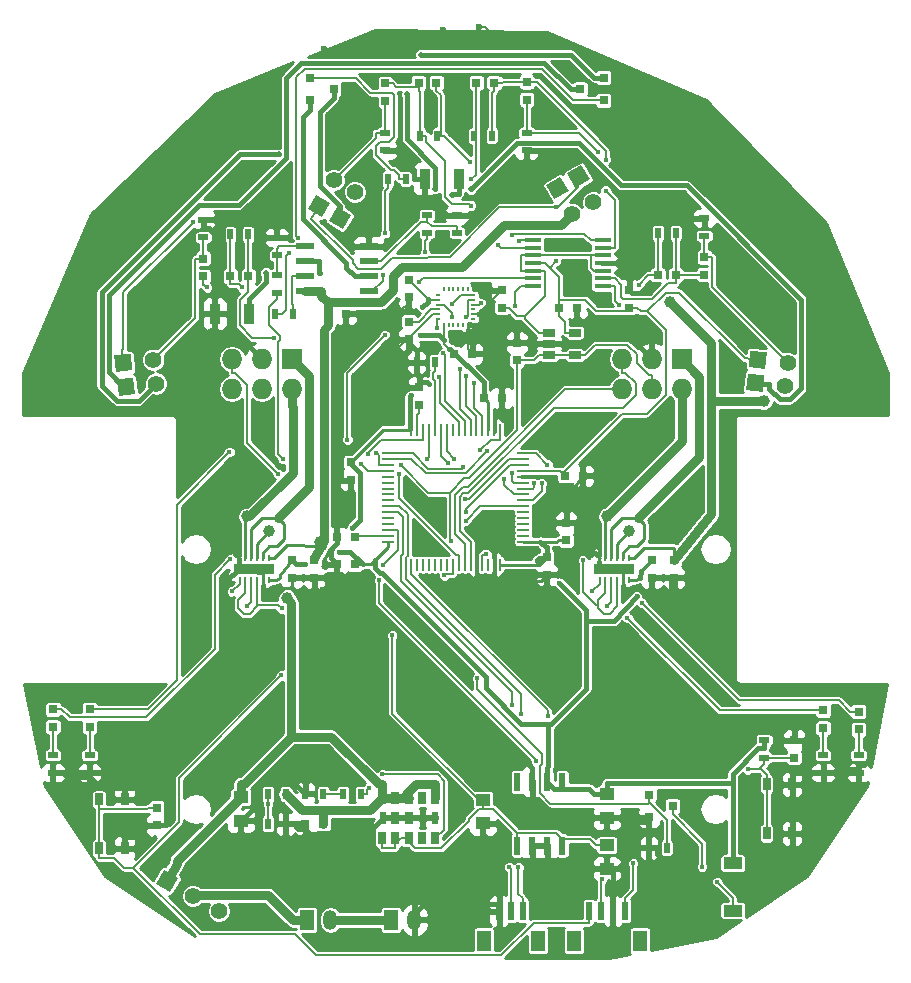
<source format=gtl>
G04 #@! TF.FileFunction,Copper,L1,Top,Signal*
%FSLAX46Y46*%
G04 Gerber Fmt 4.6, Leading zero omitted, Abs format (unit mm)*
G04 Created by KiCad (PCBNEW 4.0.1-stable) date 2016/09/09 19:26:17*
%MOMM*%
G01*
G04 APERTURE LIST*
%ADD10C,0.100000*%
%ADD11R,0.750000X0.800000*%
%ADD12R,0.800000X0.750000*%
%ADD13R,1.250000X1.000000*%
%ADD14R,0.797560X0.797560*%
%ADD15C,1.400000*%
%ADD16R,1.727200X1.727200*%
%ADD17O,1.727200X1.727200*%
%ADD18R,0.800100X0.800100*%
%ADD19R,0.500000X0.900000*%
%ADD20R,0.900000X0.500000*%
%ADD21R,0.900000X1.700000*%
%ADD22R,1.600000X1.000000*%
%ADD23C,1.397000*%
%ADD24R,0.650000X1.050000*%
%ADD25R,3.400000X0.900000*%
%ADD26R,0.280000X0.500000*%
%ADD27C,0.600000*%
%ADD28R,1.060000X0.650000*%
%ADD29R,0.600000X1.550000*%
%ADD30R,1.000000X0.250000*%
%ADD31R,0.250000X1.000000*%
%ADD32R,1.550000X0.600000*%
%ADD33R,1.450000X0.450000*%
%ADD34R,0.200000X0.400000*%
%ADD35R,0.400000X0.200000*%
%ADD36R,1.200000X1.700000*%
%ADD37O,1.200000X1.700000*%
%ADD38R,0.800000X1.100000*%
%ADD39R,0.700000X1.100000*%
%ADD40R,0.700000X1.000000*%
%ADD41R,0.600000X1.100000*%
%ADD42R,1.200000X1.800000*%
%ADD43C,0.400000*%
%ADD44C,1.000000*%
%ADD45C,0.500000*%
%ADD46C,0.290000*%
%ADD47C,0.190000*%
%ADD48C,0.440000*%
%ADD49C,0.254000*%
%ADD50C,0.249800*%
%ADD51C,0.200000*%
%ADD52C,0.279800*%
%ADD53C,0.800000*%
%ADD54C,0.400000*%
G04 APERTURE END LIST*
D10*
D11*
X144526000Y-82193000D03*
X144526000Y-83693000D03*
D12*
X137680000Y-85090000D03*
X139180000Y-85090000D03*
D11*
X144526000Y-85737000D03*
X144526000Y-87237000D03*
D13*
X130302000Y-126000000D03*
X130302000Y-128000000D03*
D12*
X148390000Y-88460000D03*
X149890000Y-88460000D03*
X137275000Y-128270000D03*
X135775000Y-128270000D03*
X157238000Y-84582000D03*
X158738000Y-84582000D03*
D11*
X123190000Y-126885000D03*
X123190000Y-128385000D03*
X145410000Y-92790000D03*
X145410000Y-91290000D03*
D13*
X150800000Y-126200000D03*
X150800000Y-128200000D03*
D12*
X139930000Y-104013000D03*
X138430000Y-104013000D03*
D11*
X134620000Y-105930000D03*
X134620000Y-107430000D03*
X153670000Y-89015000D03*
X153670000Y-87515000D03*
X136525000Y-105930000D03*
X136525000Y-107430000D03*
X163195000Y-84570000D03*
X163195000Y-83070000D03*
X152400000Y-84570000D03*
X152400000Y-83070000D03*
D13*
X161290000Y-130064000D03*
X161290000Y-132064000D03*
D11*
X165100000Y-105930000D03*
X165100000Y-107430000D03*
X167005000Y-105930000D03*
X167005000Y-107430000D03*
D13*
X161290000Y-125746000D03*
X161290000Y-127746000D03*
D11*
X177165000Y-122670000D03*
X177165000Y-121170000D03*
D12*
X150876000Y-92202000D03*
X152376000Y-92202000D03*
D11*
X156210000Y-105676000D03*
X156210000Y-107176000D03*
X139600000Y-97650000D03*
X139600000Y-99150000D03*
D12*
X157750000Y-98790000D03*
X159250000Y-98790000D03*
X139942000Y-106299000D03*
X138442000Y-106299000D03*
D11*
X157861000Y-104255000D03*
X157861000Y-102755000D03*
X142500000Y-65550000D03*
X142500000Y-67050000D03*
D12*
X146850000Y-65500000D03*
X145350000Y-65500000D03*
D11*
X127127000Y-81903000D03*
X127127000Y-80403000D03*
D12*
X130925000Y-81915000D03*
X129425000Y-81915000D03*
D11*
X169545000Y-81776000D03*
X169545000Y-80276000D03*
D12*
X165620000Y-81788000D03*
X167120000Y-81788000D03*
D11*
X154500000Y-65450000D03*
X154500000Y-66950000D03*
D12*
X150250000Y-65500000D03*
X151750000Y-65500000D03*
D14*
X114400000Y-118550700D03*
X114400000Y-120049300D03*
X117500000Y-118550700D03*
X117500000Y-120049300D03*
X179600000Y-118650700D03*
X179600000Y-120149300D03*
X182600000Y-118750700D03*
X182600000Y-120249300D03*
D10*
G36*
X173080665Y-91532995D02*
X173227005Y-90140665D01*
X174619335Y-90287005D01*
X174472995Y-91679335D01*
X173080665Y-91532995D01*
X173080665Y-91532995D01*
G37*
D15*
X176376086Y-91175502D03*
D10*
G36*
X138940218Y-77918218D02*
X137727782Y-77218218D01*
X138427782Y-76005782D01*
X139640218Y-76705782D01*
X138940218Y-77918218D01*
X138940218Y-77918218D01*
G37*
D15*
X139954000Y-74762295D03*
D10*
G36*
X119967005Y-92019335D02*
X119820665Y-90627005D01*
X121212995Y-90480665D01*
X121359335Y-91872995D01*
X119967005Y-92019335D01*
X119967005Y-92019335D01*
G37*
D15*
X123116086Y-90984498D03*
D10*
G36*
X156153782Y-74173782D02*
X157366218Y-73473782D01*
X158066218Y-74686218D01*
X156853782Y-75386218D01*
X156153782Y-74173782D01*
X156153782Y-74173782D01*
G37*
D15*
X158380000Y-76629705D03*
D10*
G36*
X137162218Y-76902218D02*
X135949782Y-76202218D01*
X136649782Y-74989782D01*
X137862218Y-75689782D01*
X137162218Y-76902218D01*
X137162218Y-76902218D01*
G37*
D15*
X138176000Y-73746295D03*
D10*
G36*
X119737005Y-89999335D02*
X119590665Y-88607005D01*
X120982995Y-88460665D01*
X121129335Y-89852995D01*
X119737005Y-89999335D01*
X119737005Y-89999335D01*
G37*
D15*
X122886086Y-88964498D03*
D10*
G36*
X173300665Y-89582995D02*
X173447005Y-88190665D01*
X174839335Y-88337005D01*
X174692995Y-89729335D01*
X173300665Y-89582995D01*
X173300665Y-89582995D01*
G37*
D15*
X176596086Y-89225502D03*
D10*
G36*
X157933782Y-73173782D02*
X159146218Y-72473782D01*
X159846218Y-73686218D01*
X158633782Y-74386218D01*
X157933782Y-73173782D01*
X157933782Y-73173782D01*
G37*
D15*
X160160000Y-75629705D03*
D16*
X134620000Y-88900000D03*
D17*
X134620000Y-91440000D03*
X132080000Y-88900000D03*
X132080000Y-91440000D03*
X129540000Y-88900000D03*
X129540000Y-91440000D03*
D16*
X167640000Y-88900000D03*
D17*
X167640000Y-91440000D03*
X165100000Y-88900000D03*
X165100000Y-91440000D03*
X162560000Y-88900000D03*
X162560000Y-91440000D03*
D18*
X164861240Y-125796000D03*
X164861240Y-127696000D03*
X166860220Y-126746000D03*
X136159240Y-65090000D03*
X136159240Y-66990000D03*
X138158220Y-66040000D03*
X161020760Y-66990000D03*
X161020760Y-65090000D03*
X159021780Y-66040000D03*
D19*
X140450000Y-125730000D03*
X138950000Y-125730000D03*
X137275000Y-125730000D03*
X135775000Y-125730000D03*
X134100000Y-125730000D03*
X132600000Y-125730000D03*
X132600000Y-128270000D03*
X134100000Y-128270000D03*
D20*
X114400000Y-122450000D03*
X114400000Y-123950000D03*
X117500000Y-122450000D03*
X117500000Y-123950000D03*
X179600000Y-122450000D03*
X179600000Y-123950000D03*
X182600000Y-122450000D03*
X182600000Y-123950000D03*
D19*
X166358000Y-130302000D03*
X164858000Y-130302000D03*
D20*
X174625000Y-121170000D03*
X174625000Y-122670000D03*
D19*
X145210000Y-89190000D03*
X146710000Y-89190000D03*
D20*
X146050000Y-78220000D03*
X146050000Y-76720000D03*
X148590000Y-78220000D03*
X148590000Y-76720000D03*
D19*
X144260000Y-73660000D03*
X142760000Y-73660000D03*
D21*
X148770000Y-73660000D03*
X145870000Y-73660000D03*
D20*
X133350000Y-83300000D03*
X133350000Y-81800000D03*
X133350000Y-80125000D03*
X133350000Y-78625000D03*
D19*
X133235000Y-85090000D03*
X134735000Y-85090000D03*
D21*
X130990000Y-85090000D03*
X128090000Y-85090000D03*
D20*
X142500000Y-69750000D03*
X142500000Y-71250000D03*
D19*
X146950000Y-70000000D03*
X145450000Y-70000000D03*
D20*
X127127000Y-78601000D03*
X127127000Y-77101000D03*
D19*
X130925000Y-78359000D03*
X129425000Y-78359000D03*
D20*
X169545000Y-78474000D03*
X169545000Y-76974000D03*
D19*
X165620000Y-78232000D03*
X167120000Y-78232000D03*
D20*
X154500000Y-69750000D03*
X154500000Y-71250000D03*
D19*
X150050000Y-70000000D03*
X151550000Y-70000000D03*
D22*
X171958000Y-131604000D03*
X171958000Y-135604000D03*
D10*
G36*
X123084126Y-133351669D02*
X123782626Y-132141831D01*
X124992464Y-132840331D01*
X124293964Y-134050169D01*
X123084126Y-133351669D01*
X123084126Y-133351669D01*
G37*
D23*
X126238000Y-134366000D03*
X128437705Y-135636000D03*
D24*
X118305000Y-130345000D03*
X118305000Y-126195000D03*
X120455000Y-130345000D03*
X120455000Y-126195000D03*
X174820000Y-129075000D03*
X174820000Y-124925000D03*
X176970000Y-129075000D03*
X176970000Y-124925000D03*
D25*
X131445000Y-106680000D03*
D26*
X131195000Y-105730000D03*
D27*
X131445000Y-106680000D03*
D26*
X132695000Y-105730000D03*
X132195000Y-105730000D03*
X131695000Y-105730000D03*
X130695000Y-105730000D03*
X130195000Y-105730000D03*
X132695000Y-107630000D03*
X132195000Y-107630000D03*
X131695000Y-107630000D03*
X131195000Y-107630000D03*
X130695000Y-107630000D03*
X130195000Y-107630000D03*
D27*
X132195000Y-106680000D03*
X130695000Y-106680000D03*
D28*
X156380000Y-86680000D03*
X156380000Y-87630000D03*
X156380000Y-88580000D03*
X158580000Y-88580000D03*
X158580000Y-86680000D03*
D25*
X161925000Y-106680000D03*
D26*
X161675000Y-105730000D03*
D27*
X161925000Y-106680000D03*
D26*
X163175000Y-105730000D03*
X162675000Y-105730000D03*
X162175000Y-105730000D03*
X161175000Y-105730000D03*
X160675000Y-105730000D03*
X163175000Y-107630000D03*
X162675000Y-107630000D03*
X162175000Y-107630000D03*
X161675000Y-107630000D03*
X161175000Y-107630000D03*
X160675000Y-107630000D03*
D27*
X162675000Y-106680000D03*
X161175000Y-106680000D03*
D29*
X157505000Y-124700000D03*
X156235000Y-124700000D03*
X154965000Y-124700000D03*
X153695000Y-124700000D03*
X153695000Y-130100000D03*
X154965000Y-130100000D03*
X156235000Y-130100000D03*
X157505000Y-130100000D03*
D30*
X154200000Y-104370000D03*
X154200000Y-103870000D03*
X154200000Y-103370000D03*
X154200000Y-102870000D03*
X154200000Y-102370000D03*
X154200000Y-101870000D03*
X154200000Y-101370000D03*
X154200000Y-100870000D03*
X154200000Y-100370000D03*
X154200000Y-99870000D03*
X154200000Y-99370000D03*
X154200000Y-98870000D03*
X154200000Y-98370000D03*
X154200000Y-97870000D03*
X154200000Y-97370000D03*
X154200000Y-96870000D03*
D31*
X152250000Y-94920000D03*
X151750000Y-94920000D03*
X151250000Y-94920000D03*
X150750000Y-94920000D03*
X150250000Y-94920000D03*
X149750000Y-94920000D03*
X149250000Y-94920000D03*
X148750000Y-94920000D03*
X148250000Y-94920000D03*
X147750000Y-94920000D03*
X147250000Y-94920000D03*
X146750000Y-94920000D03*
X146250000Y-94920000D03*
X145750000Y-94920000D03*
X145250000Y-94920000D03*
X144750000Y-94920000D03*
D30*
X142800000Y-96870000D03*
X142800000Y-97370000D03*
X142800000Y-97870000D03*
X142800000Y-98370000D03*
X142800000Y-98870000D03*
X142800000Y-99370000D03*
X142800000Y-99870000D03*
X142800000Y-100370000D03*
X142800000Y-100870000D03*
X142800000Y-101370000D03*
X142800000Y-101870000D03*
X142800000Y-102370000D03*
X142800000Y-102870000D03*
X142800000Y-103370000D03*
X142800000Y-103870000D03*
X142800000Y-104370000D03*
D31*
X144750000Y-106320000D03*
X145250000Y-106320000D03*
X145750000Y-106320000D03*
X146250000Y-106320000D03*
X146750000Y-106320000D03*
X147250000Y-106320000D03*
X147750000Y-106320000D03*
X148250000Y-106320000D03*
X148750000Y-106320000D03*
X149250000Y-106320000D03*
X149750000Y-106320000D03*
X150250000Y-106320000D03*
X150750000Y-106320000D03*
X151250000Y-106320000D03*
X151750000Y-106320000D03*
X152250000Y-106320000D03*
D32*
X141130000Y-83185000D03*
X141130000Y-81915000D03*
X141130000Y-80645000D03*
X141130000Y-79375000D03*
X135730000Y-79375000D03*
X135730000Y-80645000D03*
X135730000Y-81915000D03*
X135730000Y-83185000D03*
D33*
X155038000Y-78822000D03*
X155038000Y-79472000D03*
X155038000Y-80122000D03*
X155038000Y-80772000D03*
X155038000Y-81422000D03*
X155038000Y-82072000D03*
X155038000Y-82722000D03*
X160938000Y-82722000D03*
X160938000Y-82072000D03*
X160938000Y-81422000D03*
X160938000Y-80772000D03*
X160938000Y-80122000D03*
X160938000Y-79472000D03*
X160938000Y-78822000D03*
D34*
X149500000Y-82990000D03*
X149100000Y-82990000D03*
X148700000Y-82990000D03*
X148300000Y-82990000D03*
X147900000Y-82990000D03*
X147500000Y-82990000D03*
D35*
X147000000Y-83490000D03*
X147000000Y-83890000D03*
X147000000Y-84290000D03*
X147000000Y-84690000D03*
X147000000Y-85090000D03*
X147000000Y-85490000D03*
D34*
X147500000Y-85990000D03*
X147900000Y-85990000D03*
X148300000Y-85990000D03*
X148700000Y-85990000D03*
X149100000Y-85990000D03*
X149500000Y-85990000D03*
D35*
X150000000Y-85490000D03*
X150000000Y-85090000D03*
X150000000Y-84690000D03*
X150000000Y-84290000D03*
X150000000Y-83890000D03*
X150000000Y-83490000D03*
D36*
X135890000Y-136398000D03*
D37*
X137890000Y-136398000D03*
D36*
X143002000Y-136398000D03*
D37*
X145002000Y-136398000D03*
D38*
X144526000Y-127762000D03*
D39*
X146776000Y-129462000D03*
D40*
X145676000Y-129462000D03*
D38*
X144526000Y-129462000D03*
D40*
X143376000Y-129462000D03*
D39*
X142276000Y-129462000D03*
D41*
X142326000Y-127762000D03*
D39*
X142276000Y-126062000D03*
D40*
X143376000Y-126062000D03*
D38*
X144526000Y-126062000D03*
D40*
X145676000Y-126062000D03*
D39*
X146776000Y-126062000D03*
D41*
X146726000Y-127762000D03*
D39*
X143376000Y-127762000D03*
D29*
X162790000Y-135643500D03*
X161790000Y-135643500D03*
X160790000Y-135643500D03*
X159790000Y-135643500D03*
D42*
X164090000Y-138168500D03*
X158490000Y-138168500D03*
D29*
X154162000Y-135643500D03*
X153162000Y-135643500D03*
X152162000Y-135643500D03*
D42*
X155462000Y-138168500D03*
X150862000Y-138168500D03*
D43*
X145495300Y-86892500D03*
X157243100Y-107843600D03*
X155380600Y-105981100D03*
X145653400Y-84539500D03*
X144715800Y-91976200D03*
X164134800Y-107442000D03*
X163804600Y-108991400D03*
X138574800Y-105271600D03*
X135729700Y-106249100D03*
X139715200Y-103217700D03*
D27*
X171704000Y-90805000D03*
X171450000Y-88900000D03*
X172339000Y-86741000D03*
X169799000Y-84328000D03*
X157988000Y-79248000D03*
X159004000Y-81280000D03*
X157988000Y-82550000D03*
X160020000Y-85471000D03*
X145288000Y-104140000D03*
X146812000Y-101981000D03*
X139446000Y-101727000D03*
X151765000Y-102870000D03*
X151892000Y-104648000D03*
X169037000Y-115570000D03*
X165862000Y-112522000D03*
X148590000Y-114808000D03*
X144399000Y-110744000D03*
X143891000Y-113919000D03*
X162687000Y-98501200D03*
X162814000Y-95783400D03*
X165227000Y-94615000D03*
X164592000Y-96647000D03*
X126644400Y-87376000D03*
X124663200Y-85242400D03*
X125044200Y-81838800D03*
X123190000Y-83718400D03*
X122275600Y-85953600D03*
X117398800Y-83489800D03*
X116967000Y-85725000D03*
X115214400Y-84175600D03*
X117729000Y-78994000D03*
X118618000Y-81026000D03*
X116205000Y-81407000D03*
X132105400Y-95732600D03*
X132105400Y-93980000D03*
X129667000Y-94081600D03*
X160121600Y-89890600D03*
X157505400Y-90728800D03*
X125323600Y-129209800D03*
X123799600Y-130632200D03*
X122174000Y-129946400D03*
X168021000Y-102692200D03*
X167386000Y-100660200D03*
X165963600Y-103403400D03*
X169240200Y-106654600D03*
X180517800Y-87452200D03*
X181737000Y-84480400D03*
X179755800Y-85115400D03*
X181432200Y-82296000D03*
X168808400Y-108966000D03*
X171196000Y-110439200D03*
X170002200Y-111963200D03*
X171780200Y-119938800D03*
X168122600Y-120345200D03*
X166674800Y-119862600D03*
X166700200Y-122301000D03*
X164211000Y-119608600D03*
X163677600Y-122885200D03*
X145110200Y-116509800D03*
X145161000Y-118567200D03*
X147091400Y-117602000D03*
X147548600Y-119938800D03*
X149352000Y-120446800D03*
X152400000Y-112699800D03*
X153314400Y-110490000D03*
X154152600Y-113461800D03*
X155702000Y-110794800D03*
X156819600Y-113741200D03*
X157607000Y-116128800D03*
X160959800Y-119227600D03*
X161493200Y-116763800D03*
X157581600Y-122453400D03*
X163601400Y-116890800D03*
X159004000Y-94691200D03*
X157327600Y-96215200D03*
X163144200Y-86106000D03*
X161594800Y-86080600D03*
X174625000Y-84861400D03*
X173939200Y-82092800D03*
X171729400Y-82677000D03*
X171348400Y-80187800D03*
X164058600Y-78816200D03*
X173380400Y-76657200D03*
X174142400Y-73939400D03*
X171526200Y-74930000D03*
X173126400Y-71551800D03*
X169697400Y-73431400D03*
X168021000Y-75717400D03*
X166217600Y-75692000D03*
X164261800Y-75692000D03*
X155422600Y-74803000D03*
X153974800Y-74930000D03*
X154584400Y-73533000D03*
X167792400Y-69469000D03*
X164947600Y-71094600D03*
X165735000Y-68402200D03*
X163322000Y-69443600D03*
X162610800Y-67335400D03*
X161036000Y-69240400D03*
X156870400Y-72364600D03*
X147447000Y-61010800D03*
X148844000Y-62331600D03*
X150444200Y-60807600D03*
X152374600Y-62179200D03*
X143306800Y-62611000D03*
X141605000Y-61569600D03*
X140182600Y-62915800D03*
X137312400Y-62687200D03*
X148361400Y-69215000D03*
X149199600Y-67945000D03*
X148386800Y-66497200D03*
X152603200Y-67894200D03*
X153416000Y-68605400D03*
X152654000Y-70078600D03*
X150977600Y-72313800D03*
X152501600Y-72999600D03*
X147955000Y-79375000D03*
X146710400Y-79349600D03*
X145084800Y-79273400D03*
X144145000Y-79756000D03*
D43*
X143150600Y-78533000D03*
D27*
X144399000Y-75717400D03*
X143306800Y-76784200D03*
X139217400Y-70307200D03*
X140233400Y-68910200D03*
X138531600Y-68326000D03*
X138455400Y-72313800D03*
X140893800Y-76479400D03*
X141732000Y-75209400D03*
X141198600Y-72517000D03*
D43*
X143383000Y-72364600D03*
X141478000Y-86207600D03*
X143281400Y-88341200D03*
X140690600Y-87630000D03*
X143281400Y-90246200D03*
X141046200Y-90170000D03*
X142392400Y-92075000D03*
X140309600Y-92024200D03*
X140512800Y-93472000D03*
D27*
X125018800Y-70942200D03*
X122885200Y-73152000D03*
X123240800Y-75565000D03*
X125526800Y-73177400D03*
X127304800Y-71272400D03*
X130632200Y-73202800D03*
X129362200Y-74650600D03*
X133527800Y-74650600D03*
X133350000Y-76708000D03*
X131343400Y-76657200D03*
X115366800Y-91135200D03*
X114122200Y-88976200D03*
X112928400Y-90805000D03*
X113842800Y-92659200D03*
X124739400Y-92811600D03*
X126542800Y-90830400D03*
X126695200Y-89077800D03*
X161010600Y-97815400D03*
X160832800Y-100177600D03*
X159791400Y-103301800D03*
X137541000Y-111302800D03*
X138963400Y-109118400D03*
X137236200Y-108432600D03*
X126085600Y-102539800D03*
X128625600Y-102870000D03*
X127558800Y-100507800D03*
X140716000Y-112852200D03*
X138684000Y-114960400D03*
X141020800Y-115951000D03*
X143408400Y-122301000D03*
X142189200Y-120396000D03*
X139141200Y-117576600D03*
X128219200Y-123875800D03*
X130733800Y-121005600D03*
X132511800Y-119380000D03*
X130352800Y-114909600D03*
X132486400Y-113385600D03*
X130835400Y-112064800D03*
X178866800Y-127914400D03*
X180416200Y-127000000D03*
X179197000Y-125730000D03*
X167970200Y-134391400D03*
X167868600Y-136652000D03*
X165963600Y-135255000D03*
X166065200Y-133096000D03*
X157962600Y-132892800D03*
X155346400Y-132867400D03*
X148463000Y-138226800D03*
X148539200Y-136347200D03*
X149936200Y-131851400D03*
X147650200Y-132994400D03*
X147878800Y-131013200D03*
X145745200Y-131826000D03*
X130733800Y-132334000D03*
X132638800Y-130962400D03*
X134162800Y-132461000D03*
X135991600Y-130810000D03*
X137718800Y-132511800D03*
X139547600Y-130911600D03*
X121208800Y-123164600D03*
X122453400Y-121716800D03*
X121005600Y-121564400D03*
X119811800Y-122783600D03*
X124510800Y-121488200D03*
X123901200Y-119888000D03*
X125247400Y-119659400D03*
X127939800Y-116611400D03*
X126720600Y-117500400D03*
X126644400Y-116306600D03*
X127660400Y-115417600D03*
D43*
X146216700Y-91015100D03*
X148250400Y-87145600D03*
X164640700Y-83285400D03*
D44*
X137033000Y-104394000D03*
X134218100Y-109179600D03*
X166669800Y-84077500D03*
X174595800Y-92462700D03*
D43*
X133738800Y-115699000D03*
X149347400Y-102612500D03*
X143122500Y-112292100D03*
X148089600Y-104353900D03*
X143855500Y-97894600D03*
X126252400Y-77286200D03*
X156996600Y-76075000D03*
X156996600Y-80624200D03*
X148383800Y-97358100D03*
X173228100Y-123646100D03*
X152056500Y-79228400D03*
X149792500Y-75915900D03*
X162307900Y-84303600D03*
X155791500Y-99422100D03*
X163992100Y-82605400D03*
X145418100Y-82399600D03*
X130399900Y-82846100D03*
X127446300Y-82846100D03*
X153540300Y-84424400D03*
X152611700Y-99078200D03*
X133102100Y-87123200D03*
X153834800Y-78947400D03*
X155120500Y-99433000D03*
X149685300Y-72200400D03*
X161181800Y-74646800D03*
X161194900Y-72014100D03*
X160547200Y-71366400D03*
X153293000Y-98586500D03*
X153228800Y-78388100D03*
X149831700Y-73640800D03*
X146104300Y-97375100D03*
X129423600Y-105870200D03*
X141044600Y-96954500D03*
X129333300Y-96778000D03*
X149105200Y-98075500D03*
X163037800Y-110831100D03*
X151182500Y-96732700D03*
X164285900Y-109583000D03*
D44*
X132715000Y-103505000D03*
X130810000Y-102235000D03*
D43*
X143712600Y-98639100D03*
X133469300Y-98639100D03*
X147536800Y-107226900D03*
D44*
X161290000Y-102235000D03*
X163195000Y-103505000D03*
D43*
X163523900Y-131592400D03*
X156274300Y-119135600D03*
X160894300Y-132965800D03*
X155306000Y-122956900D03*
X141998300Y-107633100D03*
X142340600Y-106370700D03*
X153811200Y-131938900D03*
X154065100Y-118922900D03*
X153042300Y-131916200D03*
X153302200Y-118155900D03*
X151040000Y-105390400D03*
X150299000Y-115943300D03*
X170636800Y-133179000D03*
X169347600Y-131889800D03*
X134412600Y-79899600D03*
X135178100Y-78658900D03*
X142282700Y-124073400D03*
X141146300Y-125209800D03*
X147833000Y-97672300D03*
X132600000Y-126602700D03*
X141778800Y-96822300D03*
X139321600Y-95753500D03*
X142494000Y-86868000D03*
X145882700Y-79858500D03*
X142327200Y-81808500D03*
X142530300Y-78258400D03*
X140484500Y-97751200D03*
X133853500Y-97373800D03*
X148836600Y-89746200D03*
X148221600Y-85372400D03*
X146933700Y-86241800D03*
X147072000Y-90394400D03*
X150632200Y-84146100D03*
X150068200Y-90953500D03*
X149397600Y-85361000D03*
X149397600Y-90307200D03*
X148194000Y-84244500D03*
X147429000Y-88425600D03*
X133753300Y-110012200D03*
X149347400Y-101827500D03*
X130810000Y-109855000D03*
X129540000Y-108585000D03*
X149323100Y-100781400D03*
X159263000Y-105949500D03*
X156249800Y-97845400D03*
X160020000Y-108585000D03*
X161290000Y-109855000D03*
X150581800Y-96591500D03*
D45*
X149782700Y-74513500D03*
X133494200Y-71580100D03*
X148149700Y-74994300D03*
X139238800Y-80773500D03*
X136967000Y-81642800D03*
X146778900Y-74474800D03*
X144374500Y-66503600D03*
X145573300Y-63123800D03*
X132415300Y-81642800D03*
D46*
X165100000Y-106040000D02*
X165100000Y-105930000D01*
X151250000Y-92576000D02*
X150876000Y-92202000D01*
X151250000Y-94920000D02*
X151250000Y-92576000D01*
D47*
X148365000Y-88460000D02*
X148390000Y-88460000D01*
X147932500Y-88027500D02*
X148365000Y-88460000D01*
D48*
X150876000Y-92202000D02*
X150876000Y-91406700D01*
X157505000Y-124700000D02*
X157505000Y-125297600D01*
X159796300Y-125297600D02*
X160244700Y-125746000D01*
X157505000Y-125297600D02*
X159796300Y-125297600D01*
X161290000Y-125746000D02*
X160244700Y-125746000D01*
X174625000Y-121170000D02*
X174625000Y-121840300D01*
X161290000Y-125746000D02*
X161290000Y-124825700D01*
X171958000Y-124825700D02*
X161290000Y-124825700D01*
X171958000Y-131604000D02*
X171958000Y-124825700D01*
X174122300Y-121840300D02*
X174625000Y-121840300D01*
X171958000Y-124004600D02*
X174122300Y-121840300D01*
X171958000Y-124825700D02*
X171958000Y-124004600D01*
D46*
X157081000Y-104370000D02*
X155640500Y-104370000D01*
X157196000Y-104255000D02*
X157081000Y-104370000D01*
X157861000Y-104255000D02*
X157196000Y-104255000D01*
X155640500Y-104370000D02*
X154200000Y-104370000D01*
D48*
X156126200Y-104855700D02*
X156210000Y-104855700D01*
X155640500Y-104370000D02*
X156126200Y-104855700D01*
X156210000Y-105676000D02*
X156210000Y-104855700D01*
D46*
X133266000Y-107630000D02*
X132695000Y-107630000D01*
X133604000Y-107442000D02*
X133266000Y-107630000D01*
X133604000Y-107188000D02*
X133604000Y-107442000D01*
X134620000Y-105955000D02*
X133604000Y-107188000D01*
X134620000Y-105930000D02*
X134620000Y-105955000D01*
D48*
X148019500Y-88027500D02*
X147932500Y-88027500D01*
X150876000Y-90884000D02*
X148019500Y-88027500D01*
X150876000Y-91406700D02*
X150876000Y-90884000D01*
D47*
X147500000Y-85990000D02*
X147500000Y-87300700D01*
X147500000Y-87595000D02*
X147932500Y-88027500D01*
X147500000Y-87300700D02*
X147500000Y-87595000D01*
D46*
X139600000Y-97625000D02*
X139600000Y-97650000D01*
X142305000Y-94920000D02*
X139600000Y-97625000D01*
X144750000Y-94920000D02*
X142305000Y-94920000D01*
D49*
X155566000Y-106320000D02*
X156104100Y-105781900D01*
X152250000Y-106320000D02*
X155566000Y-106320000D01*
X156104100Y-105781900D02*
X156210000Y-105676000D01*
D48*
X155579800Y-105781900D02*
X155380600Y-105981100D01*
X156104100Y-105781900D02*
X155579800Y-105781900D01*
X147091800Y-86892500D02*
X145495300Y-86892500D01*
X147500000Y-87300700D02*
X147091800Y-86892500D01*
X146151900Y-84041000D02*
X146151900Y-83843900D01*
X145653400Y-84539500D02*
X146151900Y-84041000D01*
D47*
X146198000Y-83890000D02*
X146151900Y-83843900D01*
X147000000Y-83890000D02*
X146198000Y-83890000D01*
X144526000Y-82218000D02*
X144526000Y-82193000D01*
X146151900Y-83843900D02*
X144526000Y-82218000D01*
D48*
X144614600Y-92077400D02*
X144614600Y-94784600D01*
X144715800Y-91976200D02*
X144614600Y-92077400D01*
D50*
X144614600Y-94784600D02*
X144750000Y-94920000D01*
D48*
X159564100Y-110164600D02*
X157243100Y-107843600D01*
X159564100Y-111060200D02*
X159564100Y-110164600D01*
X161897100Y-111060200D02*
X163804600Y-108991400D01*
X159564100Y-111060200D02*
X161897100Y-111060200D01*
D46*
X165100000Y-105955000D02*
X164167000Y-106888000D01*
X165100000Y-105930000D02*
X165100000Y-105955000D01*
X163746000Y-107630000D02*
X163175000Y-107630000D01*
X164084000Y-107442000D02*
X163746000Y-107630000D01*
X164084000Y-106934000D02*
X164084000Y-107442000D01*
X164167000Y-106888000D02*
X164084000Y-106934000D01*
D48*
X164167000Y-106888000D02*
X164134800Y-107442000D01*
D46*
X142800000Y-104785000D02*
X141664700Y-105920300D01*
X142800000Y-104370000D02*
X142800000Y-104785000D01*
X141286000Y-106299000D02*
X140614000Y-106299000D01*
X141664700Y-105920300D02*
X141286000Y-106299000D01*
X140614000Y-106299000D02*
X139942000Y-106299000D01*
D48*
X139586600Y-105271600D02*
X138574800Y-105271600D01*
X140614000Y-106299000D02*
X139586600Y-105271600D01*
X134939100Y-106249100D02*
X135729700Y-106249100D01*
X134620000Y-105930000D02*
X134939100Y-106249100D01*
X140395400Y-102537500D02*
X139715200Y-103217700D01*
X140395400Y-98573700D02*
X140395400Y-102537500D01*
X139600000Y-97778300D02*
X140395400Y-98573700D01*
X139600000Y-97650000D02*
X139600000Y-97778300D01*
X156335100Y-123404600D02*
X156235000Y-123504700D01*
X156335100Y-119768900D02*
X156335100Y-123404600D01*
X154033900Y-119768900D02*
X156335100Y-119768900D01*
X151061200Y-116796200D02*
X154033900Y-119768900D01*
X151061200Y-115792000D02*
X151061200Y-116796200D01*
X142260200Y-106991000D02*
X151061200Y-115792000D01*
X142083700Y-106991000D02*
X142260200Y-106991000D01*
X141664700Y-106572000D02*
X142083700Y-106991000D01*
X141664700Y-105920300D02*
X141664700Y-106572000D01*
X159564100Y-116802800D02*
X159564100Y-111060200D01*
X156598000Y-119768900D02*
X159564100Y-116802800D01*
X156335100Y-119768900D02*
X156598000Y-119768900D01*
X156235000Y-124102300D02*
X156235000Y-123504700D01*
X156235000Y-124102300D02*
X156235000Y-124700000D01*
X156832600Y-125297600D02*
X157505000Y-125297600D01*
X156235000Y-124700000D02*
X156832600Y-125297600D01*
D51*
X171704000Y-89154000D02*
X171704000Y-90805000D01*
X171450000Y-88900000D02*
X171704000Y-89154000D01*
X172212000Y-86741000D02*
X172339000Y-86741000D01*
X169799000Y-84328000D02*
X172212000Y-86741000D01*
X159298850Y-85938150D02*
X159552850Y-85938150D01*
X159004000Y-81534000D02*
X159004000Y-81280000D01*
X157988000Y-82550000D02*
X159004000Y-81534000D01*
X159552850Y-85938150D02*
X160020000Y-85471000D01*
X138430000Y-101600000D02*
X139319000Y-101600000D01*
X146812000Y-101981000D02*
X146812000Y-101854000D01*
X139319000Y-101600000D02*
X139446000Y-101727000D01*
X151750000Y-106320000D02*
X151750000Y-104790000D01*
X151750000Y-104790000D02*
X151892000Y-104648000D01*
X168910000Y-115570000D02*
X169037000Y-115570000D01*
X165862000Y-112522000D02*
X168910000Y-115570000D01*
X144317650Y-112857350D02*
X144317650Y-113492350D01*
X148463000Y-114808000D02*
X148590000Y-114808000D01*
X144399000Y-110744000D02*
X148463000Y-114808000D01*
X144317650Y-113492350D02*
X143891000Y-113919000D01*
X162687000Y-98501200D02*
X162814000Y-98374200D01*
X162814000Y-98374200D02*
X162814000Y-95783400D01*
X165227000Y-96012000D02*
X165227000Y-94615000D01*
X164592000Y-96647000D02*
X165227000Y-96012000D01*
X115214400Y-84175600D02*
X115214400Y-82397600D01*
X127660100Y-86360300D02*
X126644400Y-87376000D01*
X124663200Y-85242400D02*
X125044200Y-84861400D01*
X125044200Y-84861400D02*
X125044200Y-81838800D01*
X123190000Y-83718400D02*
X122275600Y-84632800D01*
X122275600Y-84632800D02*
X122275600Y-85953600D01*
X117398800Y-83489800D02*
X116967000Y-83921600D01*
X116967000Y-83921600D02*
X116967000Y-85725000D01*
X128090000Y-86360300D02*
X127660100Y-86360300D01*
X117729000Y-80137000D02*
X117729000Y-78994000D01*
X118618000Y-81026000D02*
X117729000Y-80137000D01*
X115214400Y-82397600D02*
X116205000Y-81407000D01*
X128192800Y-94081600D02*
X129667000Y-94081600D01*
X132105400Y-93980000D02*
X132105400Y-95732600D01*
X158343600Y-89890600D02*
X160121600Y-89890600D01*
X157505400Y-90728800D02*
X158343600Y-89890600D01*
X121935450Y-128844250D02*
X121935450Y-129707850D01*
X125222000Y-129209800D02*
X125323600Y-129209800D01*
X123799600Y-130632200D02*
X125222000Y-129209800D01*
X121935450Y-129707850D02*
X122174000Y-129946400D01*
X167005000Y-107430000D02*
X168464800Y-107430000D01*
X167386000Y-101981000D02*
X167386000Y-100660200D01*
X165963600Y-103403400D02*
X167386000Y-101981000D01*
X168464800Y-107430000D02*
X169240200Y-106654600D01*
X180517800Y-85699600D02*
X180517800Y-87452200D01*
X181737000Y-84480400D02*
X180517800Y-85699600D01*
X179755800Y-83972400D02*
X179755800Y-85115400D01*
X181432200Y-82296000D02*
X179755800Y-83972400D01*
X168936600Y-109094200D02*
X168808400Y-108966000D01*
X171196000Y-110439200D02*
X170002200Y-111633000D01*
X170002200Y-111633000D02*
X170002200Y-111963200D01*
X171780200Y-119938800D02*
X171373800Y-120345200D01*
X171373800Y-120345200D02*
X168122600Y-120345200D01*
X166674800Y-119862600D02*
X166700200Y-119888000D01*
X166700200Y-119888000D02*
X166700200Y-122301000D01*
X168936600Y-113054200D02*
X168936600Y-109094200D01*
X164211000Y-122351800D02*
X164211000Y-119608600D01*
X163677600Y-122885200D02*
X164211000Y-122351800D01*
X145892450Y-115727550D02*
X145110200Y-116509800D01*
X145161000Y-118567200D02*
X146126200Y-117602000D01*
X146126200Y-117602000D02*
X147091400Y-117602000D01*
X147548600Y-119938800D02*
X148056600Y-120446800D01*
X148056600Y-120446800D02*
X149352000Y-120446800D01*
X152400000Y-112699800D02*
X153314400Y-111785400D01*
X153314400Y-111785400D02*
X153314400Y-110490000D01*
X154152600Y-113461800D02*
X155702000Y-111912400D01*
X155702000Y-111912400D02*
X155702000Y-110794800D01*
X156819600Y-113741200D02*
X157607000Y-114528600D01*
X157607000Y-114528600D02*
X157607000Y-116128800D01*
X160959800Y-119227600D02*
X161493200Y-118694200D01*
X161493200Y-118694200D02*
X161493200Y-116763800D01*
X147187850Y-115727550D02*
X145892450Y-115727550D01*
X162128200Y-120243600D02*
X157581600Y-122453400D01*
X163601400Y-116890800D02*
X162128200Y-120243600D01*
X158851600Y-94691200D02*
X159004000Y-94691200D01*
X157327600Y-96215200D02*
X158851600Y-94691200D01*
X160477200Y-87105100D02*
X160570300Y-87105100D01*
X160570300Y-87105100D02*
X161594800Y-86080600D01*
X163830000Y-76974000D02*
X163830000Y-78587600D01*
X174625000Y-82778600D02*
X174625000Y-84861400D01*
X173939200Y-82092800D02*
X174625000Y-82778600D01*
X171729400Y-80568800D02*
X171729400Y-82677000D01*
X171348400Y-80187800D02*
X171729400Y-80568800D01*
X163830000Y-78587600D02*
X164058600Y-78816200D01*
X163830000Y-76974000D02*
X163830000Y-76123800D01*
X172516800Y-73939400D02*
X174142400Y-73939400D01*
X171526200Y-74930000D02*
X172516800Y-73939400D01*
X171577000Y-71551800D02*
X173126400Y-71551800D01*
X169697400Y-73431400D02*
X171577000Y-71551800D01*
X166243000Y-75717400D02*
X168021000Y-75717400D01*
X166217600Y-75692000D02*
X166243000Y-75717400D01*
X163830000Y-76123800D02*
X164261800Y-75692000D01*
X156870400Y-72364600D02*
X155752800Y-72364600D01*
X154101800Y-74803000D02*
X155422600Y-74803000D01*
X153974800Y-74930000D02*
X154101800Y-74803000D01*
X155752800Y-72364600D02*
X154584400Y-73533000D01*
X156210000Y-71250000D02*
X156210000Y-71704200D01*
X166573200Y-69469000D02*
X167792400Y-69469000D01*
X164947600Y-71094600D02*
X166573200Y-69469000D01*
X164363400Y-68402200D02*
X165735000Y-68402200D01*
X163322000Y-69443600D02*
X164363400Y-68402200D01*
X162610800Y-67665600D02*
X162610800Y-67335400D01*
X161036000Y-69240400D02*
X162610800Y-67665600D01*
X156210000Y-71704200D02*
X156870400Y-72364600D01*
X147523200Y-61010800D02*
X147447000Y-61010800D01*
X148844000Y-62331600D02*
X147523200Y-61010800D01*
X151003000Y-60807600D02*
X150444200Y-60807600D01*
X152374600Y-62179200D02*
X151003000Y-60807600D01*
X142646400Y-62611000D02*
X143306800Y-62611000D01*
X141605000Y-61569600D02*
X142646400Y-62611000D01*
X137541000Y-62915800D02*
X140182600Y-62915800D01*
X137312400Y-62687200D02*
X137541000Y-62915800D01*
X152662850Y-73922850D02*
X152662850Y-73160850D01*
X149199600Y-67310000D02*
X149199600Y-67945000D01*
X148386800Y-66497200D02*
X149199600Y-67310000D01*
X152704800Y-67894200D02*
X152603200Y-67894200D01*
X153416000Y-68605400D02*
X152704800Y-67894200D01*
X152654000Y-70637400D02*
X152654000Y-70078600D01*
X150977600Y-72313800D02*
X152654000Y-70637400D01*
X152662850Y-73160850D02*
X152501600Y-72999600D01*
X143150600Y-78549700D02*
X143150600Y-78533000D01*
X147040600Y-79019400D02*
X147955000Y-79375000D01*
X146710400Y-79349600D02*
X147040600Y-79019400D01*
X144627600Y-79273400D02*
X145084800Y-79273400D01*
X144145000Y-79756000D02*
X144627600Y-79273400D01*
X144471700Y-76958500D02*
X143481100Y-76958500D01*
X144424400Y-75692000D02*
X144475200Y-75692000D01*
X144399000Y-75717400D02*
X144424400Y-75692000D01*
X143481100Y-76958500D02*
X143306800Y-76784200D01*
X139217400Y-69926200D02*
X139217400Y-70307200D01*
X140233400Y-68910200D02*
X139217400Y-69926200D01*
X138531600Y-72237600D02*
X138531600Y-68326000D01*
X138455400Y-72313800D02*
X138531600Y-72237600D01*
X144289550Y-72169250D02*
X143578350Y-72169250D01*
X141732000Y-73050400D02*
X141732000Y-75209400D01*
X141198600Y-72517000D02*
X141732000Y-73050400D01*
X143578350Y-72169250D02*
X143383000Y-72364600D01*
X140690600Y-87630000D02*
X141478000Y-86842600D01*
X141478000Y-86207600D02*
X141478000Y-86842600D01*
X143281400Y-88341200D02*
X144385600Y-87237000D01*
X144526000Y-87237000D02*
X144385600Y-87237000D01*
X141450550Y-94333550D02*
X141374350Y-94333550D01*
X141122400Y-90246200D02*
X143281400Y-90246200D01*
X141046200Y-90170000D02*
X141122400Y-90246200D01*
X140360400Y-92075000D02*
X142392400Y-92075000D01*
X140309600Y-92024200D02*
X140360400Y-92075000D01*
X141374350Y-94333550D02*
X140512800Y-93472000D01*
X130225800Y-77488600D02*
X130512000Y-77488600D01*
X122885200Y-75209400D02*
X122885200Y-73152000D01*
X123240800Y-75565000D02*
X122885200Y-75209400D01*
X125526800Y-73050400D02*
X125526800Y-73177400D01*
X127304800Y-71272400D02*
X125526800Y-73050400D01*
X130632200Y-73380600D02*
X130632200Y-73202800D01*
X129362200Y-74650600D02*
X130632200Y-73380600D01*
X133527800Y-76530200D02*
X133527800Y-74650600D01*
X133350000Y-76708000D02*
X133527800Y-76530200D01*
X130512000Y-77488600D02*
X131343400Y-76657200D01*
X128192800Y-88696800D02*
X127076200Y-88696800D01*
X115366800Y-90220800D02*
X115366800Y-91135200D01*
X114122200Y-88976200D02*
X115366800Y-90220800D01*
X112928400Y-91744800D02*
X112928400Y-90805000D01*
X113842800Y-92659200D02*
X112928400Y-91744800D01*
X124739400Y-92633800D02*
X124739400Y-92811600D01*
X126542800Y-90830400D02*
X124739400Y-92633800D01*
X127076200Y-88696800D02*
X126695200Y-89077800D01*
X158656400Y-103682800D02*
X159410400Y-103682800D01*
X161010600Y-99999800D02*
X161010600Y-97815400D01*
X160832800Y-100177600D02*
X161010600Y-99999800D01*
X159410400Y-103682800D02*
X159791400Y-103301800D01*
X139412150Y-107704450D02*
X137964350Y-107704450D01*
X137541000Y-110540800D02*
X137541000Y-111302800D01*
X138963400Y-109118400D02*
X137541000Y-110540800D01*
X137964350Y-107704450D02*
X137236200Y-108432600D01*
X129839300Y-99212400D02*
X128854200Y-99212400D01*
X128295400Y-102539800D02*
X126085600Y-102539800D01*
X128625600Y-102870000D02*
X128295400Y-102539800D01*
X128854200Y-99212400D02*
X127558800Y-100507800D01*
X142333150Y-111235050D02*
X140716000Y-112852200D01*
X138684000Y-114960400D02*
X139674600Y-115951000D01*
X139674600Y-115951000D02*
X141020800Y-115951000D01*
X142333150Y-110625450D02*
X142333150Y-111235050D01*
X141960600Y-120396000D02*
X142189200Y-120396000D01*
X139141200Y-117576600D02*
X141960600Y-120396000D01*
X128919700Y-110566200D02*
X129336800Y-110566200D01*
X130886200Y-121005600D02*
X130733800Y-121005600D01*
X132511800Y-119380000D02*
X130886200Y-121005600D01*
X130962400Y-114909600D02*
X130352800Y-114909600D01*
X132486400Y-113385600D02*
X130962400Y-114909600D01*
X129336800Y-110566200D02*
X130835400Y-112064800D01*
X176970000Y-127152400D02*
X177901600Y-127152400D01*
X179501800Y-127914400D02*
X178866800Y-127914400D01*
X180416200Y-127000000D02*
X179501800Y-127914400D01*
X179197000Y-125857000D02*
X179197000Y-125730000D01*
X177901600Y-127152400D02*
X179197000Y-125857000D01*
X166739200Y-132015600D02*
X166739200Y-132422000D01*
X167360600Y-136652000D02*
X167868600Y-136652000D01*
X165963600Y-135255000D02*
X167360600Y-136652000D01*
X166739200Y-132422000D02*
X166065200Y-133096000D01*
X155244800Y-131295300D02*
X155244800Y-132765800D01*
X155244800Y-132765800D02*
X155346400Y-132867400D01*
X148412200Y-135045800D02*
X148412200Y-136220200D01*
X148412200Y-136220200D02*
X148539200Y-136347200D01*
X142933917Y-131944885D02*
X145626315Y-131944885D01*
X147650200Y-131241800D02*
X147650200Y-132994400D01*
X147878800Y-131013200D02*
X147650200Y-131241800D01*
X145626315Y-131944885D02*
X145745200Y-131826000D01*
X139649200Y-129094500D02*
X139649200Y-130810000D01*
X132664200Y-130962400D02*
X132638800Y-130962400D01*
X134162800Y-132461000D02*
X132664200Y-130962400D01*
X136017000Y-130810000D02*
X135991600Y-130810000D01*
X137718800Y-132511800D02*
X136017000Y-130810000D01*
X139649200Y-130810000D02*
X139547600Y-130911600D01*
X119761000Y-125249600D02*
X119761000Y-122834400D01*
X121158000Y-121716800D02*
X122453400Y-121716800D01*
X121005600Y-121564400D02*
X121158000Y-121716800D01*
X119761000Y-122834400D02*
X119811800Y-122783600D01*
X127015400Y-121173400D02*
X126761400Y-121173400D01*
X124510800Y-120497600D02*
X124510800Y-121488200D01*
X123901200Y-119888000D02*
X124510800Y-120497600D01*
X126761400Y-121173400D02*
X125247400Y-119659400D01*
X126720600Y-116382800D02*
X126720600Y-117500400D01*
X126644400Y-116306600D02*
X126720600Y-116382800D01*
X128919700Y-115417600D02*
X127660400Y-115417600D01*
D48*
X128919700Y-115417600D02*
X128919700Y-119269100D01*
X139180000Y-85090000D02*
X143373000Y-85100000D01*
X143373000Y-85100000D02*
X143510000Y-84963000D01*
D51*
X151750000Y-94920000D02*
X151750000Y-93493000D01*
X151750000Y-93493000D02*
X152376000Y-92867000D01*
X152376000Y-92867000D02*
X152376000Y-92202000D01*
D46*
X159225000Y-98790000D02*
X159250000Y-98790000D01*
X158496000Y-99822000D02*
X159225000Y-98790000D01*
X157099000Y-99822000D02*
X158496000Y-99822000D01*
X156434000Y-98870000D02*
X157099000Y-99822000D01*
X154200000Y-98870000D02*
X156434000Y-98870000D01*
D47*
X146569000Y-85090000D02*
X147000000Y-85090000D01*
X144526000Y-87133000D02*
X146569000Y-85090000D01*
X144526000Y-87237000D02*
X144526000Y-87133000D01*
X144526000Y-83718000D02*
X144526000Y-83693000D01*
X144526000Y-83718000D02*
X144526000Y-83693000D01*
X144526000Y-87237000D02*
X144243500Y-87237000D01*
X149500000Y-85990000D02*
X149500000Y-86547500D01*
X150405000Y-85090000D02*
X150620500Y-84874500D01*
X150000000Y-85090000D02*
X150405000Y-85090000D01*
D48*
X153670000Y-87515000D02*
X152874700Y-87515000D01*
D46*
X162675000Y-107630000D02*
X162675000Y-106680000D01*
X132195000Y-107630000D02*
X132195000Y-106959600D01*
X132195000Y-106959600D02*
X132195000Y-106680000D01*
D48*
X131724600Y-106959600D02*
X131445000Y-106680000D01*
X132195000Y-106959600D02*
X131724600Y-106959600D01*
X146726000Y-127762000D02*
X144526000Y-127762000D01*
X143376000Y-127762000D02*
X144526000Y-127762000D01*
X143376000Y-127762000D02*
X142326000Y-127762000D01*
X154965000Y-130100000D02*
X154965000Y-131295300D01*
X150800000Y-128200000D02*
X150800000Y-129120300D01*
X153670000Y-87515000D02*
X154465300Y-87515000D01*
D52*
X160614600Y-105790400D02*
X160675000Y-105730000D01*
X160614600Y-106080100D02*
X160614600Y-105790400D01*
D48*
X161034500Y-106680000D02*
X161175000Y-106680000D01*
X160614600Y-106260100D02*
X161034500Y-106680000D01*
X160614600Y-106080100D02*
X160614600Y-106260100D01*
X121380000Y-129399700D02*
X121935450Y-128844250D01*
X121935450Y-128844250D02*
X122394700Y-128385000D01*
X120455000Y-129399700D02*
X121380000Y-129399700D01*
X120455000Y-130345000D02*
X120455000Y-129399700D01*
X176970000Y-124925000D02*
X176970000Y-123979700D01*
X161812700Y-132064000D02*
X162335300Y-132064000D01*
X164858000Y-128519600D02*
X164861200Y-128516400D01*
X164858000Y-130302000D02*
X164858000Y-128519600D01*
X139600000Y-99150000D02*
X138964800Y-99150000D01*
X138964800Y-99150000D02*
X138804700Y-99150000D01*
X150620500Y-84874500D02*
X150620500Y-85829300D01*
X149902300Y-86547500D02*
X149500000Y-86547500D01*
X150620500Y-85829300D02*
X149902300Y-86547500D01*
X152376000Y-87943800D02*
X152555500Y-87764300D01*
X152376000Y-92202000D02*
X152376000Y-87943800D01*
X152625400Y-87764300D02*
X152555500Y-87764300D01*
X152874700Y-87515000D02*
X152625400Y-87764300D01*
X152555500Y-87764300D02*
X150620500Y-85829300D01*
X145410000Y-91290000D02*
X144614700Y-91290000D01*
D46*
X138442000Y-104025000D02*
X138430000Y-104013000D01*
X136525000Y-107430000D02*
X134620000Y-107430000D01*
D48*
X152162000Y-131295300D02*
X154965000Y-131295300D01*
X152162000Y-130482300D02*
X152162000Y-131295300D01*
X150800000Y-129120300D02*
X152162000Y-130482300D01*
X152162000Y-131295300D02*
X152162000Y-134448200D01*
X138430000Y-99524700D02*
X138430000Y-101600000D01*
X138430000Y-101600000D02*
X138430000Y-101727000D01*
X138430000Y-101727000D02*
X138430000Y-103217700D01*
X138804700Y-99150000D02*
X138430000Y-99524700D01*
X138430000Y-104013000D02*
X138430000Y-103217700D01*
X161790000Y-132064000D02*
X161790000Y-135643500D01*
X161812700Y-132064000D02*
X161790000Y-132064000D01*
D46*
X132202800Y-108301400D02*
X132195000Y-107630000D01*
X132257800Y-108356400D02*
X132202800Y-108301400D01*
X134493000Y-108331000D02*
X132257800Y-108356400D01*
X134620000Y-108120000D02*
X134493000Y-108331000D01*
X134620000Y-107430000D02*
X134620000Y-108120000D01*
D48*
X176970000Y-124925000D02*
X176970000Y-127152400D01*
X176970000Y-127152400D02*
X176970000Y-129075000D01*
X165528300Y-130804700D02*
X165528300Y-130302000D01*
X167258000Y-132534400D02*
X166739200Y-132015600D01*
X166739200Y-132015600D02*
X165528300Y-130804700D01*
X174455900Y-132534400D02*
X167258000Y-132534400D01*
X176970000Y-130020300D02*
X174455900Y-132534400D01*
X176970000Y-129075000D02*
X176970000Y-130020300D01*
X164858000Y-130302000D02*
X165528300Y-130302000D01*
D47*
X152400000Y-83095000D02*
X152400000Y-83070000D01*
X150620500Y-84874500D02*
X152400000Y-83095000D01*
D48*
X145210000Y-88203500D02*
X144243500Y-87237000D01*
X145210000Y-89190000D02*
X145210000Y-88203500D01*
X137656000Y-107094300D02*
X137320300Y-107430000D01*
X138442000Y-107094300D02*
X137656000Y-107094300D01*
X138442000Y-106299000D02*
X138442000Y-107094300D01*
X136525000Y-107430000D02*
X137320300Y-107430000D01*
D47*
X143510000Y-87122000D02*
X143510000Y-84963000D01*
X143961000Y-87237000D02*
X143510000Y-87122000D01*
X144243500Y-87237000D02*
X143961000Y-87237000D01*
X144526000Y-84283000D02*
X144526000Y-83718000D01*
X143510000Y-84963000D02*
X144526000Y-84283000D01*
D48*
X145410000Y-91290000D02*
X145410000Y-90879800D01*
D47*
X149500000Y-86547500D02*
X149500000Y-86784800D01*
X149500000Y-88070000D02*
X149890000Y-88460000D01*
X149500000Y-86784800D02*
X149500000Y-88070000D01*
D48*
X148611200Y-86784800D02*
X148250400Y-87145600D01*
X149500000Y-86784800D02*
X148611200Y-86784800D01*
X146081400Y-90879800D02*
X146216700Y-91015100D01*
X145410000Y-90879800D02*
X146081400Y-90879800D01*
X145410000Y-90260300D02*
X145210000Y-90060300D01*
X145410000Y-90879800D02*
X145410000Y-90260300D01*
X145210000Y-89190000D02*
X145210000Y-90060300D01*
X154965000Y-124700000D02*
X154965000Y-123504700D01*
X155314700Y-87515000D02*
X154465300Y-87515000D01*
X155429700Y-87630000D02*
X155314700Y-87515000D01*
X161790000Y-132064000D02*
X161290000Y-132064000D01*
X161290000Y-132064000D02*
X160244700Y-132064000D01*
X154965000Y-131295300D02*
X155244800Y-131295300D01*
X155244800Y-131295300D02*
X156235000Y-131295300D01*
X156235000Y-130100000D02*
X156235000Y-131295300D01*
X156815700Y-127746000D02*
X154965000Y-125895300D01*
X161290000Y-127746000D02*
X156815700Y-127746000D01*
X159476000Y-131295300D02*
X156235000Y-131295300D01*
X160244700Y-132064000D02*
X159476000Y-131295300D01*
X154965000Y-124700000D02*
X154965000Y-125895300D01*
X164861200Y-127696000D02*
X164861200Y-128106200D01*
X164861200Y-128106200D02*
X164861200Y-128516400D01*
X162695500Y-128106200D02*
X162335300Y-127746000D01*
X164861200Y-128106200D02*
X162695500Y-128106200D01*
X161290000Y-127746000D02*
X162335300Y-127746000D01*
X161175000Y-106680000D02*
X161925000Y-106680000D01*
X161925000Y-106680000D02*
X162675000Y-106680000D01*
X122952500Y-128385000D02*
X122394700Y-128385000D01*
X122952500Y-128385000D02*
X123190000Y-128385000D01*
X123190000Y-128385000D02*
X123985300Y-128385000D01*
X117500000Y-123950000D02*
X117500000Y-124285100D01*
X115605400Y-124285100D02*
X115270300Y-123950000D01*
X117500000Y-124285100D02*
X115605400Y-124285100D01*
X114400000Y-123950000D02*
X115270300Y-123950000D01*
X144999700Y-72879400D02*
X144289550Y-72169250D01*
X144289550Y-72169250D02*
X143370300Y-71250000D01*
X144999700Y-73660000D02*
X144999700Y-72879400D01*
X145870000Y-73660000D02*
X144999700Y-73660000D01*
X142500000Y-71250000D02*
X143370300Y-71250000D01*
D46*
X162657400Y-108199800D02*
X162675000Y-107630000D01*
X162712400Y-108254800D02*
X162657400Y-108199800D01*
X164973000Y-108534200D02*
X162712400Y-108254800D01*
X165100000Y-108120000D02*
X164973000Y-108534200D01*
X165100000Y-107430000D02*
X165100000Y-108120000D01*
D48*
X120455000Y-126195000D02*
X120455000Y-125249700D01*
X118464500Y-125249600D02*
X117500000Y-124285100D01*
X120455000Y-125249600D02*
X119761000Y-125249600D01*
X119761000Y-125249600D02*
X118464500Y-125249600D01*
X120455000Y-125249700D02*
X120455000Y-125249600D01*
X145870000Y-73660000D02*
X145870000Y-74930300D01*
X141130000Y-79375000D02*
X142325300Y-79375000D01*
X145870000Y-75560200D02*
X145870000Y-74930300D01*
X148590000Y-76720000D02*
X149460300Y-76720000D01*
D49*
X151750000Y-106320000D02*
X151750000Y-107240400D01*
D48*
X151750000Y-107240400D02*
X150524900Y-107240400D01*
D50*
X150429700Y-107145200D02*
X150250000Y-107145200D01*
X150524900Y-107240400D02*
X150429700Y-107145200D01*
X150250000Y-106320000D02*
X150250000Y-107145200D01*
D49*
X155690000Y-107696000D02*
X156210000Y-107176000D01*
X152146000Y-107696000D02*
X155690000Y-107696000D01*
X151750000Y-107300000D02*
X152146000Y-107696000D01*
X151750000Y-107240400D02*
X151750000Y-107300000D01*
D46*
X159250000Y-102031000D02*
X158526000Y-102755000D01*
X159250000Y-98790000D02*
X159250000Y-102031000D01*
X158526000Y-102755000D02*
X157861000Y-102755000D01*
D48*
X156210000Y-107176000D02*
X157005300Y-107176000D01*
D52*
X160435600Y-105490600D02*
X160675000Y-105730000D01*
D48*
X160249900Y-105304900D02*
X160435600Y-105490600D01*
X158656400Y-105304900D02*
X160249900Y-105304900D01*
X158656400Y-105524900D02*
X158656400Y-105304900D01*
X157005300Y-107176000D02*
X158656400Y-105524900D01*
X158656400Y-102885400D02*
X158526000Y-102755000D01*
X158656400Y-105304900D02*
X158656400Y-103682800D01*
X158656400Y-103682800D02*
X158656400Y-102885400D01*
X155904900Y-87630000D02*
X155429700Y-87630000D01*
X143150600Y-78279600D02*
X144471700Y-76958500D01*
X144471700Y-76958500D02*
X145870000Y-75560200D01*
X143150600Y-78549700D02*
X143150600Y-78279600D01*
X142325300Y-79375000D02*
X143150600Y-78549700D01*
X146559900Y-75560200D02*
X147719700Y-76720000D01*
X145870000Y-75560200D02*
X146559900Y-75560200D01*
X148590000Y-76720000D02*
X147719700Y-76720000D01*
X131445000Y-106680000D02*
X130695000Y-106680000D01*
X123985300Y-126295900D02*
X122939100Y-125249700D01*
X123985300Y-128385000D02*
X123985300Y-126295900D01*
X122939100Y-125249700D02*
X120455000Y-125249700D01*
X127127000Y-77101000D02*
X127127000Y-77771300D01*
X128090000Y-85090000D02*
X128090000Y-78231600D01*
X127629700Y-77771300D02*
X127127000Y-77771300D01*
X128090000Y-78231600D02*
X127629700Y-77771300D01*
X128090000Y-85090000D02*
X128090000Y-86360300D01*
D52*
X130129600Y-105795400D02*
X130195000Y-105730000D01*
D48*
X130129600Y-106318400D02*
X130129600Y-105795400D01*
X130310400Y-106499200D02*
X130129600Y-106318400D01*
X130491200Y-106680000D02*
X130310400Y-106499200D01*
X130695000Y-106680000D02*
X130491200Y-106680000D01*
X128919700Y-119269100D02*
X127015400Y-121173400D01*
X127015400Y-121173400D02*
X122939100Y-125249700D01*
X128919700Y-107889900D02*
X128919700Y-110566200D01*
X128919700Y-110566200D02*
X128919700Y-115417600D01*
X130310400Y-106499200D02*
X128919700Y-107889900D01*
X128833000Y-77488600D02*
X128090000Y-78231600D01*
X132883900Y-77488600D02*
X130225800Y-77488600D01*
X130225800Y-77488600D02*
X128833000Y-77488600D01*
X133350000Y-77954700D02*
X132883900Y-77488600D01*
X130794000Y-87614000D02*
X128256200Y-87614000D01*
X132080000Y-88900000D02*
X130794000Y-87614000D01*
X128256200Y-86526500D02*
X128090000Y-86360300D01*
X128256200Y-87614000D02*
X128256200Y-86526500D01*
D52*
X130044000Y-105579000D02*
X130195000Y-105730000D01*
D48*
X130044000Y-105579000D02*
X129839300Y-105374300D01*
X129839300Y-105374300D02*
X129839300Y-99212400D01*
X129839300Y-99212400D02*
X129839300Y-97514300D01*
X162335300Y-131903800D02*
X162335300Y-132064000D01*
X163937100Y-130302000D02*
X162335300Y-131903800D01*
X164858000Y-130302000D02*
X163937100Y-130302000D01*
X138802000Y-107094300D02*
X138442000Y-107094300D01*
X143742800Y-112035100D02*
X142333150Y-110625450D01*
X142333150Y-110625450D02*
X139412150Y-107704450D01*
X139412150Y-107704450D02*
X138802000Y-107094300D01*
X143742800Y-112282500D02*
X143742800Y-112035100D01*
X154965000Y-123504700D02*
X147187850Y-115727550D01*
X147187850Y-115727550D02*
X144317650Y-112857350D01*
X144317650Y-112857350D02*
X143742800Y-112282500D01*
X152162000Y-135643500D02*
X152162000Y-135045800D01*
X152162000Y-135045800D02*
X152162000Y-134448200D01*
X145002000Y-136398000D02*
X145002000Y-135863700D01*
D46*
X167005000Y-107430000D02*
X166731500Y-107430000D01*
X166731500Y-107430000D02*
X165100000Y-107430000D01*
D48*
X183102700Y-123279700D02*
X182600000Y-123279700D01*
X183470400Y-122912000D02*
X183102700Y-123279700D01*
X183470400Y-118221000D02*
X183470400Y-122912000D01*
X182432300Y-117182900D02*
X183470400Y-118221000D01*
X173065300Y-117182900D02*
X182432300Y-117182900D01*
X166731500Y-110849100D02*
X168936600Y-113054200D01*
X168936600Y-113054200D02*
X173065300Y-117182900D01*
X166731500Y-107430000D02*
X166731500Y-110849100D01*
X177165000Y-121170000D02*
X177960300Y-121170000D01*
X177960300Y-123950000D02*
X177960300Y-121170000D01*
X179600000Y-123950000D02*
X177960300Y-123950000D01*
X176999700Y-123950000D02*
X176970000Y-123979700D01*
X177960300Y-123950000D02*
X176999700Y-123950000D01*
X182600000Y-123950000D02*
X182600000Y-123614800D01*
X182600000Y-123614800D02*
X182600000Y-123279700D01*
X180805500Y-123614800D02*
X180470300Y-123950000D01*
X182600000Y-123614800D02*
X180805500Y-123614800D01*
X179600000Y-123950000D02*
X180470300Y-123950000D01*
X128192800Y-87677400D02*
X128256200Y-87614000D01*
X128192800Y-94686400D02*
X128192800Y-94081600D01*
X128192800Y-94081600D02*
X128192800Y-88696800D01*
X128192800Y-88696800D02*
X128192800Y-87677400D01*
X129956800Y-96450400D02*
X128192800Y-94686400D01*
X129956800Y-97396800D02*
X129956800Y-96450400D01*
X129839300Y-97514300D02*
X129956800Y-97396800D01*
X134904600Y-124859600D02*
X135775000Y-125730000D01*
X133435100Y-124859600D02*
X134904600Y-124859600D01*
X133275000Y-125019700D02*
X133435100Y-124859600D01*
X133275000Y-128115300D02*
X133275000Y-125019700D01*
X133429700Y-128270000D02*
X133275000Y-128115300D01*
X131381600Y-126920400D02*
X130302000Y-128000000D01*
X131381600Y-125621700D02*
X131381600Y-126920400D01*
X132167200Y-124836100D02*
X131381600Y-125621700D01*
X133091400Y-124836100D02*
X132167200Y-124836100D01*
X133275000Y-125019700D02*
X133091400Y-124836100D01*
X134100000Y-128270000D02*
X133429700Y-128270000D01*
X135775000Y-128270000D02*
X135775000Y-128667600D01*
X135167900Y-128667600D02*
X134770300Y-128270000D01*
X135775000Y-128667600D02*
X135167900Y-128667600D01*
X134100000Y-128270000D02*
X134770300Y-128270000D01*
X145002000Y-135863700D02*
X145927400Y-134938300D01*
X146034800Y-135045800D02*
X145927400Y-134938300D01*
X152162000Y-135045800D02*
X148412200Y-135045800D01*
X148412200Y-135045800D02*
X146034800Y-135045800D01*
X136201900Y-129094500D02*
X135775000Y-128667600D01*
X141505600Y-129094500D02*
X139649200Y-129094500D01*
X139649200Y-129094500D02*
X136201900Y-129094500D01*
X141505600Y-130516600D02*
X141505600Y-129094500D01*
X145927400Y-134938300D02*
X142933917Y-131944885D01*
X142933917Y-131944885D02*
X141505600Y-130516600D01*
X141505600Y-128582400D02*
X142326000Y-127762000D01*
X141505600Y-129094500D02*
X141505600Y-128582400D01*
X144494100Y-91290000D02*
X144614700Y-91290000D01*
X139941900Y-95842200D02*
X141450550Y-94333550D01*
X141450550Y-94333550D02*
X144494100Y-91290000D01*
X139941900Y-96010500D02*
X139941900Y-95842200D01*
X139578600Y-96373800D02*
X139941900Y-96010500D01*
X139494400Y-96373800D02*
X139578600Y-96373800D01*
X138804700Y-97063500D02*
X139494400Y-96373800D01*
X138804700Y-99150000D02*
X138804700Y-97063500D01*
X137934500Y-105791500D02*
X138442000Y-106299000D01*
X137934500Y-105006400D02*
X137934500Y-105791500D01*
X138442000Y-104498900D02*
X137934500Y-105006400D01*
X138442000Y-104025000D02*
X138442000Y-104498900D01*
X155904900Y-87630000D02*
X156380000Y-87630000D01*
X158738000Y-84582000D02*
X158738000Y-85377300D01*
X163305100Y-87105100D02*
X160477200Y-87105100D01*
X160477200Y-87105100D02*
X159533300Y-87105100D01*
X165100000Y-88900000D02*
X163305100Y-87105100D01*
X159533300Y-87193700D02*
X159533300Y-87105100D01*
X159097000Y-87630000D02*
X159533300Y-87193700D01*
X156380000Y-87630000D02*
X159097000Y-87630000D01*
X159533300Y-86172600D02*
X159298850Y-85938150D01*
X159298850Y-85938150D02*
X158738000Y-85377300D01*
X159533300Y-87105100D02*
X159533300Y-86172600D01*
X154500000Y-71250000D02*
X154500000Y-71920300D01*
X169545000Y-76974000D02*
X168674700Y-76974000D01*
X160938000Y-80772000D02*
X162083300Y-80772000D01*
X163195000Y-81883700D02*
X162083300Y-80772000D01*
X163195000Y-83070000D02*
X163195000Y-81883700D01*
X162489700Y-75069700D02*
X162489700Y-76974000D01*
X158670000Y-71250000D02*
X162489700Y-75069700D01*
X154500000Y-71250000D02*
X156210000Y-71250000D01*
X156210000Y-71250000D02*
X158670000Y-71250000D01*
X162489700Y-76974000D02*
X163830000Y-76974000D01*
X163830000Y-76974000D02*
X168674700Y-76974000D01*
X162489700Y-80365600D02*
X162489700Y-76974000D01*
X162083300Y-80772000D02*
X162489700Y-80365600D01*
X163410400Y-83285400D02*
X164640700Y-83285400D01*
X163195000Y-83070000D02*
X163410400Y-83285400D01*
X133350000Y-78625000D02*
X133350000Y-77954700D01*
X154500000Y-72085700D02*
X154500000Y-71920300D01*
X149865700Y-76720000D02*
X152662850Y-73922850D01*
X152662850Y-73922850D02*
X154500000Y-72085700D01*
X149460300Y-76720000D02*
X149865700Y-76720000D01*
D47*
X145370000Y-85737000D02*
X144526000Y-85737000D01*
X146417000Y-84690000D02*
X145370000Y-85737000D01*
X147000000Y-84690000D02*
X146417000Y-84690000D01*
D53*
X134567800Y-120875100D02*
X134567800Y-109529300D01*
X134567800Y-109529300D02*
X134218100Y-109179600D01*
X137134000Y-104740500D02*
X137134000Y-104495000D01*
X137134000Y-104495000D02*
X137033000Y-104394000D01*
D46*
X137134000Y-104740500D02*
X134239000Y-104648000D01*
X134239000Y-104648000D02*
X133125000Y-105730000D01*
X134239000Y-104648000D02*
X133125000Y-105730000D01*
X133125000Y-105730000D02*
X132695000Y-105730000D01*
X163605000Y-105730000D02*
X163175000Y-105730000D01*
X164465000Y-104902000D02*
X163605000Y-105730000D01*
X167005000Y-104902000D02*
X164465000Y-104902000D01*
X167005000Y-105918000D02*
X167005000Y-104902000D01*
D53*
X135730000Y-83185000D02*
X137105300Y-83185000D01*
X137680000Y-85090000D02*
X137680000Y-84114700D01*
X124038300Y-133096000D02*
X124861800Y-131669700D01*
X137680000Y-84114600D02*
X137680000Y-84114700D01*
X137105300Y-83539900D02*
X137105300Y-83185000D01*
X137680000Y-84114600D02*
X137105300Y-83539900D01*
D46*
X167005000Y-105905000D02*
X167005000Y-105918000D01*
X167005000Y-105930000D02*
X167005000Y-105905000D01*
D53*
X124861700Y-131440300D02*
X130302000Y-126000000D01*
X124861700Y-131669600D02*
X124861700Y-131440300D01*
X124861800Y-131669700D02*
X124861700Y-131669600D01*
X137680000Y-85090000D02*
X137680000Y-86065300D01*
D46*
X136580000Y-105846000D02*
X136525000Y-105791000D01*
X136525000Y-105930000D02*
X136580000Y-105846000D01*
D53*
X137331300Y-86414000D02*
X137680000Y-86065300D01*
X137331300Y-104323700D02*
X137331300Y-86414000D01*
X136525000Y-105791000D02*
X137331300Y-104323700D01*
X137275000Y-128270000D02*
X137275000Y-127294700D01*
X137275000Y-127294700D02*
X137275000Y-127121900D01*
X135491900Y-127121900D02*
X134100000Y-125730000D01*
X137275000Y-127121900D02*
X135491900Y-127121900D01*
X144326300Y-125705600D02*
X144326300Y-126062000D01*
X145120200Y-124911700D02*
X144326300Y-125705600D01*
X146776000Y-124911700D02*
X145120200Y-124911700D01*
X146776000Y-126062000D02*
X146776000Y-124911700D01*
X143376000Y-126062000D02*
X144326300Y-126062000D01*
X144326300Y-126062000D02*
X144526000Y-126062000D01*
X143376000Y-126062000D02*
X142425700Y-126062000D01*
X141216100Y-127121900D02*
X142276000Y-126062000D01*
X137275000Y-127121900D02*
X141216100Y-127121900D01*
X142276000Y-126062000D02*
X142425700Y-126062000D01*
X142276000Y-126062000D02*
X142276000Y-124911700D01*
X137948000Y-120875100D02*
X134567800Y-120875100D01*
X141984600Y-124911700D02*
X137948000Y-120875100D01*
X142276000Y-124911700D02*
X141984600Y-124911700D01*
X130543200Y-124899700D02*
X130302000Y-124899700D01*
X134567800Y-120875100D02*
X130543200Y-124899700D01*
X130302000Y-126000000D02*
X130302000Y-124899700D01*
X170135400Y-102054600D02*
X170135400Y-92462700D01*
X167005000Y-105918000D02*
X170135400Y-102054600D01*
X170135400Y-87543100D02*
X166669800Y-84077500D01*
X170135400Y-92462700D02*
X170135400Y-87543100D01*
X142130900Y-84114600D02*
X137680000Y-84114600D01*
X143151800Y-83093700D02*
X142130900Y-84114600D01*
X143151800Y-81913700D02*
X143151800Y-83093700D01*
X143959500Y-81106000D02*
X143151800Y-81913700D01*
X149047100Y-81106000D02*
X143959500Y-81106000D01*
X152565300Y-77587800D02*
X149047100Y-81106000D01*
X157421900Y-77587800D02*
X152565300Y-77587800D01*
X158380000Y-76629700D02*
X157421900Y-77587800D01*
X170135400Y-92462700D02*
X174595800Y-92462700D01*
D51*
X122379400Y-127020300D02*
X118305000Y-127020300D01*
X122514700Y-126885000D02*
X122379400Y-127020300D01*
X123190000Y-126885000D02*
X122514700Y-126885000D01*
X118305000Y-126195000D02*
X118305000Y-126607600D01*
X118305000Y-126607600D02*
X118305000Y-127020300D01*
X118305000Y-127020300D02*
X118305000Y-130345000D01*
X118305000Y-130345000D02*
X118305000Y-131170300D01*
X159790000Y-135643500D02*
X159790000Y-136618700D01*
X150589900Y-101370000D02*
X149347400Y-102612500D01*
X154200000Y-101370000D02*
X150589900Y-101370000D01*
X126815100Y-137581900D02*
X121191900Y-131958600D01*
X134883100Y-137581900D02*
X126815100Y-137581900D01*
X136670100Y-139368900D02*
X134883100Y-137581900D01*
X152336900Y-139368900D02*
X136670100Y-139368900D01*
X155087100Y-136618700D02*
X152336900Y-139368900D01*
X159790000Y-136618700D02*
X155087100Y-136618700D01*
X121191800Y-131958700D02*
X121191900Y-131958600D01*
X120394700Y-131958700D02*
X121191800Y-131958700D01*
X119606300Y-131170300D02*
X120394700Y-131958700D01*
X118305000Y-131170300D02*
X119606300Y-131170300D01*
X125045200Y-124392600D02*
X133738800Y-115699000D01*
X125045200Y-128105300D02*
X125045200Y-124392600D01*
X121191900Y-131958600D02*
X125045200Y-128105300D01*
X145250000Y-93650300D02*
X145410000Y-93490300D01*
X145250000Y-94920000D02*
X145250000Y-93650300D01*
X145410000Y-92790000D02*
X145410000Y-93490300D01*
X143326000Y-130312300D02*
X143376000Y-130262300D01*
X142276000Y-130312300D02*
X143326000Y-130312300D01*
X142276000Y-129462000D02*
X142276000Y-130312300D01*
X155114700Y-89015000D02*
X155549700Y-88580000D01*
X154345300Y-89015000D02*
X155114700Y-89015000D01*
X156380000Y-88580000D02*
X155549700Y-88580000D01*
X157505000Y-130100000D02*
X157505000Y-129559700D01*
X161290000Y-130064000D02*
X160364700Y-130064000D01*
X153670000Y-89015000D02*
X154345300Y-89015000D01*
X153695000Y-130100000D02*
X153695000Y-129024700D01*
X159860400Y-129559700D02*
X157505000Y-129559700D01*
X160364700Y-130064000D02*
X159860400Y-129559700D01*
X153670000Y-89015000D02*
X153670000Y-89715300D01*
X143376000Y-129462000D02*
X143376000Y-129862100D01*
X143376000Y-129862100D02*
X143376000Y-130262300D01*
X143425600Y-129862100D02*
X143825700Y-129462000D01*
X143376000Y-129862100D02*
X143425600Y-129862100D01*
X144526000Y-129462000D02*
X144175900Y-129462000D01*
X144175900Y-129462000D02*
X143825700Y-129462000D01*
X150443800Y-127000300D02*
X150800000Y-127000300D01*
X149600400Y-127843700D02*
X150443800Y-127000300D01*
X149600400Y-127991800D02*
X149600400Y-127843700D01*
X147279800Y-130312400D02*
X149600400Y-127991800D01*
X145026300Y-130312400D02*
X147279800Y-130312400D01*
X144175900Y-129462000D02*
X145026300Y-130312400D01*
X156970000Y-129024700D02*
X153695000Y-129024700D01*
X157505000Y-129559700D02*
X156970000Y-129024700D01*
X151670600Y-127000300D02*
X150800000Y-127000300D01*
X153695000Y-129024700D02*
X151670600Y-127000300D01*
X150800000Y-126200000D02*
X150800000Y-126600100D01*
X150800000Y-126600100D02*
X150800000Y-127000300D01*
X143122500Y-118922600D02*
X143122500Y-112292100D01*
X150800000Y-126600100D02*
X143122500Y-118922600D01*
X149230300Y-98983400D02*
X148003400Y-100210300D01*
X149639400Y-98983400D02*
X149230300Y-98983400D01*
X153670000Y-94952800D02*
X149639400Y-98983400D01*
X153670000Y-89715300D02*
X153670000Y-94952800D01*
X146171200Y-100210300D02*
X143855500Y-97894600D01*
X148003400Y-100210300D02*
X146171200Y-100210300D01*
X148003400Y-104267700D02*
X148089600Y-104353900D01*
X148003400Y-100210300D02*
X148003400Y-104267700D01*
X165100000Y-91440000D02*
X165100000Y-90276100D01*
X156380000Y-88580000D02*
X158580000Y-88580000D01*
X164828700Y-90276100D02*
X165100000Y-90276100D01*
X163830000Y-89277400D02*
X164828700Y-90276100D01*
X163830000Y-88522200D02*
X163830000Y-89277400D01*
X162992000Y-87684200D02*
X163830000Y-88522200D01*
X160306100Y-87684200D02*
X162992000Y-87684200D01*
X159410300Y-88580000D02*
X160306100Y-87684200D01*
X158580000Y-88580000D02*
X159410300Y-88580000D01*
X140073000Y-103870000D02*
X139930000Y-104013000D01*
X140073000Y-103870000D02*
X142800000Y-103870000D01*
X155038000Y-80772000D02*
X156063300Y-80772000D01*
X157749700Y-85769000D02*
X157238000Y-85257300D01*
X157749700Y-86680000D02*
X157749700Y-85769000D01*
X157238000Y-84582000D02*
X157238000Y-85257300D01*
X157238000Y-84582000D02*
X157238000Y-83906700D01*
X158580000Y-86680000D02*
X157749700Y-86680000D01*
X120360000Y-89230000D02*
X120244500Y-88130600D01*
X126249900Y-77288700D02*
X126252400Y-77286200D01*
X126249900Y-77374100D02*
X126249900Y-77288700D01*
X120360000Y-83264000D02*
X126249900Y-77374100D01*
X120360000Y-88015100D02*
X120360000Y-83264000D01*
X120244500Y-88130600D02*
X120360000Y-88015100D01*
X136906000Y-75946000D02*
X136271800Y-77044400D01*
X157115800Y-76075000D02*
X156996600Y-76075000D01*
X158890000Y-74300800D02*
X157115800Y-76075000D01*
X158890000Y-73430000D02*
X158890000Y-74300800D01*
X152182400Y-76075000D02*
X156996600Y-76075000D01*
X148019900Y-80237500D02*
X152182400Y-76075000D01*
X146211300Y-80237500D02*
X148019900Y-80237500D01*
X146090000Y-80358800D02*
X146211300Y-80237500D01*
X143069200Y-80358800D02*
X146090000Y-80358800D01*
X142182600Y-81245400D02*
X143069200Y-80358800D01*
X140228100Y-81245400D02*
X142182600Y-81245400D01*
X139789100Y-80806400D02*
X140228100Y-81245400D01*
X139789100Y-80545500D02*
X139789100Y-80806400D01*
X139466800Y-80223200D02*
X139789100Y-80545500D01*
X139450600Y-80223200D02*
X139466800Y-80223200D01*
X136271800Y-77044400D02*
X139450600Y-80223200D01*
X156456100Y-81164700D02*
X156996600Y-80624200D01*
X156456100Y-81164700D02*
X156063300Y-80772000D01*
X157330000Y-98370000D02*
X157540000Y-98580000D01*
X154200000Y-98370000D02*
X157330000Y-98370000D01*
X157540000Y-98580000D02*
X157750000Y-98790000D01*
X174070000Y-88960000D02*
X172970600Y-88844500D01*
X166270000Y-86434400D02*
X164690200Y-84854600D01*
X166270000Y-91924700D02*
X166270000Y-86434400D01*
X164650400Y-93544300D02*
X166270000Y-91924700D01*
X162575700Y-93544300D02*
X164650400Y-93544300D01*
X157540000Y-98580000D02*
X162575700Y-93544300D01*
X172970600Y-88844400D02*
X172970600Y-88844500D01*
X167400000Y-83273800D02*
X172970600Y-88844400D01*
X166271000Y-83273800D02*
X167400000Y-83273800D01*
X164690200Y-84854600D02*
X166271000Y-83273800D01*
X164154900Y-84854600D02*
X163870300Y-84570000D01*
X164690200Y-84854600D02*
X164154900Y-84854600D01*
X163195000Y-84570000D02*
X163870300Y-84570000D01*
X157238000Y-81946700D02*
X156456100Y-81164700D01*
X157238000Y-83906700D02*
X157238000Y-81946700D01*
X162938700Y-84826300D02*
X163195000Y-84570000D01*
X160368900Y-84826300D02*
X162938700Y-84826300D01*
X159449300Y-83906700D02*
X160368900Y-84826300D01*
X157238000Y-83906700D02*
X159449300Y-83906700D01*
X160938000Y-80122000D02*
X159912700Y-80122000D01*
X160938000Y-81422000D02*
X160425400Y-81422000D01*
X152400000Y-84570000D02*
X152975200Y-84570000D01*
X159912700Y-81165700D02*
X159912700Y-80122000D01*
X160169000Y-81422000D02*
X159912700Y-81165700D01*
X160425400Y-81422000D02*
X160169000Y-81422000D01*
X156380000Y-86680000D02*
X155549700Y-86680000D01*
X155038000Y-81422000D02*
X156063300Y-81422000D01*
X155367200Y-80122000D02*
X156063300Y-80122000D01*
X155367200Y-80122000D02*
X155038000Y-80122000D01*
X154012700Y-80122000D02*
X154012700Y-81422000D01*
X155038000Y-80122000D02*
X154012700Y-80122000D01*
X155038000Y-81422000D02*
X154012700Y-81422000D01*
X154358900Y-85489200D02*
X155549700Y-86680000D01*
X154358900Y-85269600D02*
X154358900Y-85489200D01*
X153674800Y-85269600D02*
X154358900Y-85269600D01*
X152975200Y-84570000D02*
X153674800Y-85269600D01*
X156063300Y-83565200D02*
X156063300Y-81422000D01*
X154358900Y-85269600D02*
X156063300Y-83565200D01*
X156063300Y-80122000D02*
X159912700Y-80122000D01*
X177165000Y-122670000D02*
X176489700Y-122670000D01*
X174625000Y-122670000D02*
X176489700Y-122670000D01*
X174625000Y-122670000D02*
X174625000Y-123220300D01*
X147750000Y-96724300D02*
X148383800Y-97358100D01*
X147750000Y-94920000D02*
X147750000Y-96724300D01*
X174820000Y-124925000D02*
X174820000Y-129075000D01*
X174820000Y-124925000D02*
X174820000Y-124099700D01*
X174820000Y-124099700D02*
X174282800Y-123562500D01*
X174625000Y-123220300D02*
X174282800Y-123562500D01*
X174199200Y-123646100D02*
X173228100Y-123646100D01*
X174282800Y-123562500D02*
X174199200Y-123646100D01*
X145350000Y-65837600D02*
X145350000Y-66175300D01*
X143462900Y-65837600D02*
X143175300Y-65550000D01*
X145350000Y-65837600D02*
X143462900Y-65837600D01*
X142500000Y-65550000D02*
X143175300Y-65550000D01*
X145350000Y-65668800D02*
X145350000Y-65837600D01*
X145350000Y-65668800D02*
X145350000Y-65500000D01*
X145450000Y-66275300D02*
X145450000Y-70000000D01*
X145350000Y-66175300D02*
X145450000Y-66275300D01*
X152300100Y-79472000D02*
X152056500Y-79228400D01*
X155038000Y-79472000D02*
X152300100Y-79472000D01*
X146000300Y-70550300D02*
X146000300Y-70000000D01*
X147563900Y-72113900D02*
X146000300Y-70550300D01*
X147563900Y-75198800D02*
X147563900Y-72113900D01*
X148148900Y-75783800D02*
X147563900Y-75198800D01*
X149660500Y-75783800D02*
X148148900Y-75783800D01*
X149660500Y-75783900D02*
X149660500Y-75783800D01*
X149792500Y-75915900D02*
X149660500Y-75783900D01*
X145450000Y-70000000D02*
X146000300Y-70000000D01*
X142500000Y-69750000D02*
X142500000Y-67050000D01*
X141749700Y-70172600D02*
X138176000Y-73746300D01*
X141749700Y-69750000D02*
X141749700Y-70172600D01*
X142500000Y-69750000D02*
X141749700Y-69750000D01*
X165620000Y-78232000D02*
X165620000Y-78982300D01*
X160938000Y-82722000D02*
X161963300Y-82722000D01*
X154200000Y-100870000D02*
X155000300Y-100870000D01*
X155791500Y-100078800D02*
X155791500Y-99422100D01*
X155000300Y-100870000D02*
X155791500Y-100078800D01*
X165620000Y-78982300D02*
X165620000Y-81788000D01*
X161963300Y-83959000D02*
X162307900Y-84303600D01*
X161963300Y-82722000D02*
X161963300Y-83959000D01*
X164809500Y-81788000D02*
X163992100Y-82605400D01*
X165620000Y-81788000D02*
X164809500Y-81788000D01*
X129425000Y-81915000D02*
X129425000Y-81239700D01*
X129425000Y-78359000D02*
X129425000Y-79109300D01*
X129425000Y-79109300D02*
X129425000Y-81239700D01*
X129425000Y-81915000D02*
X129425000Y-82590300D01*
X130144100Y-82590300D02*
X130399900Y-82846100D01*
X129425000Y-82590300D02*
X130144100Y-82590300D01*
X145745700Y-82072000D02*
X145418100Y-82399600D01*
X155038000Y-82072000D02*
X145745700Y-82072000D01*
X127127000Y-81903000D02*
X127127000Y-82603300D01*
X127203500Y-82603300D02*
X127446300Y-82846100D01*
X127127000Y-82603300D02*
X127203500Y-82603300D01*
X127127000Y-78601000D02*
X127127000Y-80403000D01*
X126451700Y-85398900D02*
X122886100Y-88964500D01*
X126451700Y-80403000D02*
X126451700Y-85398900D01*
X127127000Y-80403000D02*
X126451700Y-80403000D01*
X155038000Y-82722000D02*
X154012700Y-82722000D01*
X153540300Y-83194400D02*
X153540300Y-84424400D01*
X154012700Y-82722000D02*
X153540300Y-83194400D01*
X130925000Y-81915000D02*
X130925000Y-78359000D01*
X154200000Y-100370000D02*
X153399700Y-100370000D01*
X152611700Y-99582000D02*
X152611700Y-99078200D01*
X153399700Y-100370000D02*
X152611700Y-99582000D01*
X130925000Y-83197000D02*
X130925000Y-81915000D01*
X130201700Y-83920300D02*
X130925000Y-83197000D01*
X130201700Y-86040100D02*
X130201700Y-83920300D01*
X131284800Y-87123200D02*
X130201700Y-86040100D01*
X133102100Y-87123200D02*
X131284800Y-87123200D01*
X169545000Y-81776000D02*
X168869700Y-81776000D01*
X167120000Y-81776000D02*
X168869700Y-81776000D01*
X167120000Y-78232000D02*
X167120000Y-81776000D01*
X167120000Y-81776000D02*
X167120000Y-81788000D01*
X166444700Y-82463300D02*
X167120000Y-82463300D01*
X165090600Y-83817400D02*
X166444700Y-82463300D01*
X162676700Y-83817400D02*
X165090600Y-83817400D01*
X162517900Y-83658600D02*
X162676700Y-83817400D01*
X162517900Y-82626600D02*
X162517900Y-83658600D01*
X161963300Y-82072000D02*
X162517900Y-82626600D01*
X160938000Y-82072000D02*
X161963300Y-82072000D01*
X167120000Y-81788000D02*
X167120000Y-82463300D01*
X169545000Y-78474000D02*
X169545000Y-80276000D01*
X170220300Y-82849700D02*
X176596100Y-89225500D01*
X170220300Y-80276000D02*
X170220300Y-82849700D01*
X169545000Y-80276000D02*
X170220300Y-80276000D01*
X154200000Y-99870000D02*
X155000300Y-99870000D01*
X155120500Y-99749800D02*
X155120500Y-99433000D01*
X155000300Y-99870000D02*
X155120500Y-99749800D01*
X153960200Y-78822000D02*
X153834800Y-78947400D01*
X155038000Y-78822000D02*
X153960200Y-78822000D01*
X146950000Y-70000000D02*
X147225200Y-70000000D01*
X147225200Y-70000000D02*
X147500300Y-70000000D01*
X147225200Y-66550500D02*
X146850000Y-66175300D01*
X147225200Y-70000000D02*
X147225200Y-66550500D01*
X146850000Y-65500000D02*
X146850000Y-66175300D01*
X147500300Y-70015400D02*
X149685300Y-72200400D01*
X147500300Y-70000000D02*
X147500300Y-70015400D01*
X151550000Y-66375300D02*
X151750000Y-66175300D01*
X151550000Y-70000000D02*
X151550000Y-66375300D01*
X151750000Y-65500000D02*
X151750000Y-66175300D01*
X152500300Y-65450000D02*
X152450300Y-65500000D01*
X154500000Y-65450000D02*
X152500300Y-65450000D01*
X151750000Y-65500000D02*
X152450300Y-65500000D01*
X154500000Y-65450000D02*
X155175300Y-65450000D01*
X160938000Y-79472000D02*
X161963300Y-79472000D01*
X161963300Y-75428300D02*
X161181800Y-74646800D01*
X161963300Y-79472000D02*
X161963300Y-75428300D01*
X155388000Y-65450000D02*
X155175300Y-65450000D01*
X161194900Y-71256900D02*
X155388000Y-65450000D01*
X161194900Y-72014100D02*
X161194900Y-71256900D01*
X154500000Y-66950000D02*
X154500000Y-69750000D01*
X158930800Y-69750000D02*
X160547200Y-71366400D01*
X154500000Y-69750000D02*
X158930800Y-69750000D01*
X150050000Y-70000000D02*
X150187600Y-70000000D01*
X154200000Y-99370000D02*
X153399700Y-99370000D01*
X153293000Y-99263300D02*
X153293000Y-98586500D01*
X153399700Y-99370000D02*
X153293000Y-99263300D01*
X153320200Y-78296700D02*
X153228800Y-78388100D01*
X159387400Y-78296700D02*
X153320200Y-78296700D01*
X159912700Y-78822000D02*
X159387400Y-78296700D01*
X160938000Y-78822000D02*
X159912700Y-78822000D01*
X150187600Y-66237700D02*
X150250000Y-66175300D01*
X150187600Y-70000000D02*
X150187600Y-66237700D01*
X150250000Y-65500000D02*
X150250000Y-66175300D01*
X150187600Y-73284900D02*
X150187600Y-70000000D01*
X149831700Y-73640800D02*
X150187600Y-73284900D01*
X114400000Y-118550700D02*
X115099100Y-118550700D01*
X146250000Y-94920000D02*
X146250000Y-95720300D01*
X146250000Y-97229400D02*
X146104300Y-97375100D01*
X146250000Y-95720300D02*
X146250000Y-97229400D01*
X128108600Y-107185200D02*
X129423600Y-105870200D01*
X128108600Y-113456500D02*
X128108600Y-107185200D01*
X122315300Y-119249800D02*
X128108600Y-113456500D01*
X115798200Y-119249800D02*
X122315300Y-119249800D01*
X115099100Y-118550700D02*
X115798200Y-119249800D01*
X114400000Y-122450000D02*
X114400000Y-120049300D01*
X122420700Y-118550700D02*
X117500000Y-118550700D01*
X124857300Y-116114100D02*
X122420700Y-118550700D01*
X124857300Y-101254000D02*
X124857300Y-116114100D01*
X129333300Y-96778000D02*
X124857300Y-101254000D01*
X145750000Y-94920000D02*
X145750000Y-95720300D01*
X141044600Y-96849000D02*
X141044600Y-96954500D01*
X142173300Y-95720300D02*
X141044600Y-96849000D01*
X145750000Y-95720300D02*
X142173300Y-95720300D01*
X117500000Y-122450000D02*
X117500000Y-120049300D01*
X149004800Y-98175900D02*
X149105200Y-98075500D01*
X146152900Y-98175900D02*
X149004800Y-98175900D01*
X144847000Y-96870000D02*
X146152900Y-98175900D01*
X142800000Y-96870000D02*
X144847000Y-96870000D01*
X170857400Y-118650700D02*
X163037800Y-110831100D01*
X179600000Y-118650700D02*
X170857400Y-118650700D01*
X179600000Y-122450000D02*
X179600000Y-120149300D01*
X182600000Y-118750700D02*
X181900900Y-118750700D01*
X144740400Y-97370000D02*
X142800000Y-97370000D01*
X145947600Y-98577200D02*
X144740400Y-97370000D01*
X149338000Y-98577200D02*
X145947600Y-98577200D01*
X151182500Y-96732700D02*
X149338000Y-98577200D01*
X172514300Y-117811400D02*
X164285900Y-109583000D01*
X180961600Y-117811400D02*
X172514300Y-117811400D01*
X181900900Y-118750700D02*
X180961600Y-117811400D01*
X182600000Y-122450000D02*
X182600000Y-120249300D01*
D46*
X132080000Y-102370000D02*
X133485000Y-102370000D01*
X131195000Y-103255000D02*
X132080000Y-102370000D01*
X131195000Y-105730000D02*
X131195000Y-103255000D01*
X132195000Y-105295000D02*
X132195000Y-105730000D01*
X132715000Y-104775000D02*
X132195000Y-105295000D01*
X133350000Y-104775000D02*
X132715000Y-104775000D01*
X133985000Y-104140000D02*
X133350000Y-104775000D01*
X133985000Y-102870000D02*
X133985000Y-104140000D01*
X133485000Y-102370000D02*
X133985000Y-102870000D01*
D53*
X136092800Y-90372800D02*
X134620000Y-88900000D01*
X136092800Y-99762200D02*
X136092800Y-90372800D01*
X133485000Y-102370000D02*
X136092800Y-99762200D01*
D46*
X131695000Y-104525000D02*
X132715000Y-103505000D01*
X131695000Y-105730000D02*
X131695000Y-104525000D01*
X130695000Y-102350000D02*
X130695000Y-105730000D01*
X130810000Y-102235000D02*
X130695000Y-102350000D01*
D53*
X134678100Y-92962000D02*
X134620000Y-92903900D01*
X134678100Y-98588100D02*
X134678100Y-92962000D01*
X131031200Y-102235000D02*
X134678100Y-98588100D01*
X130810000Y-102235000D02*
X131031200Y-102235000D01*
X134620000Y-91440000D02*
X134620000Y-92903900D01*
D51*
X129540000Y-88900000D02*
X129540000Y-90063900D01*
X143712600Y-100709400D02*
X143712600Y-98639100D01*
X148522900Y-105519700D02*
X143712600Y-100709400D01*
X148750000Y-105519700D02*
X148522900Y-105519700D01*
X130810000Y-95979800D02*
X133469300Y-98639100D01*
X130810000Y-91062600D02*
X130810000Y-95979800D01*
X129811300Y-90063900D02*
X130810000Y-91062600D01*
X129540000Y-90063900D02*
X129811300Y-90063900D01*
X148750000Y-106320000D02*
X148750000Y-105519700D01*
X147643400Y-107120300D02*
X147536800Y-107226900D01*
X148250000Y-107120300D02*
X147643400Y-107120300D01*
X148250000Y-106320000D02*
X148250000Y-107120300D01*
D46*
X162560000Y-102370000D02*
X163965000Y-102370000D01*
X161675000Y-103255000D02*
X162560000Y-102370000D01*
X161675000Y-105730000D02*
X161675000Y-103255000D01*
X162675000Y-105295000D02*
X162675000Y-105730000D01*
X163195000Y-104775000D02*
X162675000Y-105295000D01*
X163830000Y-104775000D02*
X163195000Y-104775000D01*
X164465000Y-104140000D02*
X163830000Y-104775000D01*
X164465000Y-102870000D02*
X164465000Y-104140000D01*
X163965000Y-102370000D02*
X164465000Y-102870000D01*
D53*
X169131700Y-90391700D02*
X167640000Y-88900000D01*
X169131700Y-97203300D02*
X169131700Y-90391700D01*
X163965000Y-102370000D02*
X169131700Y-97203300D01*
D46*
X161175000Y-102350000D02*
X161175000Y-105730000D01*
X161290000Y-102235000D02*
X161175000Y-102350000D01*
X162175000Y-104525000D02*
X163195000Y-103505000D01*
X162175000Y-105730000D02*
X162175000Y-104525000D01*
D53*
X167640000Y-95885000D02*
X161290000Y-102235000D01*
X167640000Y-91440000D02*
X167640000Y-95885000D01*
D51*
X162560000Y-88900000D02*
X162560000Y-90063900D01*
X162831300Y-90063900D02*
X162560000Y-90063900D01*
X163729900Y-90962500D02*
X162831300Y-90063900D01*
X163729900Y-91937800D02*
X163729900Y-90962500D01*
X162629800Y-93037900D02*
X163729900Y-91937800D01*
X156777500Y-93037900D02*
X162629800Y-93037900D01*
X149534300Y-100281100D02*
X156777500Y-93037900D01*
X149115900Y-100281100D02*
X149534300Y-100281100D01*
X148822800Y-100574200D02*
X149115900Y-100281100D01*
X148822800Y-103450700D02*
X148822800Y-100574200D01*
X149750000Y-104377900D02*
X148822800Y-103450700D01*
X149750000Y-106320000D02*
X149750000Y-104377900D01*
X162560000Y-91440000D02*
X161396100Y-91440000D01*
X157788600Y-91440000D02*
X161396100Y-91440000D01*
X149515100Y-99713500D02*
X157788600Y-91440000D01*
X149117400Y-99713500D02*
X149515100Y-99713500D01*
X148422500Y-100408400D02*
X149117400Y-99713500D01*
X148422500Y-103758200D02*
X148422500Y-100408400D01*
X149250000Y-104585700D02*
X148422500Y-103758200D01*
X149250000Y-106320000D02*
X149250000Y-104585700D01*
X163523900Y-133834300D02*
X163523900Y-131592400D01*
X162790000Y-134568200D02*
X163523900Y-133834300D01*
X156274300Y-118644600D02*
X144750000Y-107120300D01*
X156274300Y-119135600D02*
X156274300Y-118644600D01*
X162790000Y-135643500D02*
X162790000Y-134568200D01*
X144750000Y-106320000D02*
X144750000Y-107120300D01*
X143600300Y-105111000D02*
X142340600Y-106370700D01*
X143600300Y-103370000D02*
X143600300Y-105111000D01*
X142800000Y-103370000D02*
X143600300Y-103370000D01*
X160790000Y-133070100D02*
X160894300Y-132965800D01*
X160790000Y-135643500D02*
X160790000Y-133070100D01*
X141998300Y-109554800D02*
X141998300Y-107633100D01*
X155306000Y-122862500D02*
X141998300Y-109554800D01*
X155306000Y-122956900D02*
X155306000Y-122862500D01*
X153811200Y-134217400D02*
X153811200Y-131938900D01*
X154162000Y-134568200D02*
X153811200Y-134217400D01*
X154162000Y-135643500D02*
X154162000Y-134568200D01*
X154065100Y-117255500D02*
X154065100Y-118922900D01*
X144324700Y-107515100D02*
X154065100Y-117255500D01*
X144324700Y-105695600D02*
X144324700Y-107515100D01*
X144416000Y-105604300D02*
X144324700Y-105695600D01*
X144416000Y-102058900D02*
X144416000Y-105604300D01*
X143727100Y-101370000D02*
X144416000Y-102058900D01*
X142800000Y-101370000D02*
X143727100Y-101370000D01*
X142800000Y-101870000D02*
X143600300Y-101870000D01*
X153162000Y-132035900D02*
X153042300Y-131916200D01*
X153162000Y-135643500D02*
X153162000Y-132035900D01*
X153302200Y-117096000D02*
X153302200Y-118155900D01*
X143904100Y-107697900D02*
X153302200Y-117096000D01*
X143904100Y-105550100D02*
X143904100Y-107697900D01*
X144004200Y-105450000D02*
X143904100Y-105550100D01*
X144004200Y-102273900D02*
X144004200Y-105450000D01*
X143600300Y-101870000D02*
X144004200Y-102273900D01*
X164948900Y-126496400D02*
X164861200Y-126496400D01*
X166358000Y-127905500D02*
X164948900Y-126496400D01*
X166358000Y-129551700D02*
X166358000Y-127905500D01*
X166358000Y-130302000D02*
X166358000Y-129551700D01*
X164861200Y-125796000D02*
X164861200Y-126496400D01*
X150750000Y-106320000D02*
X150750000Y-105519700D01*
X150910700Y-105519700D02*
X151040000Y-105390400D01*
X150750000Y-105519700D02*
X150910700Y-105519700D01*
X150299000Y-116803200D02*
X150299000Y-115943300D01*
X155806300Y-122310500D02*
X150299000Y-116803200D01*
X155806300Y-123164200D02*
X155806300Y-122310500D01*
X155623700Y-123346800D02*
X155806300Y-123164200D01*
X155623700Y-125651400D02*
X155623700Y-123346800D01*
X156518700Y-126546400D02*
X155623700Y-125651400D01*
X164811200Y-126546400D02*
X156518700Y-126546400D01*
X164861200Y-126496400D02*
X164811200Y-126546400D01*
X166860200Y-126746000D02*
X166860200Y-127446400D01*
X169347600Y-129933800D02*
X169347600Y-131889800D01*
X166860200Y-127446400D02*
X169347600Y-129933800D01*
X171958000Y-134500200D02*
X170636800Y-133179000D01*
X171958000Y-135604000D02*
X171958000Y-134500200D01*
X144260000Y-73660000D02*
X143709700Y-73660000D01*
X140020100Y-65090000D02*
X136859600Y-65090000D01*
X141279700Y-66349600D02*
X140020100Y-65090000D01*
X143062000Y-66349600D02*
X141279700Y-66349600D01*
X143256400Y-66544000D02*
X143062000Y-66349600D01*
X143256400Y-70128400D02*
X143256400Y-66544000D01*
X142886400Y-70498400D02*
X143256400Y-70128400D01*
X142110500Y-70498400D02*
X142886400Y-70498400D01*
X141747100Y-70861800D02*
X142110500Y-70498400D01*
X141747100Y-71659600D02*
X141747100Y-70861800D01*
X142997100Y-72909600D02*
X141747100Y-71659600D01*
X143253300Y-72909600D02*
X142997100Y-72909600D01*
X143709700Y-73366000D02*
X143253300Y-72909600D01*
X143709700Y-73660000D02*
X143709700Y-73366000D01*
X136159200Y-65090000D02*
X136859600Y-65090000D01*
X134147700Y-80164500D02*
X134412600Y-79899600D01*
X134147700Y-84727600D02*
X134147700Y-80164500D01*
X133785300Y-85090000D02*
X134147700Y-84727600D01*
X133235000Y-85090000D02*
X133785300Y-85090000D01*
X134982000Y-78462800D02*
X135178100Y-78658900D01*
X134982000Y-65042500D02*
X134982000Y-78462800D01*
X135697800Y-64326700D02*
X134982000Y-65042500D01*
X155788300Y-64326700D02*
X135697800Y-64326700D01*
X158451600Y-66990000D02*
X155788300Y-64326700D01*
X161020800Y-66990000D02*
X158451600Y-66990000D01*
X140450000Y-125730000D02*
X141000300Y-125730000D01*
X141000300Y-125355800D02*
X141146300Y-125209800D01*
X141000300Y-125730000D02*
X141000300Y-125355800D01*
X147491100Y-128746900D02*
X146776000Y-129462000D01*
X147491100Y-124601900D02*
X147491100Y-128746900D01*
X146962600Y-124073400D02*
X147491100Y-124601900D01*
X142282700Y-124073400D02*
X146962600Y-124073400D01*
X137275000Y-125730000D02*
X138950000Y-125730000D01*
X132600000Y-128270000D02*
X132600000Y-126602700D01*
X132600000Y-126602700D02*
X132600000Y-125730000D01*
X147250000Y-97089300D02*
X147250000Y-94920000D01*
X147833000Y-97672300D02*
X147250000Y-97089300D01*
X146750000Y-94920000D02*
X146750000Y-94119700D01*
X146710000Y-89190000D02*
X146710000Y-89940300D01*
X146571700Y-90078600D02*
X146710000Y-89940300D01*
X146571700Y-90634200D02*
X146571700Y-90078600D01*
X146737000Y-90799500D02*
X146571700Y-90634200D01*
X146737000Y-94106700D02*
X146737000Y-90799500D01*
X146750000Y-94119700D02*
X146737000Y-94106700D01*
X141999700Y-97043200D02*
X141778800Y-96822300D01*
X141999700Y-97870000D02*
X141999700Y-97043200D01*
X145882700Y-78937600D02*
X146050000Y-78770300D01*
X145882700Y-79858500D02*
X145882700Y-78937600D01*
X146050000Y-78220000D02*
X146050000Y-78770300D01*
X139321600Y-90117900D02*
X142494000Y-86868000D01*
X139321600Y-95753500D02*
X139321600Y-90117900D01*
X142800000Y-97870000D02*
X141999700Y-97870000D01*
X145580000Y-77270300D02*
X146050000Y-77270300D01*
X142205300Y-80645000D02*
X145580000Y-77270300D01*
X141130000Y-80645000D02*
X142205300Y-80645000D01*
X146050000Y-76720000D02*
X146050000Y-77270300D01*
X146449400Y-77669700D02*
X146050000Y-77270300D01*
X148590000Y-77669700D02*
X146449400Y-77669700D01*
X148590000Y-78220000D02*
X148590000Y-77669700D01*
X142760000Y-73660000D02*
X142760000Y-74410300D01*
X142327200Y-82259300D02*
X142327200Y-81808500D01*
X141401500Y-83185000D02*
X142327200Y-82259300D01*
X141130000Y-83185000D02*
X141401500Y-83185000D01*
X142530300Y-74640000D02*
X142530300Y-78258400D01*
X142760000Y-74410300D02*
X142530300Y-74640000D01*
X133350000Y-83300000D02*
X133350000Y-83850300D01*
X133456000Y-96976300D02*
X133853500Y-97373800D01*
X133456000Y-87476900D02*
X133456000Y-96976300D01*
X133602400Y-87330500D02*
X133456000Y-87476900D01*
X133602400Y-86915900D02*
X133602400Y-87330500D01*
X132684600Y-85998100D02*
X133602400Y-86915900D01*
X132684600Y-84515700D02*
X132684600Y-85998100D01*
X133350000Y-83850300D02*
X132684600Y-84515700D01*
X141103300Y-98370000D02*
X140484500Y-97751200D01*
X142800000Y-98370000D02*
X141103300Y-98370000D01*
X133350000Y-80125000D02*
X133350000Y-81800000D01*
X133549700Y-79375000D02*
X133350000Y-79574700D01*
X135730000Y-79375000D02*
X133549700Y-79375000D01*
X133350000Y-80125000D02*
X133350000Y-79574700D01*
X134654700Y-84259400D02*
X134735000Y-84339700D01*
X134654700Y-81915000D02*
X134654700Y-84259400D01*
X135730000Y-81915000D02*
X134654700Y-81915000D01*
X134735000Y-85090000D02*
X134735000Y-84339700D01*
D47*
X147000000Y-84290000D02*
X147495300Y-84290000D01*
X148221600Y-85016300D02*
X148221600Y-85372400D01*
X147495300Y-84290000D02*
X148221600Y-85016300D01*
X148836600Y-93121800D02*
X148836600Y-89746200D01*
X149750000Y-94035200D02*
X148836600Y-93121800D01*
X149750000Y-94920000D02*
X149750000Y-94035200D01*
X147132300Y-90454700D02*
X147072000Y-90394400D01*
X147132300Y-92611200D02*
X147132300Y-90454700D01*
X148750000Y-94228900D02*
X147132300Y-92611200D01*
X148750000Y-94920000D02*
X148750000Y-94228900D01*
X146933700Y-85556300D02*
X146933700Y-86241800D01*
X147000000Y-85490000D02*
X146933700Y-85556300D01*
X150495300Y-84283000D02*
X150632200Y-84146100D01*
X150495300Y-84290000D02*
X150495300Y-84283000D01*
X150000000Y-84290000D02*
X150495300Y-84290000D01*
X150068200Y-93011200D02*
X150068200Y-90953500D01*
X150750000Y-93693000D02*
X150068200Y-93011200D01*
X150750000Y-94920000D02*
X150750000Y-93693000D01*
X149397600Y-92892700D02*
X149397600Y-90307200D01*
X150250000Y-93745100D02*
X149397600Y-92892700D01*
X150250000Y-94920000D02*
X150250000Y-93745100D01*
X149504700Y-85253900D02*
X149397600Y-85361000D01*
X149504700Y-83890000D02*
X149504700Y-85253900D01*
X150000000Y-83890000D02*
X149504700Y-83890000D01*
X147567300Y-88563900D02*
X147429000Y-88425600D01*
X147567300Y-92442000D02*
X147567300Y-88563900D01*
X149250000Y-94124700D02*
X147567300Y-92442000D01*
X149250000Y-94920000D02*
X149250000Y-94124700D01*
X148948500Y-83490000D02*
X148194000Y-84244500D01*
X150000000Y-83490000D02*
X148948500Y-83490000D01*
D51*
X131699000Y-108839000D02*
X131699000Y-109718500D01*
X131695000Y-108835000D02*
X131699000Y-108839000D01*
X131695000Y-107630000D02*
X131695000Y-108835000D01*
X130695000Y-108700000D02*
X130695000Y-107630000D01*
X130048000Y-109347000D02*
X130695000Y-108700000D01*
X130048000Y-109982000D02*
X130048000Y-109347000D01*
X130556000Y-110490000D02*
X130048000Y-109982000D01*
X131064000Y-110490000D02*
X130556000Y-110490000D01*
X131699000Y-109855000D02*
X131064000Y-110490000D01*
X131699000Y-109718500D02*
X131699000Y-109855000D01*
X133459600Y-109718500D02*
X133753300Y-110012200D01*
X131699000Y-109718500D02*
X133459600Y-109718500D01*
X149347400Y-101600700D02*
X149347400Y-101827500D01*
X153078100Y-97870000D02*
X149347400Y-101600700D01*
X154200000Y-97870000D02*
X153078100Y-97870000D01*
X131195000Y-109470000D02*
X131195000Y-107630000D01*
X130810000Y-109855000D02*
X131195000Y-109470000D01*
X130195000Y-107930000D02*
X129540000Y-108585000D01*
X130195000Y-107630000D02*
X130195000Y-107930000D01*
X153011700Y-97370000D02*
X154200000Y-97370000D01*
X149600300Y-100781400D02*
X153011700Y-97370000D01*
X149323100Y-100781400D02*
X149600300Y-100781400D01*
X160528000Y-109982000D02*
X160528000Y-109749700D01*
X161036000Y-110490000D02*
X160528000Y-109982000D01*
X161544000Y-110490000D02*
X161036000Y-110490000D01*
X162179000Y-109855000D02*
X161544000Y-110490000D01*
X162179000Y-108839000D02*
X162179000Y-109855000D01*
X162175000Y-108835000D02*
X162179000Y-108839000D01*
X162175000Y-107630000D02*
X162175000Y-108835000D01*
X161175000Y-108700000D02*
X161175000Y-107630000D01*
X160528000Y-109347000D02*
X161175000Y-108700000D01*
X160528000Y-109749700D02*
X160528000Y-109347000D01*
X155274400Y-96870000D02*
X156249800Y-97845400D01*
X154200000Y-96870000D02*
X155274400Y-96870000D01*
X159263000Y-108615900D02*
X159263000Y-105949500D01*
X160396800Y-109749700D02*
X159263000Y-108615900D01*
X160528000Y-109749700D02*
X160396800Y-109749700D01*
X161675000Y-109470000D02*
X161290000Y-109855000D01*
X161675000Y-107630000D02*
X161675000Y-109470000D01*
X160675000Y-107930000D02*
X160675000Y-107630000D01*
X160020000Y-108585000D02*
X160675000Y-107930000D01*
X152250000Y-94920000D02*
X152250000Y-95720300D01*
X151453000Y-95720300D02*
X150581800Y-96591500D01*
X152250000Y-95720300D02*
X151453000Y-95720300D01*
D54*
X173850000Y-90910000D02*
X175059300Y-91037100D01*
X175059300Y-91442900D02*
X175059300Y-91037100D01*
X175941200Y-92324800D02*
X175059300Y-91442900D01*
X176795800Y-92324800D02*
X175941200Y-92324800D01*
X177752000Y-91368600D02*
X176795800Y-92324800D01*
X177752000Y-83873800D02*
X177752000Y-91368600D01*
X168072200Y-74194000D02*
X177752000Y-83873800D01*
X162491500Y-74194000D02*
X168072200Y-74194000D01*
X158897100Y-70599600D02*
X162491500Y-74194000D01*
X153721900Y-70599600D02*
X158897100Y-70599600D01*
X150080400Y-74241100D02*
X153721900Y-70599600D01*
X150055100Y-74241100D02*
X150080400Y-74241100D01*
X149782700Y-74513500D02*
X150055100Y-74241100D01*
X137028600Y-67970000D02*
X138158200Y-66840400D01*
X137028600Y-74290100D02*
X137028600Y-67970000D01*
X138684000Y-75945500D02*
X137028600Y-74290100D01*
X138684000Y-76962000D02*
X138684000Y-75945500D01*
X138158200Y-66040000D02*
X138158200Y-66840400D01*
X121644900Y-92455700D02*
X123116100Y-90984500D01*
X119816900Y-92455700D02*
X121644900Y-92455700D01*
X118523000Y-91161800D02*
X119816900Y-92455700D01*
X118523000Y-83259400D02*
X118523000Y-91161800D01*
X130202300Y-71580100D02*
X118523000Y-83259400D01*
X133494200Y-71580100D02*
X130202300Y-71580100D01*
X159021800Y-66040000D02*
X158221400Y-66040000D01*
X120348800Y-91250000D02*
X120590000Y-91250000D01*
X119123300Y-90024500D02*
X120348800Y-91250000D01*
X119123300Y-83508000D02*
X119123300Y-90024500D01*
X126773300Y-75858000D02*
X119123300Y-83508000D01*
X130154800Y-75858000D02*
X126773300Y-75858000D01*
X134154900Y-71857900D02*
X130154800Y-75858000D01*
X134154900Y-65105100D02*
X134154900Y-71857900D01*
X135433700Y-63826300D02*
X134154900Y-65105100D01*
X156007700Y-63826300D02*
X135433700Y-63826300D01*
X158221400Y-66040000D02*
X156007700Y-63826300D01*
X141130000Y-81915000D02*
X139954700Y-81915000D01*
X136159200Y-66990000D02*
X136159200Y-67790400D01*
X148233700Y-74910300D02*
X148149700Y-74994300D01*
X148770000Y-74910300D02*
X148233700Y-74910300D01*
X148770000Y-73660000D02*
X148770000Y-74910300D01*
X139238800Y-81199100D02*
X139954700Y-81915000D01*
X139238800Y-80773500D02*
X139238800Y-81199100D01*
X135541500Y-68408100D02*
X136159200Y-67790400D01*
X135541500Y-77076200D02*
X135541500Y-68408100D01*
X139238800Y-80773500D02*
X135541500Y-77076200D01*
X135730000Y-80645000D02*
X136905300Y-80645000D01*
X161020800Y-65090000D02*
X160220400Y-65090000D01*
X158254200Y-63123800D02*
X145573300Y-63123800D01*
X160220400Y-65090000D02*
X158254200Y-63123800D01*
X130990000Y-85090000D02*
X130990000Y-83839700D01*
X136905300Y-81581100D02*
X136967000Y-81642800D01*
X136905300Y-80645000D02*
X136905300Y-81581100D01*
X132415300Y-82414400D02*
X132415300Y-81642800D01*
X130990000Y-83839700D02*
X132415300Y-82414400D01*
X146778900Y-72702800D02*
X146778900Y-74474800D01*
X144374500Y-70298400D02*
X146778900Y-72702800D01*
X144374500Y-66503600D02*
X144374500Y-70298400D01*
D53*
X126289500Y-134314500D02*
X126238000Y-134366000D01*
X132606200Y-134314500D02*
X126289500Y-134314500D01*
X134689700Y-136398000D02*
X132606200Y-134314500D01*
X135890000Y-136398000D02*
X134689700Y-136398000D01*
X143002000Y-136398000D02*
X137890000Y-136398000D01*
D49*
G36*
X156238314Y-61196352D02*
X169664719Y-66945085D01*
X179870775Y-77395945D01*
X185124100Y-90078590D01*
X185124100Y-93626600D01*
X172501100Y-93626600D01*
X172356828Y-93655297D01*
X172234521Y-93737021D01*
X172152797Y-93859328D01*
X172124100Y-94003600D01*
X172124100Y-116003600D01*
X172152797Y-116147872D01*
X172234521Y-116270179D01*
X172356828Y-116351903D01*
X172501100Y-116380600D01*
X185041724Y-116380600D01*
X183634960Y-123452883D01*
X183588327Y-123340302D01*
X183409699Y-123161673D01*
X183176310Y-123065000D01*
X182885750Y-123065000D01*
X182727000Y-123223750D01*
X182727000Y-123825000D01*
X182747000Y-123825000D01*
X182747000Y-124075000D01*
X182727000Y-124075000D01*
X182727000Y-124676250D01*
X182885750Y-124835000D01*
X183176310Y-124835000D01*
X183376537Y-124752063D01*
X183319083Y-125040904D01*
X178199861Y-132702361D01*
X173088661Y-136117556D01*
X173091406Y-136104000D01*
X173091406Y-135104000D01*
X173068605Y-134982821D01*
X172996988Y-134871526D01*
X172887714Y-134796862D01*
X172758000Y-134770594D01*
X172385000Y-134770594D01*
X172385000Y-134500205D01*
X172385001Y-134500200D01*
X172352497Y-134336794D01*
X172259935Y-134198265D01*
X171163868Y-133102198D01*
X171163892Y-133074633D01*
X171083830Y-132880868D01*
X170935712Y-132732491D01*
X170742087Y-132652091D01*
X170532433Y-132651908D01*
X170338668Y-132731970D01*
X170190291Y-132880088D01*
X170109891Y-133073713D01*
X170109708Y-133283367D01*
X170189770Y-133477132D01*
X170337888Y-133625509D01*
X170531513Y-133705909D01*
X170559864Y-133705934D01*
X171531000Y-134677070D01*
X171531000Y-134770594D01*
X171158000Y-134770594D01*
X171036821Y-134793395D01*
X170925526Y-134865012D01*
X170850862Y-134974286D01*
X170824594Y-135104000D01*
X170824594Y-136104000D01*
X170847395Y-136225179D01*
X170919012Y-136336474D01*
X171028286Y-136411138D01*
X171158000Y-136437406D01*
X172609971Y-136437406D01*
X170538404Y-137821583D01*
X165023406Y-138918584D01*
X165023406Y-137268500D01*
X165000605Y-137147321D01*
X164928988Y-137036026D01*
X164819714Y-136961362D01*
X164690000Y-136935094D01*
X163490000Y-136935094D01*
X163368821Y-136957895D01*
X163257526Y-137029512D01*
X163182862Y-137138786D01*
X163156594Y-137268500D01*
X163156594Y-139068500D01*
X163179395Y-139189679D01*
X163233990Y-139274521D01*
X161463969Y-139626600D01*
X152683070Y-139626600D01*
X154528594Y-137781075D01*
X154528594Y-139068500D01*
X154551395Y-139189679D01*
X154623012Y-139300974D01*
X154732286Y-139375638D01*
X154862000Y-139401906D01*
X156062000Y-139401906D01*
X156183179Y-139379105D01*
X156294474Y-139307488D01*
X156369138Y-139198214D01*
X156395406Y-139068500D01*
X156395406Y-137268500D01*
X156372605Y-137147321D01*
X156307213Y-137045700D01*
X157646465Y-137045700D01*
X157582862Y-137138786D01*
X157556594Y-137268500D01*
X157556594Y-139068500D01*
X157579395Y-139189679D01*
X157651012Y-139300974D01*
X157760286Y-139375638D01*
X157890000Y-139401906D01*
X159090000Y-139401906D01*
X159211179Y-139379105D01*
X159322474Y-139307488D01*
X159397138Y-139198214D01*
X159423406Y-139068500D01*
X159423406Y-137268500D01*
X159400605Y-137147321D01*
X159335213Y-137045700D01*
X159790000Y-137045700D01*
X159953406Y-137013197D01*
X160091935Y-136920635D01*
X160184497Y-136782106D01*
X160194412Y-136732260D01*
X160211179Y-136729105D01*
X160290581Y-136678011D01*
X160360286Y-136725638D01*
X160490000Y-136751906D01*
X160940782Y-136751906D01*
X160951673Y-136778199D01*
X161130302Y-136956827D01*
X161363691Y-137053500D01*
X161504250Y-137053500D01*
X161663000Y-136894750D01*
X161663000Y-135770500D01*
X161643000Y-135770500D01*
X161643000Y-135516500D01*
X161663000Y-135516500D01*
X161663000Y-134392250D01*
X161917000Y-134392250D01*
X161917000Y-135516500D01*
X161937000Y-135516500D01*
X161937000Y-135770500D01*
X161917000Y-135770500D01*
X161917000Y-136894750D01*
X162075750Y-137053500D01*
X162216309Y-137053500D01*
X162449698Y-136956827D01*
X162628327Y-136778199D01*
X162639218Y-136751906D01*
X163090000Y-136751906D01*
X163211179Y-136729105D01*
X163322474Y-136657488D01*
X163397138Y-136548214D01*
X163423406Y-136418500D01*
X163423406Y-134868500D01*
X163400605Y-134747321D01*
X163328988Y-134636026D01*
X163327239Y-134634831D01*
X163825832Y-134136237D01*
X163825835Y-134136235D01*
X163918397Y-133997706D01*
X163950900Y-133834300D01*
X163950900Y-131910787D01*
X163970409Y-131891312D01*
X164050809Y-131697687D01*
X164050992Y-131488033D01*
X163970930Y-131294268D01*
X163822812Y-131145891D01*
X163629187Y-131065491D01*
X163419533Y-131065308D01*
X163225768Y-131145370D01*
X163077391Y-131293488D01*
X162996991Y-131487113D01*
X162996808Y-131696767D01*
X163076870Y-131890532D01*
X163096900Y-131910597D01*
X163096900Y-133657431D01*
X162488065Y-134266265D01*
X162446303Y-134328767D01*
X162216309Y-134233500D01*
X162075750Y-134233500D01*
X161917000Y-134392250D01*
X161663000Y-134392250D01*
X161504250Y-134233500D01*
X161363691Y-134233500D01*
X161217000Y-134294261D01*
X161217000Y-133388305D01*
X161340809Y-133264712D01*
X161368095Y-133199000D01*
X161417002Y-133199000D01*
X161417002Y-133081219D01*
X161421209Y-133071087D01*
X161421232Y-133044482D01*
X161575750Y-133199000D01*
X162041310Y-133199000D01*
X162274699Y-133102327D01*
X162453327Y-132923698D01*
X162550000Y-132690309D01*
X162550000Y-132349750D01*
X162391250Y-132191000D01*
X161417000Y-132191000D01*
X161417000Y-132211000D01*
X161163000Y-132211000D01*
X161163000Y-132191000D01*
X160188750Y-132191000D01*
X160030000Y-132349750D01*
X160030000Y-132690309D01*
X160126673Y-132923698D01*
X160305301Y-133102327D01*
X160363000Y-133126227D01*
X160363000Y-134561641D01*
X160289419Y-134608989D01*
X160219714Y-134561362D01*
X160090000Y-134535094D01*
X159490000Y-134535094D01*
X159368821Y-134557895D01*
X159257526Y-134629512D01*
X159182862Y-134738786D01*
X159156594Y-134868500D01*
X159156594Y-136191700D01*
X155087100Y-136191700D01*
X154923694Y-136224203D01*
X154795406Y-136309922D01*
X154795406Y-134868500D01*
X154772605Y-134747321D01*
X154700988Y-134636026D01*
X154591714Y-134561362D01*
X154587469Y-134560502D01*
X154556497Y-134404794D01*
X154463935Y-134266265D01*
X154238200Y-134040530D01*
X154238200Y-132257287D01*
X154257709Y-132237812D01*
X154338109Y-132044187D01*
X154338292Y-131834533D01*
X154258230Y-131640768D01*
X154110112Y-131492391D01*
X153916487Y-131411991D01*
X153706833Y-131411808D01*
X153513068Y-131491870D01*
X153438079Y-131566728D01*
X153341212Y-131469691D01*
X153147587Y-131389291D01*
X152937933Y-131389108D01*
X152744168Y-131469170D01*
X152595791Y-131617288D01*
X152515391Y-131810913D01*
X152515208Y-132020567D01*
X152595270Y-132214332D01*
X152735000Y-132354306D01*
X152735000Y-134294261D01*
X152588309Y-134233500D01*
X152447750Y-134233500D01*
X152289000Y-134392250D01*
X152289000Y-135516500D01*
X152309000Y-135516500D01*
X152309000Y-135770500D01*
X152289000Y-135770500D01*
X152289000Y-136894750D01*
X152447750Y-137053500D01*
X152588309Y-137053500D01*
X152821698Y-136956827D01*
X153000327Y-136778199D01*
X153011218Y-136751906D01*
X153462000Y-136751906D01*
X153583179Y-136729105D01*
X153662581Y-136678011D01*
X153732286Y-136725638D01*
X153862000Y-136751906D01*
X154350025Y-136751906D01*
X152160030Y-138941900D01*
X151795406Y-138941900D01*
X151795406Y-137268500D01*
X151772605Y-137147321D01*
X151703707Y-137040252D01*
X151735691Y-137053500D01*
X151876250Y-137053500D01*
X152035000Y-136894750D01*
X152035000Y-135770500D01*
X151385750Y-135770500D01*
X151227000Y-135929250D01*
X151227000Y-136544810D01*
X151323673Y-136778199D01*
X151485284Y-136939809D01*
X151462000Y-136935094D01*
X150262000Y-136935094D01*
X150140821Y-136957895D01*
X150029526Y-137029512D01*
X149954862Y-137138786D01*
X149928594Y-137268500D01*
X149928594Y-138941900D01*
X136846969Y-138941900D01*
X135486476Y-137581406D01*
X136490000Y-137581406D01*
X136611179Y-137558605D01*
X136722474Y-137486988D01*
X136797138Y-137377714D01*
X136823406Y-137248000D01*
X136823406Y-136124941D01*
X136963000Y-136124941D01*
X136963000Y-136671059D01*
X137033564Y-137025807D01*
X137234512Y-137326547D01*
X137535252Y-137527495D01*
X137890000Y-137598059D01*
X138244748Y-137527495D01*
X138545488Y-137326547D01*
X138680157Y-137125000D01*
X142068594Y-137125000D01*
X142068594Y-137248000D01*
X142091395Y-137369179D01*
X142163012Y-137480474D01*
X142272286Y-137555138D01*
X142402000Y-137581406D01*
X143602000Y-137581406D01*
X143723179Y-137558605D01*
X143834474Y-137486988D01*
X143909138Y-137377714D01*
X143932556Y-137262071D01*
X144172875Y-137579933D01*
X144592624Y-137826286D01*
X144684391Y-137841462D01*
X144875000Y-137716731D01*
X144875000Y-136525000D01*
X145129000Y-136525000D01*
X145129000Y-137716731D01*
X145319609Y-137841462D01*
X145411376Y-137826286D01*
X145831125Y-137579933D01*
X146124647Y-137191701D01*
X146247256Y-136720696D01*
X146084547Y-136525000D01*
X145129000Y-136525000D01*
X144875000Y-136525000D01*
X144855000Y-136525000D01*
X144855000Y-136271000D01*
X144875000Y-136271000D01*
X144875000Y-135079269D01*
X145129000Y-135079269D01*
X145129000Y-136271000D01*
X146084547Y-136271000D01*
X146247256Y-136075304D01*
X146124647Y-135604299D01*
X145831125Y-135216067D01*
X145411376Y-134969714D01*
X145319609Y-134954538D01*
X145129000Y-135079269D01*
X144875000Y-135079269D01*
X144684391Y-134954538D01*
X144592624Y-134969714D01*
X144172875Y-135216067D01*
X143932718Y-135533715D01*
X143912605Y-135426821D01*
X143840988Y-135315526D01*
X143731714Y-135240862D01*
X143602000Y-135214594D01*
X142402000Y-135214594D01*
X142280821Y-135237395D01*
X142169526Y-135309012D01*
X142094862Y-135418286D01*
X142068594Y-135548000D01*
X142068594Y-135671000D01*
X138680157Y-135671000D01*
X138545488Y-135469453D01*
X138244748Y-135268505D01*
X137890000Y-135197941D01*
X137535252Y-135268505D01*
X137234512Y-135469453D01*
X137033564Y-135770193D01*
X136963000Y-136124941D01*
X136823406Y-136124941D01*
X136823406Y-135548000D01*
X136800605Y-135426821D01*
X136728988Y-135315526D01*
X136619714Y-135240862D01*
X136490000Y-135214594D01*
X135290000Y-135214594D01*
X135168821Y-135237395D01*
X135057526Y-135309012D01*
X134982862Y-135418286D01*
X134956594Y-135548000D01*
X134956594Y-135636760D01*
X134062024Y-134742190D01*
X151227000Y-134742190D01*
X151227000Y-135357750D01*
X151385750Y-135516500D01*
X152035000Y-135516500D01*
X152035000Y-134392250D01*
X151876250Y-134233500D01*
X151735691Y-134233500D01*
X151502302Y-134330173D01*
X151323673Y-134508801D01*
X151227000Y-134742190D01*
X134062024Y-134742190D01*
X133120267Y-133800433D01*
X133096185Y-133784342D01*
X132884411Y-133642840D01*
X132838252Y-133633658D01*
X132606200Y-133587499D01*
X132606195Y-133587500D01*
X126909870Y-133587500D01*
X126819658Y-133497130D01*
X126442880Y-133340678D01*
X126034910Y-133340322D01*
X125657860Y-133496116D01*
X125369130Y-133784342D01*
X125212678Y-134161120D01*
X125212322Y-134569090D01*
X125368116Y-134946140D01*
X125656342Y-135234870D01*
X126033120Y-135391322D01*
X126441090Y-135391678D01*
X126818140Y-135235884D01*
X127012864Y-135041500D01*
X127581699Y-135041500D01*
X127568835Y-135054342D01*
X127412383Y-135431120D01*
X127412027Y-135839090D01*
X127567821Y-136216140D01*
X127856047Y-136504870D01*
X128232825Y-136661322D01*
X128640795Y-136661678D01*
X129017845Y-136505884D01*
X129306575Y-136217658D01*
X129463027Y-135840880D01*
X129463383Y-135432910D01*
X129307589Y-135055860D01*
X129293254Y-135041500D01*
X132305066Y-135041500D01*
X134175633Y-136912067D01*
X134411489Y-137069660D01*
X134457648Y-137078842D01*
X134689700Y-137125001D01*
X134689705Y-137125000D01*
X134956594Y-137125000D01*
X134956594Y-137169518D01*
X134883100Y-137154899D01*
X134883095Y-137154900D01*
X126991971Y-137154900D01*
X124202408Y-134365288D01*
X124243606Y-134379750D01*
X124375799Y-134373376D01*
X124495097Y-134316073D01*
X124582702Y-134216872D01*
X125281202Y-133007034D01*
X125322045Y-132890689D01*
X125315671Y-132758496D01*
X125258368Y-132639198D01*
X125180977Y-132570853D01*
X125491396Y-132033208D01*
X125506815Y-131987787D01*
X125533460Y-131947910D01*
X125552011Y-131854649D01*
X125582579Y-131764602D01*
X125581531Y-131748603D01*
X129042000Y-128288134D01*
X129042000Y-128626309D01*
X129138673Y-128859698D01*
X129317301Y-129038327D01*
X129550690Y-129135000D01*
X130016250Y-129135000D01*
X130175000Y-128976250D01*
X130175000Y-128127000D01*
X130429000Y-128127000D01*
X130429000Y-128976250D01*
X130587750Y-129135000D01*
X131053310Y-129135000D01*
X131286699Y-129038327D01*
X131465327Y-128859698D01*
X131562000Y-128626309D01*
X131562000Y-128285750D01*
X131403250Y-128127000D01*
X130429000Y-128127000D01*
X130175000Y-128127000D01*
X130155000Y-128127000D01*
X130155000Y-127873000D01*
X130175000Y-127873000D01*
X130175000Y-127853000D01*
X130429000Y-127853000D01*
X130429000Y-127873000D01*
X131403250Y-127873000D01*
X131562000Y-127714250D01*
X131562000Y-127373691D01*
X131465327Y-127140302D01*
X131286699Y-126961673D01*
X131053310Y-126865000D01*
X130587750Y-126865000D01*
X130429002Y-127023748D01*
X130429002Y-126901132D01*
X130496728Y-126833406D01*
X130927000Y-126833406D01*
X131048179Y-126810605D01*
X131159474Y-126738988D01*
X131234138Y-126629714D01*
X131260406Y-126500000D01*
X131260406Y-125500000D01*
X131237605Y-125378821D01*
X131180679Y-125290355D01*
X131191034Y-125280000D01*
X132016594Y-125280000D01*
X132016594Y-126180000D01*
X132039395Y-126301179D01*
X132109401Y-126409970D01*
X132073091Y-126497413D01*
X132072908Y-126707067D01*
X132152970Y-126900832D01*
X132173000Y-126920897D01*
X132173000Y-127545315D01*
X132117526Y-127581012D01*
X132042862Y-127690286D01*
X132016594Y-127820000D01*
X132016594Y-128720000D01*
X132039395Y-128841179D01*
X132111012Y-128952474D01*
X132220286Y-129027138D01*
X132350000Y-129053406D01*
X132850000Y-129053406D01*
X132971179Y-129030605D01*
X133082474Y-128958988D01*
X133157138Y-128849714D01*
X133183406Y-128720000D01*
X133183406Y-128555750D01*
X133215000Y-128555750D01*
X133215000Y-128846310D01*
X133311673Y-129079699D01*
X133490302Y-129258327D01*
X133723691Y-129355000D01*
X133816250Y-129355000D01*
X133975000Y-129196250D01*
X133975000Y-128397000D01*
X134225000Y-128397000D01*
X134225000Y-129196250D01*
X134383750Y-129355000D01*
X134476309Y-129355000D01*
X134709698Y-129258327D01*
X134888327Y-129079699D01*
X134895165Y-129063191D01*
X135015302Y-129183327D01*
X135248691Y-129280000D01*
X135489250Y-129280000D01*
X135648000Y-129121250D01*
X135648000Y-128397000D01*
X134898750Y-128397000D01*
X134862500Y-128433250D01*
X134826250Y-128397000D01*
X134225000Y-128397000D01*
X133975000Y-128397000D01*
X133373750Y-128397000D01*
X133215000Y-128555750D01*
X133183406Y-128555750D01*
X133183406Y-127820000D01*
X133160605Y-127698821D01*
X133157304Y-127693690D01*
X133215000Y-127693690D01*
X133215000Y-127984250D01*
X133373750Y-128143000D01*
X133975000Y-128143000D01*
X133975000Y-127343750D01*
X133816250Y-127185000D01*
X133723691Y-127185000D01*
X133490302Y-127281673D01*
X133311673Y-127460301D01*
X133215000Y-127693690D01*
X133157304Y-127693690D01*
X133088988Y-127587526D01*
X133027000Y-127545171D01*
X133027000Y-126921087D01*
X133046509Y-126901612D01*
X133126909Y-126707987D01*
X133127092Y-126498333D01*
X133089848Y-126408196D01*
X133157138Y-126309714D01*
X133183406Y-126180000D01*
X133183406Y-125280000D01*
X133160605Y-125158821D01*
X133088988Y-125047526D01*
X132979714Y-124972862D01*
X132850000Y-124946594D01*
X132350000Y-124946594D01*
X132228821Y-124969395D01*
X132117526Y-125041012D01*
X132042862Y-125150286D01*
X132016594Y-125280000D01*
X131191034Y-125280000D01*
X134868934Y-121602100D01*
X137646866Y-121602100D01*
X140827835Y-124783068D01*
X140699791Y-124910888D01*
X140684965Y-124946594D01*
X140200000Y-124946594D01*
X140078821Y-124969395D01*
X139967526Y-125041012D01*
X139892862Y-125150286D01*
X139866594Y-125280000D01*
X139866594Y-126180000D01*
X139889395Y-126301179D01*
X139949703Y-126394900D01*
X139448933Y-126394900D01*
X139507138Y-126309714D01*
X139533406Y-126180000D01*
X139533406Y-125280000D01*
X139510605Y-125158821D01*
X139438988Y-125047526D01*
X139329714Y-124972862D01*
X139200000Y-124946594D01*
X138700000Y-124946594D01*
X138578821Y-124969395D01*
X138467526Y-125041012D01*
X138392862Y-125150286D01*
X138366594Y-125280000D01*
X138366594Y-125303000D01*
X137858406Y-125303000D01*
X137858406Y-125280000D01*
X137835605Y-125158821D01*
X137763988Y-125047526D01*
X137654714Y-124972862D01*
X137525000Y-124946594D01*
X137025000Y-124946594D01*
X136903821Y-124969395D01*
X136792526Y-125041012D01*
X136717862Y-125150286D01*
X136691594Y-125280000D01*
X136691594Y-126180000D01*
X136714395Y-126301179D01*
X136774703Y-126394900D01*
X136623305Y-126394900D01*
X136660000Y-126306310D01*
X136660000Y-126015750D01*
X136501250Y-125857000D01*
X135900000Y-125857000D01*
X135900000Y-125877000D01*
X135650000Y-125877000D01*
X135650000Y-125857000D01*
X135628000Y-125857000D01*
X135628000Y-125603000D01*
X135650000Y-125603000D01*
X135650000Y-124803750D01*
X135900000Y-124803750D01*
X135900000Y-125603000D01*
X136501250Y-125603000D01*
X136660000Y-125444250D01*
X136660000Y-125153690D01*
X136563327Y-124920301D01*
X136384698Y-124741673D01*
X136151309Y-124645000D01*
X136058750Y-124645000D01*
X135900000Y-124803750D01*
X135650000Y-124803750D01*
X135491250Y-124645000D01*
X135398691Y-124645000D01*
X135165302Y-124741673D01*
X134986673Y-124920301D01*
X134890000Y-125153690D01*
X134890000Y-125444250D01*
X135048748Y-125602998D01*
X135001132Y-125602998D01*
X134683406Y-125285272D01*
X134683406Y-125280000D01*
X134660605Y-125158821D01*
X134588988Y-125047526D01*
X134479714Y-124972862D01*
X134350000Y-124946594D01*
X133850000Y-124946594D01*
X133728821Y-124969395D01*
X133617526Y-125041012D01*
X133542862Y-125150286D01*
X133516594Y-125280000D01*
X133516594Y-125319707D01*
X133428340Y-125451790D01*
X133372999Y-125730000D01*
X133428340Y-126008210D01*
X133516594Y-126140293D01*
X133516594Y-126180000D01*
X133539395Y-126301179D01*
X133611012Y-126412474D01*
X133720286Y-126487138D01*
X133850000Y-126513406D01*
X133855272Y-126513406D01*
X134562615Y-127220749D01*
X134476309Y-127185000D01*
X134383750Y-127185000D01*
X134225000Y-127343750D01*
X134225000Y-128143000D01*
X134826250Y-128143000D01*
X134862500Y-128106750D01*
X134898750Y-128143000D01*
X135648000Y-128143000D01*
X135648000Y-128123000D01*
X135902000Y-128123000D01*
X135902000Y-128143000D01*
X135922000Y-128143000D01*
X135922000Y-128397000D01*
X135902000Y-128397000D01*
X135902000Y-129121250D01*
X136060750Y-129280000D01*
X136301309Y-129280000D01*
X136534698Y-129183327D01*
X136713327Y-129004699D01*
X136737346Y-128946713D01*
X136745286Y-128952138D01*
X136875000Y-128978406D01*
X137181522Y-128978406D01*
X137275000Y-128997000D01*
X137368478Y-128978406D01*
X137675000Y-128978406D01*
X137796179Y-128955605D01*
X137907474Y-128883988D01*
X137982138Y-128774714D01*
X138008406Y-128645000D01*
X138008406Y-127895000D01*
X138002000Y-127860954D01*
X138002000Y-127848900D01*
X141216095Y-127848900D01*
X141216100Y-127848901D01*
X141391000Y-127814110D01*
X141391000Y-127889002D01*
X141549748Y-127889002D01*
X141391000Y-128047750D01*
X141391000Y-128438310D01*
X141487673Y-128671699D01*
X141615393Y-128799418D01*
X141592594Y-128912000D01*
X141592594Y-130012000D01*
X141615395Y-130133179D01*
X141687012Y-130244474D01*
X141796286Y-130319138D01*
X141852630Y-130330548D01*
X141881503Y-130475706D01*
X141974065Y-130614235D01*
X142112594Y-130706797D01*
X142276000Y-130739300D01*
X143325995Y-130739300D01*
X143326000Y-130739301D01*
X143489406Y-130706797D01*
X143627935Y-130614235D01*
X143677932Y-130564237D01*
X143677935Y-130564235D01*
X143770497Y-130425706D01*
X143782386Y-130365935D01*
X143799154Y-130281641D01*
X143847179Y-130272605D01*
X143888895Y-130245761D01*
X143996286Y-130319138D01*
X144126000Y-130345406D01*
X144455437Y-130345406D01*
X144724363Y-130614332D01*
X144724365Y-130614335D01*
X144830391Y-130685179D01*
X144862894Y-130706897D01*
X145026300Y-130739400D01*
X147279795Y-130739400D01*
X147279800Y-130739401D01*
X147443206Y-130706897D01*
X147581735Y-130614335D01*
X149540000Y-128656070D01*
X149540000Y-128826309D01*
X149636673Y-129059698D01*
X149815301Y-129238327D01*
X150048690Y-129335000D01*
X150514250Y-129335000D01*
X150673000Y-129176250D01*
X150673000Y-128327000D01*
X150927000Y-128327000D01*
X150927000Y-129176250D01*
X151085750Y-129335000D01*
X151551310Y-129335000D01*
X151784699Y-129238327D01*
X151963327Y-129059698D01*
X152060000Y-128826309D01*
X152060000Y-128485750D01*
X151901250Y-128327000D01*
X150927000Y-128327000D01*
X150673000Y-128327000D01*
X150653000Y-128327000D01*
X150653000Y-128073000D01*
X150673000Y-128073000D01*
X150673000Y-128053000D01*
X150927000Y-128053000D01*
X150927000Y-128073000D01*
X151901250Y-128073000D01*
X152020340Y-127953910D01*
X153158433Y-129092003D01*
X153087862Y-129195286D01*
X153061594Y-129325000D01*
X153061594Y-130875000D01*
X153084395Y-130996179D01*
X153156012Y-131107474D01*
X153265286Y-131182138D01*
X153395000Y-131208406D01*
X153995000Y-131208406D01*
X154107050Y-131187323D01*
X154126673Y-131234698D01*
X154305301Y-131413327D01*
X154538690Y-131510000D01*
X154679250Y-131510000D01*
X154838000Y-131351250D01*
X154838000Y-130227000D01*
X155092000Y-130227000D01*
X155092000Y-131351250D01*
X155250750Y-131510000D01*
X155391310Y-131510000D01*
X155600000Y-131423558D01*
X155808690Y-131510000D01*
X155949250Y-131510000D01*
X156108000Y-131351250D01*
X156108000Y-130227000D01*
X155092000Y-130227000D01*
X154838000Y-130227000D01*
X154818000Y-130227000D01*
X154818000Y-129973000D01*
X154838000Y-129973000D01*
X154838000Y-129953000D01*
X155092000Y-129953000D01*
X155092000Y-129973000D01*
X156108000Y-129973000D01*
X156108000Y-129953000D01*
X156362000Y-129953000D01*
X156362000Y-129973000D01*
X156382000Y-129973000D01*
X156382000Y-130227000D01*
X156362000Y-130227000D01*
X156362000Y-131351250D01*
X156520750Y-131510000D01*
X156661310Y-131510000D01*
X156835879Y-131437691D01*
X160030000Y-131437691D01*
X160030000Y-131778250D01*
X160188750Y-131937000D01*
X161163000Y-131937000D01*
X161163000Y-131087750D01*
X161417000Y-131087750D01*
X161417000Y-131937000D01*
X162391250Y-131937000D01*
X162550000Y-131778250D01*
X162550000Y-131437691D01*
X162453327Y-131204302D01*
X162274699Y-131025673D01*
X162041310Y-130929000D01*
X161575750Y-130929000D01*
X161417000Y-131087750D01*
X161163000Y-131087750D01*
X161004250Y-130929000D01*
X160538690Y-130929000D01*
X160305301Y-131025673D01*
X160126673Y-131204302D01*
X160030000Y-131437691D01*
X156835879Y-131437691D01*
X156894699Y-131413327D01*
X157073327Y-131234698D01*
X157093565Y-131185840D01*
X157205000Y-131208406D01*
X157805000Y-131208406D01*
X157926179Y-131185605D01*
X158037474Y-131113988D01*
X158112138Y-131004714D01*
X158138406Y-130875000D01*
X158138406Y-129986700D01*
X159683530Y-129986700D01*
X160062765Y-130365935D01*
X160201294Y-130458497D01*
X160331594Y-130484416D01*
X160331594Y-130564000D01*
X160354395Y-130685179D01*
X160426012Y-130796474D01*
X160535286Y-130871138D01*
X160665000Y-130897406D01*
X161915000Y-130897406D01*
X162036179Y-130874605D01*
X162147474Y-130802988D01*
X162222138Y-130693714D01*
X162243596Y-130587750D01*
X163973000Y-130587750D01*
X163973000Y-130878310D01*
X164069673Y-131111699D01*
X164248302Y-131290327D01*
X164481691Y-131387000D01*
X164574250Y-131387000D01*
X164733000Y-131228250D01*
X164733000Y-130429000D01*
X164983000Y-130429000D01*
X164983000Y-131228250D01*
X165141750Y-131387000D01*
X165234309Y-131387000D01*
X165467698Y-131290327D01*
X165646327Y-131111699D01*
X165743000Y-130878310D01*
X165743000Y-130587750D01*
X165584250Y-130429000D01*
X164983000Y-130429000D01*
X164733000Y-130429000D01*
X164131750Y-130429000D01*
X163973000Y-130587750D01*
X162243596Y-130587750D01*
X162248406Y-130564000D01*
X162248406Y-129725690D01*
X163973000Y-129725690D01*
X163973000Y-130016250D01*
X164131750Y-130175000D01*
X164733000Y-130175000D01*
X164733000Y-129375750D01*
X164983000Y-129375750D01*
X164983000Y-130175000D01*
X165584250Y-130175000D01*
X165743000Y-130016250D01*
X165743000Y-129725690D01*
X165646327Y-129492301D01*
X165467698Y-129313673D01*
X165234309Y-129217000D01*
X165141750Y-129217000D01*
X164983000Y-129375750D01*
X164733000Y-129375750D01*
X164574250Y-129217000D01*
X164481691Y-129217000D01*
X164248302Y-129313673D01*
X164069673Y-129492301D01*
X163973000Y-129725690D01*
X162248406Y-129725690D01*
X162248406Y-129564000D01*
X162225605Y-129442821D01*
X162153988Y-129331526D01*
X162044714Y-129256862D01*
X161915000Y-129230594D01*
X160665000Y-129230594D01*
X160543821Y-129253395D01*
X160432526Y-129325012D01*
X160357862Y-129434286D01*
X160354661Y-129450091D01*
X160162335Y-129257765D01*
X160023806Y-129165203D01*
X159860400Y-129132699D01*
X159860395Y-129132700D01*
X158069839Y-129132700D01*
X158043988Y-129092526D01*
X157934714Y-129017862D01*
X157805000Y-128991594D01*
X157540763Y-128991594D01*
X157271935Y-128722765D01*
X157133406Y-128630203D01*
X156970000Y-128597699D01*
X156969995Y-128597700D01*
X153871870Y-128597700D01*
X153305920Y-128031750D01*
X160030000Y-128031750D01*
X160030000Y-128372309D01*
X160126673Y-128605698D01*
X160305301Y-128784327D01*
X160538690Y-128881000D01*
X161004250Y-128881000D01*
X161163000Y-128722250D01*
X161163000Y-127873000D01*
X161417000Y-127873000D01*
X161417000Y-128722250D01*
X161575750Y-128881000D01*
X162041310Y-128881000D01*
X162274699Y-128784327D01*
X162453327Y-128605698D01*
X162550000Y-128372309D01*
X162550000Y-128031750D01*
X162500000Y-127981750D01*
X163826190Y-127981750D01*
X163826190Y-128222359D01*
X163922863Y-128455748D01*
X164101491Y-128634377D01*
X164334880Y-128731050D01*
X164575490Y-128731050D01*
X164734240Y-128572300D01*
X164734240Y-127823000D01*
X163984940Y-127823000D01*
X163826190Y-127981750D01*
X162500000Y-127981750D01*
X162391250Y-127873000D01*
X161417000Y-127873000D01*
X161163000Y-127873000D01*
X160188750Y-127873000D01*
X160030000Y-128031750D01*
X153305920Y-128031750D01*
X151972535Y-126698365D01*
X151834006Y-126605803D01*
X151758406Y-126590765D01*
X151758406Y-125700000D01*
X151735605Y-125578821D01*
X151663988Y-125467526D01*
X151554714Y-125392862D01*
X151425000Y-125366594D01*
X150175000Y-125366594D01*
X150171097Y-125367328D01*
X143549500Y-118745730D01*
X143549500Y-112610487D01*
X143569009Y-112591012D01*
X143649409Y-112397387D01*
X143649592Y-112187733D01*
X143569530Y-111993968D01*
X143421412Y-111845591D01*
X143227787Y-111765191D01*
X143018133Y-111765008D01*
X142824368Y-111845070D01*
X142675991Y-111993188D01*
X142595591Y-112186813D01*
X142595408Y-112396467D01*
X142675470Y-112590232D01*
X142695500Y-112610297D01*
X142695500Y-118922595D01*
X142695499Y-118922600D01*
X142728003Y-119086006D01*
X142820565Y-119224535D01*
X149841594Y-126245563D01*
X149841594Y-126700000D01*
X149864395Y-126821179D01*
X149924949Y-126915282D01*
X149298465Y-127541765D01*
X149205903Y-127680294D01*
X149180543Y-127807787D01*
X147459406Y-129528924D01*
X147459406Y-129382464D01*
X147793035Y-129048835D01*
X147885597Y-128910306D01*
X147918100Y-128746900D01*
X147918100Y-124601905D01*
X147918101Y-124601900D01*
X147885597Y-124438494D01*
X147793035Y-124299965D01*
X147264535Y-123771465D01*
X147126006Y-123678903D01*
X146962600Y-123646399D01*
X146962595Y-123646400D01*
X142601087Y-123646400D01*
X142581612Y-123626891D01*
X142387987Y-123546491D01*
X142178333Y-123546308D01*
X141984568Y-123626370D01*
X141855873Y-123754840D01*
X138462067Y-120361033D01*
X138332204Y-120274262D01*
X138226211Y-120203440D01*
X138180052Y-120194258D01*
X137948000Y-120148099D01*
X137947995Y-120148100D01*
X135294800Y-120148100D01*
X135294800Y-109529300D01*
X135239460Y-109251089D01*
X135081867Y-109015233D01*
X135081864Y-109015231D01*
X135019041Y-108952408D01*
X134919605Y-108711754D01*
X134687170Y-108478912D01*
X134653666Y-108465000D01*
X134747002Y-108465000D01*
X134747002Y-108306252D01*
X134905750Y-108465000D01*
X135121310Y-108465000D01*
X135354699Y-108368327D01*
X135533327Y-108189698D01*
X135572500Y-108095126D01*
X135611673Y-108189698D01*
X135790301Y-108368327D01*
X136023690Y-108465000D01*
X136239250Y-108465000D01*
X136398000Y-108306250D01*
X136398000Y-107557000D01*
X136652000Y-107557000D01*
X136652000Y-108306250D01*
X136810750Y-108465000D01*
X137026310Y-108465000D01*
X137259699Y-108368327D01*
X137438327Y-108189698D01*
X137535000Y-107956309D01*
X137535000Y-107715750D01*
X137376250Y-107557000D01*
X136652000Y-107557000D01*
X136398000Y-107557000D01*
X135673750Y-107557000D01*
X135572500Y-107658250D01*
X135471250Y-107557000D01*
X134747000Y-107557000D01*
X134747000Y-107577000D01*
X134493000Y-107577000D01*
X134493000Y-107557000D01*
X134473000Y-107557000D01*
X134473000Y-107303000D01*
X134493000Y-107303000D01*
X134493000Y-107283000D01*
X134747000Y-107283000D01*
X134747000Y-107303000D01*
X135471250Y-107303000D01*
X135572500Y-107201750D01*
X135673750Y-107303000D01*
X136398000Y-107303000D01*
X136398000Y-107283000D01*
X136652000Y-107283000D01*
X136652000Y-107303000D01*
X137376250Y-107303000D01*
X137535000Y-107144250D01*
X137535000Y-107065026D01*
X137682302Y-107212327D01*
X137915691Y-107309000D01*
X138156250Y-107309000D01*
X138315000Y-107150250D01*
X138315000Y-106426000D01*
X137565750Y-106426000D01*
X137407000Y-106584750D01*
X137407000Y-106638975D01*
X137259699Y-106491673D01*
X137201713Y-106467654D01*
X137207138Y-106459714D01*
X137233406Y-106330000D01*
X137233406Y-106011427D01*
X137655067Y-105244091D01*
X137805660Y-105018711D01*
X137812334Y-104985159D01*
X137903691Y-105023000D01*
X138095679Y-105023000D01*
X138069438Y-105062272D01*
X138049526Y-105162375D01*
X138047891Y-105166313D01*
X138047887Y-105170615D01*
X138027800Y-105271600D01*
X138031261Y-105289000D01*
X137915691Y-105289000D01*
X137682302Y-105385673D01*
X137503673Y-105564301D01*
X137407000Y-105797690D01*
X137407000Y-106013250D01*
X137565750Y-106172000D01*
X138315000Y-106172000D01*
X138315000Y-106152000D01*
X138569000Y-106152000D01*
X138569000Y-106172000D01*
X138589000Y-106172000D01*
X138589000Y-106426000D01*
X138569000Y-106426000D01*
X138569000Y-107150250D01*
X138727750Y-107309000D01*
X138968309Y-107309000D01*
X139201698Y-107212327D01*
X139380327Y-107033699D01*
X139404346Y-106975713D01*
X139412286Y-106981138D01*
X139542000Y-107007406D01*
X140342000Y-107007406D01*
X140463179Y-106984605D01*
X140574474Y-106912988D01*
X140621228Y-106844561D01*
X140823328Y-106804362D01*
X140873257Y-106771000D01*
X141157284Y-106771000D01*
X141159338Y-106781328D01*
X141277913Y-106958787D01*
X141602596Y-107283471D01*
X141551791Y-107334188D01*
X141471391Y-107527813D01*
X141471208Y-107737467D01*
X141551270Y-107931232D01*
X141571300Y-107951297D01*
X141571300Y-109554795D01*
X141571299Y-109554800D01*
X141603803Y-109718206D01*
X141696365Y-109856735D01*
X154779014Y-122939383D01*
X154778908Y-123061267D01*
X154858970Y-123255032D01*
X154893877Y-123290000D01*
X154837998Y-123290000D01*
X154837998Y-123448748D01*
X154679250Y-123290000D01*
X154538690Y-123290000D01*
X154305301Y-123386673D01*
X154126673Y-123565302D01*
X154106435Y-123614160D01*
X153995000Y-123591594D01*
X153395000Y-123591594D01*
X153273821Y-123614395D01*
X153162526Y-123686012D01*
X153087862Y-123795286D01*
X153061594Y-123925000D01*
X153061594Y-125475000D01*
X153084395Y-125596179D01*
X153156012Y-125707474D01*
X153265286Y-125782138D01*
X153395000Y-125808406D01*
X153995000Y-125808406D01*
X154107050Y-125787323D01*
X154126673Y-125834698D01*
X154305301Y-126013327D01*
X154538690Y-126110000D01*
X154679250Y-126110000D01*
X154838000Y-125951250D01*
X154838000Y-124827000D01*
X154818000Y-124827000D01*
X154818000Y-124573000D01*
X154838000Y-124573000D01*
X154838000Y-124553000D01*
X155092000Y-124553000D01*
X155092000Y-124573000D01*
X155112000Y-124573000D01*
X155112000Y-124827000D01*
X155092000Y-124827000D01*
X155092000Y-125951250D01*
X155250750Y-126110000D01*
X155391310Y-126110000D01*
X155452913Y-126084483D01*
X156216763Y-126848332D01*
X156216765Y-126848335D01*
X156355294Y-126940897D01*
X156518700Y-126973400D01*
X160090596Y-126973400D01*
X160030000Y-127119691D01*
X160030000Y-127460250D01*
X160188750Y-127619000D01*
X161163000Y-127619000D01*
X161163000Y-127599000D01*
X161417000Y-127599000D01*
X161417000Y-127619000D01*
X162391250Y-127619000D01*
X162550000Y-127460250D01*
X162550000Y-127119691D01*
X162489404Y-126973400D01*
X163907476Y-126973400D01*
X163826190Y-127169641D01*
X163826190Y-127410250D01*
X163984940Y-127569000D01*
X164734240Y-127569000D01*
X164734240Y-127549000D01*
X164988240Y-127549000D01*
X164988240Y-127569000D01*
X165008240Y-127569000D01*
X165008240Y-127823000D01*
X164988240Y-127823000D01*
X164988240Y-128572300D01*
X165146990Y-128731050D01*
X165387600Y-128731050D01*
X165620989Y-128634377D01*
X165799617Y-128455748D01*
X165896290Y-128222359D01*
X165896290Y-128047659D01*
X165931000Y-128082369D01*
X165931000Y-129577315D01*
X165875526Y-129613012D01*
X165800862Y-129722286D01*
X165774594Y-129852000D01*
X165774594Y-130752000D01*
X165797395Y-130873179D01*
X165869012Y-130984474D01*
X165978286Y-131059138D01*
X166108000Y-131085406D01*
X166608000Y-131085406D01*
X166729179Y-131062605D01*
X166840474Y-130990988D01*
X166915138Y-130881714D01*
X166941406Y-130752000D01*
X166941406Y-129852000D01*
X166918605Y-129730821D01*
X166846988Y-129619526D01*
X166785000Y-129577171D01*
X166785000Y-127975070D01*
X168920600Y-130110669D01*
X168920600Y-131571413D01*
X168901091Y-131590888D01*
X168820691Y-131784513D01*
X168820508Y-131994167D01*
X168900570Y-132187932D01*
X169048688Y-132336309D01*
X169242313Y-132416709D01*
X169451967Y-132416892D01*
X169645732Y-132336830D01*
X169794109Y-132188712D01*
X169874509Y-131995087D01*
X169874692Y-131785433D01*
X169794630Y-131591668D01*
X169774600Y-131571603D01*
X169774600Y-129933805D01*
X169774601Y-129933800D01*
X169742097Y-129770394D01*
X169715655Y-129730821D01*
X169649535Y-129631865D01*
X169649532Y-129631863D01*
X167437960Y-127420291D01*
X167492744Y-127385038D01*
X167567408Y-127275764D01*
X167593676Y-127146050D01*
X167593676Y-126345950D01*
X167570875Y-126224771D01*
X167499258Y-126113476D01*
X167389984Y-126038812D01*
X167260270Y-126012544D01*
X166460170Y-126012544D01*
X166338991Y-126035345D01*
X166227696Y-126106962D01*
X166153032Y-126216236D01*
X166126764Y-126345950D01*
X166126764Y-127070395D01*
X165492330Y-126435961D01*
X165493764Y-126435038D01*
X165568428Y-126325764D01*
X165594696Y-126196050D01*
X165594696Y-125395950D01*
X165590321Y-125372700D01*
X171411000Y-125372700D01*
X171411000Y-125987294D01*
X171028055Y-125731418D01*
X170501100Y-125626600D01*
X169974145Y-125731418D01*
X169527414Y-126029914D01*
X169228918Y-126476645D01*
X169124100Y-127003600D01*
X169228918Y-127530555D01*
X169527414Y-127977286D01*
X169974145Y-128275782D01*
X170501100Y-128380600D01*
X171028055Y-128275782D01*
X171411000Y-128019906D01*
X171411000Y-130770594D01*
X171158000Y-130770594D01*
X171036821Y-130793395D01*
X170925526Y-130865012D01*
X170850862Y-130974286D01*
X170824594Y-131104000D01*
X170824594Y-132104000D01*
X170847395Y-132225179D01*
X170919012Y-132336474D01*
X171028286Y-132411138D01*
X171158000Y-132437406D01*
X172758000Y-132437406D01*
X172879179Y-132414605D01*
X172990474Y-132342988D01*
X173065138Y-132233714D01*
X173091406Y-132104000D01*
X173091406Y-131104000D01*
X173068605Y-130982821D01*
X172996988Y-130871526D01*
X172887714Y-130796862D01*
X172758000Y-130770594D01*
X172505000Y-130770594D01*
X172505000Y-124231174D01*
X172786501Y-123949673D01*
X172929188Y-124092609D01*
X173122813Y-124173009D01*
X173332467Y-124173192D01*
X173526232Y-124093130D01*
X173546297Y-124073100D01*
X174189530Y-124073100D01*
X174271602Y-124155172D01*
X174262526Y-124161012D01*
X174187862Y-124270286D01*
X174161594Y-124400000D01*
X174161594Y-125450000D01*
X174184395Y-125571179D01*
X174256012Y-125682474D01*
X174365286Y-125757138D01*
X174393000Y-125762750D01*
X174393000Y-128235786D01*
X174373821Y-128239395D01*
X174262526Y-128311012D01*
X174187862Y-128420286D01*
X174161594Y-128550000D01*
X174161594Y-129600000D01*
X174184395Y-129721179D01*
X174256012Y-129832474D01*
X174365286Y-129907138D01*
X174495000Y-129933406D01*
X175145000Y-129933406D01*
X175266179Y-129910605D01*
X175377474Y-129838988D01*
X175452138Y-129729714D01*
X175478406Y-129600000D01*
X175478406Y-129360750D01*
X176010000Y-129360750D01*
X176010000Y-129726309D01*
X176106673Y-129959698D01*
X176285301Y-130138327D01*
X176518690Y-130235000D01*
X176684250Y-130235000D01*
X176843000Y-130076250D01*
X176843000Y-129202000D01*
X177097000Y-129202000D01*
X177097000Y-130076250D01*
X177255750Y-130235000D01*
X177421310Y-130235000D01*
X177654699Y-130138327D01*
X177833327Y-129959698D01*
X177930000Y-129726309D01*
X177930000Y-129360750D01*
X177771250Y-129202000D01*
X177097000Y-129202000D01*
X176843000Y-129202000D01*
X176168750Y-129202000D01*
X176010000Y-129360750D01*
X175478406Y-129360750D01*
X175478406Y-128550000D01*
X175455605Y-128428821D01*
X175452304Y-128423691D01*
X176010000Y-128423691D01*
X176010000Y-128789250D01*
X176168750Y-128948000D01*
X176843000Y-128948000D01*
X176843000Y-128073750D01*
X177097000Y-128073750D01*
X177097000Y-128948000D01*
X177771250Y-128948000D01*
X177930000Y-128789250D01*
X177930000Y-128423691D01*
X177833327Y-128190302D01*
X177654699Y-128011673D01*
X177421310Y-127915000D01*
X177255750Y-127915000D01*
X177097000Y-128073750D01*
X176843000Y-128073750D01*
X176684250Y-127915000D01*
X176518690Y-127915000D01*
X176285301Y-128011673D01*
X176106673Y-128190302D01*
X176010000Y-128423691D01*
X175452304Y-128423691D01*
X175383988Y-128317526D01*
X175274714Y-128242862D01*
X175247000Y-128237250D01*
X175247000Y-125764214D01*
X175266179Y-125760605D01*
X175377474Y-125688988D01*
X175452138Y-125579714D01*
X175478406Y-125450000D01*
X175478406Y-125210750D01*
X176010000Y-125210750D01*
X176010000Y-125576309D01*
X176106673Y-125809698D01*
X176285301Y-125988327D01*
X176518690Y-126085000D01*
X176684250Y-126085000D01*
X176843000Y-125926250D01*
X176843000Y-125052000D01*
X177097000Y-125052000D01*
X177097000Y-125926250D01*
X177255750Y-126085000D01*
X177421310Y-126085000D01*
X177654699Y-125988327D01*
X177833327Y-125809698D01*
X177930000Y-125576309D01*
X177930000Y-125210750D01*
X177771250Y-125052000D01*
X177097000Y-125052000D01*
X176843000Y-125052000D01*
X176168750Y-125052000D01*
X176010000Y-125210750D01*
X175478406Y-125210750D01*
X175478406Y-124400000D01*
X175455605Y-124278821D01*
X175452304Y-124273691D01*
X176010000Y-124273691D01*
X176010000Y-124639250D01*
X176168750Y-124798000D01*
X176843000Y-124798000D01*
X176843000Y-123923750D01*
X177097000Y-123923750D01*
X177097000Y-124798000D01*
X177771250Y-124798000D01*
X177930000Y-124639250D01*
X177930000Y-124273691D01*
X177913456Y-124233750D01*
X178515000Y-124233750D01*
X178515000Y-124326309D01*
X178611673Y-124559698D01*
X178790301Y-124738327D01*
X179023690Y-124835000D01*
X179314250Y-124835000D01*
X179473000Y-124676250D01*
X179473000Y-124075000D01*
X179727000Y-124075000D01*
X179727000Y-124676250D01*
X179885750Y-124835000D01*
X180176310Y-124835000D01*
X180409699Y-124738327D01*
X180588327Y-124559698D01*
X180685000Y-124326309D01*
X180685000Y-124233750D01*
X181515000Y-124233750D01*
X181515000Y-124326309D01*
X181611673Y-124559698D01*
X181790301Y-124738327D01*
X182023690Y-124835000D01*
X182314250Y-124835000D01*
X182473000Y-124676250D01*
X182473000Y-124075000D01*
X181673750Y-124075000D01*
X181515000Y-124233750D01*
X180685000Y-124233750D01*
X180526250Y-124075000D01*
X179727000Y-124075000D01*
X179473000Y-124075000D01*
X178673750Y-124075000D01*
X178515000Y-124233750D01*
X177913456Y-124233750D01*
X177833327Y-124040302D01*
X177654699Y-123861673D01*
X177421310Y-123765000D01*
X177255750Y-123765000D01*
X177097000Y-123923750D01*
X176843000Y-123923750D01*
X176684250Y-123765000D01*
X176518690Y-123765000D01*
X176285301Y-123861673D01*
X176106673Y-124040302D01*
X176010000Y-124273691D01*
X175452304Y-124273691D01*
X175383988Y-124167526D01*
X175274714Y-124092862D01*
X175244421Y-124086727D01*
X175214497Y-123936294D01*
X175196924Y-123909994D01*
X175121935Y-123797765D01*
X175121932Y-123797763D01*
X174897861Y-123573691D01*
X178515000Y-123573691D01*
X178515000Y-123666250D01*
X178673750Y-123825000D01*
X179473000Y-123825000D01*
X179473000Y-123223750D01*
X179727000Y-123223750D01*
X179727000Y-123825000D01*
X180526250Y-123825000D01*
X180685000Y-123666250D01*
X180685000Y-123573691D01*
X181515000Y-123573691D01*
X181515000Y-123666250D01*
X181673750Y-123825000D01*
X182473000Y-123825000D01*
X182473000Y-123223750D01*
X182314250Y-123065000D01*
X182023690Y-123065000D01*
X181790301Y-123161673D01*
X181611673Y-123340302D01*
X181515000Y-123573691D01*
X180685000Y-123573691D01*
X180588327Y-123340302D01*
X180409699Y-123161673D01*
X180176310Y-123065000D01*
X179885750Y-123065000D01*
X179727000Y-123223750D01*
X179473000Y-123223750D01*
X179314250Y-123065000D01*
X179023690Y-123065000D01*
X178790301Y-123161673D01*
X178611673Y-123340302D01*
X178515000Y-123573691D01*
X174897861Y-123573691D01*
X174886670Y-123562500D01*
X174926935Y-123522235D01*
X175019497Y-123383706D01*
X175045416Y-123253406D01*
X175075000Y-123253406D01*
X175196179Y-123230605D01*
X175307474Y-123158988D01*
X175349829Y-123097000D01*
X176461674Y-123097000D01*
X176479395Y-123191179D01*
X176551012Y-123302474D01*
X176660286Y-123377138D01*
X176790000Y-123403406D01*
X177540000Y-123403406D01*
X177661179Y-123380605D01*
X177772474Y-123308988D01*
X177847138Y-123199714D01*
X177873406Y-123070000D01*
X177873406Y-122270000D01*
X177860235Y-122200000D01*
X178816594Y-122200000D01*
X178816594Y-122700000D01*
X178839395Y-122821179D01*
X178911012Y-122932474D01*
X179020286Y-123007138D01*
X179150000Y-123033406D01*
X180050000Y-123033406D01*
X180171179Y-123010605D01*
X180282474Y-122938988D01*
X180357138Y-122829714D01*
X180383406Y-122700000D01*
X180383406Y-122200000D01*
X181816594Y-122200000D01*
X181816594Y-122700000D01*
X181839395Y-122821179D01*
X181911012Y-122932474D01*
X182020286Y-123007138D01*
X182150000Y-123033406D01*
X183050000Y-123033406D01*
X183171179Y-123010605D01*
X183282474Y-122938988D01*
X183357138Y-122829714D01*
X183383406Y-122700000D01*
X183383406Y-122200000D01*
X183360605Y-122078821D01*
X183288988Y-121967526D01*
X183179714Y-121892862D01*
X183050000Y-121866594D01*
X183027000Y-121866594D01*
X183027000Y-120976176D01*
X183119959Y-120958685D01*
X183231254Y-120887068D01*
X183305918Y-120777794D01*
X183332186Y-120648080D01*
X183332186Y-119850520D01*
X183309385Y-119729341D01*
X183237768Y-119618046D01*
X183128494Y-119543382D01*
X182998780Y-119517114D01*
X182201220Y-119517114D01*
X182080041Y-119539915D01*
X181968746Y-119611532D01*
X181894082Y-119720806D01*
X181867814Y-119850520D01*
X181867814Y-120648080D01*
X181890615Y-120769259D01*
X181962232Y-120880554D01*
X182071506Y-120955218D01*
X182173000Y-120975771D01*
X182173000Y-121866594D01*
X182150000Y-121866594D01*
X182028821Y-121889395D01*
X181917526Y-121961012D01*
X181842862Y-122070286D01*
X181816594Y-122200000D01*
X180383406Y-122200000D01*
X180360605Y-122078821D01*
X180288988Y-121967526D01*
X180179714Y-121892862D01*
X180050000Y-121866594D01*
X180027000Y-121866594D01*
X180027000Y-120876176D01*
X180119959Y-120858685D01*
X180231254Y-120787068D01*
X180305918Y-120677794D01*
X180332186Y-120548080D01*
X180332186Y-119750520D01*
X180309385Y-119629341D01*
X180237768Y-119518046D01*
X180128494Y-119443382D01*
X179998780Y-119417114D01*
X179201220Y-119417114D01*
X179080041Y-119439915D01*
X178968746Y-119511532D01*
X178894082Y-119620806D01*
X178867814Y-119750520D01*
X178867814Y-120548080D01*
X178890615Y-120669259D01*
X178962232Y-120780554D01*
X179071506Y-120855218D01*
X179173000Y-120875771D01*
X179173000Y-121866594D01*
X179150000Y-121866594D01*
X179028821Y-121889395D01*
X178917526Y-121961012D01*
X178842862Y-122070286D01*
X178816594Y-122200000D01*
X177860235Y-122200000D01*
X177850605Y-122148821D01*
X177840363Y-122132905D01*
X177899699Y-122108327D01*
X178078327Y-121929698D01*
X178175000Y-121696309D01*
X178175000Y-121455750D01*
X178016250Y-121297000D01*
X177292000Y-121297000D01*
X177292000Y-121317000D01*
X177038000Y-121317000D01*
X177038000Y-121297000D01*
X176313750Y-121297000D01*
X176155000Y-121455750D01*
X176155000Y-121696309D01*
X176251673Y-121929698D01*
X176430301Y-122108327D01*
X176488287Y-122132346D01*
X176482862Y-122140286D01*
X176462062Y-122243000D01*
X175349685Y-122243000D01*
X175313988Y-122187526D01*
X175204714Y-122112862D01*
X175102008Y-122092063D01*
X175130362Y-122049628D01*
X175172000Y-121840300D01*
X175172000Y-121735155D01*
X175196179Y-121730605D01*
X175307474Y-121658988D01*
X175382138Y-121549714D01*
X175408406Y-121420000D01*
X175408406Y-120920000D01*
X175385605Y-120798821D01*
X175313988Y-120687526D01*
X175249834Y-120643691D01*
X176155000Y-120643691D01*
X176155000Y-120884250D01*
X176313750Y-121043000D01*
X177038000Y-121043000D01*
X177038000Y-120293750D01*
X177292000Y-120293750D01*
X177292000Y-121043000D01*
X178016250Y-121043000D01*
X178175000Y-120884250D01*
X178175000Y-120643691D01*
X178078327Y-120410302D01*
X177899699Y-120231673D01*
X177666310Y-120135000D01*
X177450750Y-120135000D01*
X177292000Y-120293750D01*
X177038000Y-120293750D01*
X176879250Y-120135000D01*
X176663690Y-120135000D01*
X176430301Y-120231673D01*
X176251673Y-120410302D01*
X176155000Y-120643691D01*
X175249834Y-120643691D01*
X175204714Y-120612862D01*
X175075000Y-120586594D01*
X174175000Y-120586594D01*
X174053821Y-120609395D01*
X173942526Y-120681012D01*
X173867862Y-120790286D01*
X173841594Y-120920000D01*
X173841594Y-121382631D01*
X173735512Y-121453513D01*
X171571213Y-123617813D01*
X171452638Y-123795272D01*
X171411000Y-124004600D01*
X171411000Y-124278700D01*
X161290000Y-124278700D01*
X161080672Y-124320338D01*
X160903213Y-124438913D01*
X160784638Y-124616372D01*
X160743000Y-124825700D01*
X160743000Y-124912594D01*
X160665000Y-124912594D01*
X160543821Y-124935395D01*
X160432526Y-125007012D01*
X160370323Y-125098049D01*
X160183087Y-124910813D01*
X160005628Y-124792238D01*
X159979782Y-124787097D01*
X159796300Y-124750600D01*
X158138406Y-124750600D01*
X158138406Y-123925000D01*
X158115605Y-123803821D01*
X158043988Y-123692526D01*
X157934714Y-123617862D01*
X157805000Y-123591594D01*
X157205000Y-123591594D01*
X157083821Y-123614395D01*
X156972526Y-123686012D01*
X156897862Y-123795286D01*
X156871594Y-123925000D01*
X156871594Y-124563020D01*
X156868406Y-124559832D01*
X156868406Y-123925000D01*
X156845605Y-123803821D01*
X156782000Y-123704977D01*
X156782000Y-123701422D01*
X156797047Y-123678903D01*
X156840462Y-123613928D01*
X156882100Y-123404600D01*
X156882100Y-120224301D01*
X156984787Y-120155687D01*
X159950888Y-117189587D01*
X160069462Y-117012128D01*
X160111100Y-116802800D01*
X160111100Y-111607200D01*
X161897100Y-111607200D01*
X161908147Y-111605003D01*
X161919271Y-111606750D01*
X162012422Y-111584261D01*
X162106428Y-111565562D01*
X162115793Y-111559305D01*
X162126739Y-111556662D01*
X162204202Y-111500231D01*
X162283887Y-111446987D01*
X162290143Y-111437624D01*
X162299247Y-111430992D01*
X162586657Y-111119278D01*
X162590770Y-111129232D01*
X162738888Y-111277609D01*
X162932513Y-111358009D01*
X162960864Y-111358034D01*
X170555463Y-118952632D01*
X170555465Y-118952635D01*
X170684865Y-119039097D01*
X170693994Y-119045197D01*
X170857400Y-119077700D01*
X178873124Y-119077700D01*
X178890615Y-119170659D01*
X178962232Y-119281954D01*
X179071506Y-119356618D01*
X179201220Y-119382886D01*
X179998780Y-119382886D01*
X180119959Y-119360085D01*
X180231254Y-119288468D01*
X180305918Y-119179194D01*
X180332186Y-119049480D01*
X180332186Y-118251920D01*
X180329642Y-118238400D01*
X180784730Y-118238400D01*
X181598963Y-119052632D01*
X181598965Y-119052635D01*
X181723131Y-119135600D01*
X181737494Y-119145197D01*
X181872044Y-119171961D01*
X181890615Y-119270659D01*
X181962232Y-119381954D01*
X182071506Y-119456618D01*
X182201220Y-119482886D01*
X182998780Y-119482886D01*
X183119959Y-119460085D01*
X183231254Y-119388468D01*
X183305918Y-119279194D01*
X183332186Y-119149480D01*
X183332186Y-118351920D01*
X183309385Y-118230741D01*
X183237768Y-118119446D01*
X183128494Y-118044782D01*
X182998780Y-118018514D01*
X182201220Y-118018514D01*
X182080041Y-118041315D01*
X181968746Y-118112932D01*
X181927446Y-118173377D01*
X181263535Y-117509465D01*
X181125006Y-117416903D01*
X180961600Y-117384399D01*
X180961595Y-117384400D01*
X172691170Y-117384400D01*
X164812968Y-109506198D01*
X164812992Y-109478633D01*
X164732930Y-109284868D01*
X164584812Y-109136491D01*
X164391187Y-109056091D01*
X164337513Y-109056044D01*
X164351150Y-108969229D01*
X164331691Y-108888627D01*
X164331692Y-108887033D01*
X164330763Y-108884785D01*
X164301062Y-108761761D01*
X164252238Y-108694741D01*
X164251630Y-108693268D01*
X164249912Y-108691547D01*
X164175392Y-108589253D01*
X164104638Y-108546019D01*
X164103512Y-108544891D01*
X164101265Y-108543958D01*
X163993272Y-108477969D01*
X163911359Y-108465102D01*
X163909887Y-108464491D01*
X163907455Y-108464489D01*
X163782429Y-108444850D01*
X163701827Y-108464309D01*
X163700233Y-108464308D01*
X163697985Y-108465237D01*
X163574961Y-108494938D01*
X163507941Y-108543762D01*
X163506468Y-108544370D01*
X163504747Y-108546088D01*
X163402453Y-108620608D01*
X162606000Y-109484410D01*
X162606000Y-108839005D01*
X162606001Y-108839000D01*
X162602000Y-108818886D01*
X162602000Y-108359250D01*
X162605000Y-108356250D01*
X162605000Y-108034796D01*
X162622138Y-108009714D01*
X162648406Y-107880000D01*
X162648406Y-107765000D01*
X162701594Y-107765000D01*
X162701594Y-107880000D01*
X162724395Y-108001179D01*
X162745000Y-108033200D01*
X162745000Y-108356250D01*
X162903750Y-108515000D01*
X162941309Y-108515000D01*
X163174698Y-108418327D01*
X163353327Y-108239699D01*
X163368378Y-108203362D01*
X163436179Y-108190605D01*
X163547474Y-108118988D01*
X163559081Y-108102000D01*
X163746000Y-108102000D01*
X163772839Y-108096661D01*
X163800114Y-108098888D01*
X163862428Y-108078841D01*
X163926627Y-108066071D01*
X163949380Y-108050868D01*
X163975431Y-108042487D01*
X164082748Y-107982796D01*
X164103060Y-107988078D01*
X164103154Y-107988065D01*
X164186673Y-108189698D01*
X164365301Y-108368327D01*
X164598690Y-108465000D01*
X164814250Y-108465000D01*
X164973000Y-108306250D01*
X164973000Y-107557000D01*
X165227000Y-107557000D01*
X165227000Y-108306250D01*
X165385750Y-108465000D01*
X165601310Y-108465000D01*
X165834699Y-108368327D01*
X166013327Y-108189698D01*
X166052500Y-108095126D01*
X166091673Y-108189698D01*
X166270301Y-108368327D01*
X166503690Y-108465000D01*
X166719250Y-108465000D01*
X166878000Y-108306250D01*
X166878000Y-107557000D01*
X167132000Y-107557000D01*
X167132000Y-108306250D01*
X167290750Y-108465000D01*
X167506310Y-108465000D01*
X167739699Y-108368327D01*
X167918327Y-108189698D01*
X168015000Y-107956309D01*
X168015000Y-107715750D01*
X167856250Y-107557000D01*
X167132000Y-107557000D01*
X166878000Y-107557000D01*
X166153750Y-107557000D01*
X166052500Y-107658250D01*
X165951250Y-107557000D01*
X165227000Y-107557000D01*
X164973000Y-107557000D01*
X164953000Y-107557000D01*
X164953000Y-107303000D01*
X164973000Y-107303000D01*
X164973000Y-107283000D01*
X165227000Y-107283000D01*
X165227000Y-107303000D01*
X165951250Y-107303000D01*
X166052500Y-107201750D01*
X166153750Y-107303000D01*
X166878000Y-107303000D01*
X166878000Y-107283000D01*
X167132000Y-107283000D01*
X167132000Y-107303000D01*
X167856250Y-107303000D01*
X168015000Y-107144250D01*
X168015000Y-106903691D01*
X167918327Y-106670302D01*
X167739699Y-106491673D01*
X167681713Y-106467654D01*
X167687138Y-106459714D01*
X167713406Y-106330000D01*
X167713406Y-106198513D01*
X168681608Y-105003600D01*
X169124100Y-105003600D01*
X169228918Y-105530555D01*
X169527414Y-105977286D01*
X169974145Y-106275782D01*
X170501100Y-106380600D01*
X171028055Y-106275782D01*
X171474786Y-105977286D01*
X171773282Y-105530555D01*
X171878100Y-105003600D01*
X171773282Y-104476645D01*
X171474786Y-104029914D01*
X171028055Y-103731418D01*
X170501100Y-103626600D01*
X169974145Y-103731418D01*
X169527414Y-104029914D01*
X169228918Y-104476645D01*
X169124100Y-105003600D01*
X168681608Y-105003600D01*
X170700250Y-102512282D01*
X170748964Y-102419759D01*
X170807060Y-102332811D01*
X170814540Y-102295209D01*
X170832401Y-102261284D01*
X170842000Y-102157157D01*
X170862400Y-102054600D01*
X170862400Y-93189700D01*
X174190097Y-93189700D01*
X174430578Y-93289556D01*
X174759579Y-93289843D01*
X175063646Y-93164205D01*
X175296488Y-92931770D01*
X175422656Y-92627922D01*
X175422723Y-92551613D01*
X175568555Y-92697445D01*
X175739525Y-92811685D01*
X175941200Y-92851800D01*
X176795800Y-92851800D01*
X176997475Y-92811685D01*
X177168445Y-92697445D01*
X178124645Y-91741245D01*
X178238885Y-91570275D01*
X178279000Y-91368600D01*
X178279000Y-83873800D01*
X178238885Y-83672126D01*
X178194033Y-83605000D01*
X178124645Y-83501154D01*
X168444845Y-73821355D01*
X168273875Y-73707115D01*
X168072200Y-73667000D01*
X162709790Y-73667000D01*
X161498481Y-72455691D01*
X161641409Y-72313012D01*
X161721809Y-72119387D01*
X161721992Y-71909733D01*
X161641930Y-71715968D01*
X161621900Y-71695903D01*
X161621900Y-71256905D01*
X161621901Y-71256900D01*
X161589397Y-71093494D01*
X161584714Y-71086485D01*
X161496835Y-70954965D01*
X161496832Y-70954963D01*
X155689935Y-65148065D01*
X155551406Y-65055503D01*
X155388000Y-65022999D01*
X155387995Y-65023000D01*
X155203326Y-65023000D01*
X155185605Y-64928821D01*
X155113988Y-64817526D01*
X155020576Y-64753700D01*
X155611430Y-64753700D01*
X158149665Y-67291935D01*
X158288194Y-67384497D01*
X158451600Y-67417001D01*
X158451605Y-67417000D01*
X160292375Y-67417000D01*
X160310105Y-67511229D01*
X160381722Y-67622524D01*
X160490996Y-67697188D01*
X160620710Y-67723456D01*
X161420810Y-67723456D01*
X161541989Y-67700655D01*
X161653284Y-67629038D01*
X161727948Y-67519764D01*
X161754216Y-67390050D01*
X161754216Y-66589950D01*
X161731415Y-66468771D01*
X161659798Y-66357476D01*
X161550524Y-66282812D01*
X161420810Y-66256544D01*
X160620710Y-66256544D01*
X160499531Y-66279345D01*
X160388236Y-66350962D01*
X160313572Y-66460236D01*
X160292762Y-66563000D01*
X159730338Y-66563000D01*
X159755236Y-66440050D01*
X159755236Y-65639950D01*
X159732435Y-65518771D01*
X159660818Y-65407476D01*
X159551544Y-65332812D01*
X159421830Y-65306544D01*
X158621730Y-65306544D01*
X158500551Y-65329345D01*
X158389256Y-65400962D01*
X158364250Y-65437559D01*
X156577490Y-63650800D01*
X158035910Y-63650800D01*
X159847755Y-65462645D01*
X160018726Y-65576885D01*
X160220400Y-65617000D01*
X160313819Y-65617000D01*
X160381722Y-65722524D01*
X160490996Y-65797188D01*
X160620710Y-65823456D01*
X161420810Y-65823456D01*
X161541989Y-65800655D01*
X161653284Y-65729038D01*
X161727948Y-65619764D01*
X161754216Y-65490050D01*
X161754216Y-64689950D01*
X161731415Y-64568771D01*
X161659798Y-64457476D01*
X161550524Y-64382812D01*
X161420810Y-64356544D01*
X160620710Y-64356544D01*
X160499531Y-64379345D01*
X160388236Y-64450962D01*
X160363238Y-64487548D01*
X158626845Y-62751155D01*
X158455875Y-62636915D01*
X158254200Y-62596800D01*
X145808747Y-62596800D01*
X145688576Y-62546900D01*
X145459031Y-62546700D01*
X145246883Y-62634358D01*
X145084429Y-62796529D01*
X144996400Y-63008524D01*
X144996200Y-63238069D01*
X145021500Y-63299300D01*
X135949579Y-63299300D01*
X141633988Y-61023279D01*
X156238314Y-61196352D01*
X156238314Y-61196352D01*
G37*
X156238314Y-61196352D02*
X169664719Y-66945085D01*
X179870775Y-77395945D01*
X185124100Y-90078590D01*
X185124100Y-93626600D01*
X172501100Y-93626600D01*
X172356828Y-93655297D01*
X172234521Y-93737021D01*
X172152797Y-93859328D01*
X172124100Y-94003600D01*
X172124100Y-116003600D01*
X172152797Y-116147872D01*
X172234521Y-116270179D01*
X172356828Y-116351903D01*
X172501100Y-116380600D01*
X185041724Y-116380600D01*
X183634960Y-123452883D01*
X183588327Y-123340302D01*
X183409699Y-123161673D01*
X183176310Y-123065000D01*
X182885750Y-123065000D01*
X182727000Y-123223750D01*
X182727000Y-123825000D01*
X182747000Y-123825000D01*
X182747000Y-124075000D01*
X182727000Y-124075000D01*
X182727000Y-124676250D01*
X182885750Y-124835000D01*
X183176310Y-124835000D01*
X183376537Y-124752063D01*
X183319083Y-125040904D01*
X178199861Y-132702361D01*
X173088661Y-136117556D01*
X173091406Y-136104000D01*
X173091406Y-135104000D01*
X173068605Y-134982821D01*
X172996988Y-134871526D01*
X172887714Y-134796862D01*
X172758000Y-134770594D01*
X172385000Y-134770594D01*
X172385000Y-134500205D01*
X172385001Y-134500200D01*
X172352497Y-134336794D01*
X172259935Y-134198265D01*
X171163868Y-133102198D01*
X171163892Y-133074633D01*
X171083830Y-132880868D01*
X170935712Y-132732491D01*
X170742087Y-132652091D01*
X170532433Y-132651908D01*
X170338668Y-132731970D01*
X170190291Y-132880088D01*
X170109891Y-133073713D01*
X170109708Y-133283367D01*
X170189770Y-133477132D01*
X170337888Y-133625509D01*
X170531513Y-133705909D01*
X170559864Y-133705934D01*
X171531000Y-134677070D01*
X171531000Y-134770594D01*
X171158000Y-134770594D01*
X171036821Y-134793395D01*
X170925526Y-134865012D01*
X170850862Y-134974286D01*
X170824594Y-135104000D01*
X170824594Y-136104000D01*
X170847395Y-136225179D01*
X170919012Y-136336474D01*
X171028286Y-136411138D01*
X171158000Y-136437406D01*
X172609971Y-136437406D01*
X170538404Y-137821583D01*
X165023406Y-138918584D01*
X165023406Y-137268500D01*
X165000605Y-137147321D01*
X164928988Y-137036026D01*
X164819714Y-136961362D01*
X164690000Y-136935094D01*
X163490000Y-136935094D01*
X163368821Y-136957895D01*
X163257526Y-137029512D01*
X163182862Y-137138786D01*
X163156594Y-137268500D01*
X163156594Y-139068500D01*
X163179395Y-139189679D01*
X163233990Y-139274521D01*
X161463969Y-139626600D01*
X152683070Y-139626600D01*
X154528594Y-137781075D01*
X154528594Y-139068500D01*
X154551395Y-139189679D01*
X154623012Y-139300974D01*
X154732286Y-139375638D01*
X154862000Y-139401906D01*
X156062000Y-139401906D01*
X156183179Y-139379105D01*
X156294474Y-139307488D01*
X156369138Y-139198214D01*
X156395406Y-139068500D01*
X156395406Y-137268500D01*
X156372605Y-137147321D01*
X156307213Y-137045700D01*
X157646465Y-137045700D01*
X157582862Y-137138786D01*
X157556594Y-137268500D01*
X157556594Y-139068500D01*
X157579395Y-139189679D01*
X157651012Y-139300974D01*
X157760286Y-139375638D01*
X157890000Y-139401906D01*
X159090000Y-139401906D01*
X159211179Y-139379105D01*
X159322474Y-139307488D01*
X159397138Y-139198214D01*
X159423406Y-139068500D01*
X159423406Y-137268500D01*
X159400605Y-137147321D01*
X159335213Y-137045700D01*
X159790000Y-137045700D01*
X159953406Y-137013197D01*
X160091935Y-136920635D01*
X160184497Y-136782106D01*
X160194412Y-136732260D01*
X160211179Y-136729105D01*
X160290581Y-136678011D01*
X160360286Y-136725638D01*
X160490000Y-136751906D01*
X160940782Y-136751906D01*
X160951673Y-136778199D01*
X161130302Y-136956827D01*
X161363691Y-137053500D01*
X161504250Y-137053500D01*
X161663000Y-136894750D01*
X161663000Y-135770500D01*
X161643000Y-135770500D01*
X161643000Y-135516500D01*
X161663000Y-135516500D01*
X161663000Y-134392250D01*
X161917000Y-134392250D01*
X161917000Y-135516500D01*
X161937000Y-135516500D01*
X161937000Y-135770500D01*
X161917000Y-135770500D01*
X161917000Y-136894750D01*
X162075750Y-137053500D01*
X162216309Y-137053500D01*
X162449698Y-136956827D01*
X162628327Y-136778199D01*
X162639218Y-136751906D01*
X163090000Y-136751906D01*
X163211179Y-136729105D01*
X163322474Y-136657488D01*
X163397138Y-136548214D01*
X163423406Y-136418500D01*
X163423406Y-134868500D01*
X163400605Y-134747321D01*
X163328988Y-134636026D01*
X163327239Y-134634831D01*
X163825832Y-134136237D01*
X163825835Y-134136235D01*
X163918397Y-133997706D01*
X163950900Y-133834300D01*
X163950900Y-131910787D01*
X163970409Y-131891312D01*
X164050809Y-131697687D01*
X164050992Y-131488033D01*
X163970930Y-131294268D01*
X163822812Y-131145891D01*
X163629187Y-131065491D01*
X163419533Y-131065308D01*
X163225768Y-131145370D01*
X163077391Y-131293488D01*
X162996991Y-131487113D01*
X162996808Y-131696767D01*
X163076870Y-131890532D01*
X163096900Y-131910597D01*
X163096900Y-133657431D01*
X162488065Y-134266265D01*
X162446303Y-134328767D01*
X162216309Y-134233500D01*
X162075750Y-134233500D01*
X161917000Y-134392250D01*
X161663000Y-134392250D01*
X161504250Y-134233500D01*
X161363691Y-134233500D01*
X161217000Y-134294261D01*
X161217000Y-133388305D01*
X161340809Y-133264712D01*
X161368095Y-133199000D01*
X161417002Y-133199000D01*
X161417002Y-133081219D01*
X161421209Y-133071087D01*
X161421232Y-133044482D01*
X161575750Y-133199000D01*
X162041310Y-133199000D01*
X162274699Y-133102327D01*
X162453327Y-132923698D01*
X162550000Y-132690309D01*
X162550000Y-132349750D01*
X162391250Y-132191000D01*
X161417000Y-132191000D01*
X161417000Y-132211000D01*
X161163000Y-132211000D01*
X161163000Y-132191000D01*
X160188750Y-132191000D01*
X160030000Y-132349750D01*
X160030000Y-132690309D01*
X160126673Y-132923698D01*
X160305301Y-133102327D01*
X160363000Y-133126227D01*
X160363000Y-134561641D01*
X160289419Y-134608989D01*
X160219714Y-134561362D01*
X160090000Y-134535094D01*
X159490000Y-134535094D01*
X159368821Y-134557895D01*
X159257526Y-134629512D01*
X159182862Y-134738786D01*
X159156594Y-134868500D01*
X159156594Y-136191700D01*
X155087100Y-136191700D01*
X154923694Y-136224203D01*
X154795406Y-136309922D01*
X154795406Y-134868500D01*
X154772605Y-134747321D01*
X154700988Y-134636026D01*
X154591714Y-134561362D01*
X154587469Y-134560502D01*
X154556497Y-134404794D01*
X154463935Y-134266265D01*
X154238200Y-134040530D01*
X154238200Y-132257287D01*
X154257709Y-132237812D01*
X154338109Y-132044187D01*
X154338292Y-131834533D01*
X154258230Y-131640768D01*
X154110112Y-131492391D01*
X153916487Y-131411991D01*
X153706833Y-131411808D01*
X153513068Y-131491870D01*
X153438079Y-131566728D01*
X153341212Y-131469691D01*
X153147587Y-131389291D01*
X152937933Y-131389108D01*
X152744168Y-131469170D01*
X152595791Y-131617288D01*
X152515391Y-131810913D01*
X152515208Y-132020567D01*
X152595270Y-132214332D01*
X152735000Y-132354306D01*
X152735000Y-134294261D01*
X152588309Y-134233500D01*
X152447750Y-134233500D01*
X152289000Y-134392250D01*
X152289000Y-135516500D01*
X152309000Y-135516500D01*
X152309000Y-135770500D01*
X152289000Y-135770500D01*
X152289000Y-136894750D01*
X152447750Y-137053500D01*
X152588309Y-137053500D01*
X152821698Y-136956827D01*
X153000327Y-136778199D01*
X153011218Y-136751906D01*
X153462000Y-136751906D01*
X153583179Y-136729105D01*
X153662581Y-136678011D01*
X153732286Y-136725638D01*
X153862000Y-136751906D01*
X154350025Y-136751906D01*
X152160030Y-138941900D01*
X151795406Y-138941900D01*
X151795406Y-137268500D01*
X151772605Y-137147321D01*
X151703707Y-137040252D01*
X151735691Y-137053500D01*
X151876250Y-137053500D01*
X152035000Y-136894750D01*
X152035000Y-135770500D01*
X151385750Y-135770500D01*
X151227000Y-135929250D01*
X151227000Y-136544810D01*
X151323673Y-136778199D01*
X151485284Y-136939809D01*
X151462000Y-136935094D01*
X150262000Y-136935094D01*
X150140821Y-136957895D01*
X150029526Y-137029512D01*
X149954862Y-137138786D01*
X149928594Y-137268500D01*
X149928594Y-138941900D01*
X136846969Y-138941900D01*
X135486476Y-137581406D01*
X136490000Y-137581406D01*
X136611179Y-137558605D01*
X136722474Y-137486988D01*
X136797138Y-137377714D01*
X136823406Y-137248000D01*
X136823406Y-136124941D01*
X136963000Y-136124941D01*
X136963000Y-136671059D01*
X137033564Y-137025807D01*
X137234512Y-137326547D01*
X137535252Y-137527495D01*
X137890000Y-137598059D01*
X138244748Y-137527495D01*
X138545488Y-137326547D01*
X138680157Y-137125000D01*
X142068594Y-137125000D01*
X142068594Y-137248000D01*
X142091395Y-137369179D01*
X142163012Y-137480474D01*
X142272286Y-137555138D01*
X142402000Y-137581406D01*
X143602000Y-137581406D01*
X143723179Y-137558605D01*
X143834474Y-137486988D01*
X143909138Y-137377714D01*
X143932556Y-137262071D01*
X144172875Y-137579933D01*
X144592624Y-137826286D01*
X144684391Y-137841462D01*
X144875000Y-137716731D01*
X144875000Y-136525000D01*
X145129000Y-136525000D01*
X145129000Y-137716731D01*
X145319609Y-137841462D01*
X145411376Y-137826286D01*
X145831125Y-137579933D01*
X146124647Y-137191701D01*
X146247256Y-136720696D01*
X146084547Y-136525000D01*
X145129000Y-136525000D01*
X144875000Y-136525000D01*
X144855000Y-136525000D01*
X144855000Y-136271000D01*
X144875000Y-136271000D01*
X144875000Y-135079269D01*
X145129000Y-135079269D01*
X145129000Y-136271000D01*
X146084547Y-136271000D01*
X146247256Y-136075304D01*
X146124647Y-135604299D01*
X145831125Y-135216067D01*
X145411376Y-134969714D01*
X145319609Y-134954538D01*
X145129000Y-135079269D01*
X144875000Y-135079269D01*
X144684391Y-134954538D01*
X144592624Y-134969714D01*
X144172875Y-135216067D01*
X143932718Y-135533715D01*
X143912605Y-135426821D01*
X143840988Y-135315526D01*
X143731714Y-135240862D01*
X143602000Y-135214594D01*
X142402000Y-135214594D01*
X142280821Y-135237395D01*
X142169526Y-135309012D01*
X142094862Y-135418286D01*
X142068594Y-135548000D01*
X142068594Y-135671000D01*
X138680157Y-135671000D01*
X138545488Y-135469453D01*
X138244748Y-135268505D01*
X137890000Y-135197941D01*
X137535252Y-135268505D01*
X137234512Y-135469453D01*
X137033564Y-135770193D01*
X136963000Y-136124941D01*
X136823406Y-136124941D01*
X136823406Y-135548000D01*
X136800605Y-135426821D01*
X136728988Y-135315526D01*
X136619714Y-135240862D01*
X136490000Y-135214594D01*
X135290000Y-135214594D01*
X135168821Y-135237395D01*
X135057526Y-135309012D01*
X134982862Y-135418286D01*
X134956594Y-135548000D01*
X134956594Y-135636760D01*
X134062024Y-134742190D01*
X151227000Y-134742190D01*
X151227000Y-135357750D01*
X151385750Y-135516500D01*
X152035000Y-135516500D01*
X152035000Y-134392250D01*
X151876250Y-134233500D01*
X151735691Y-134233500D01*
X151502302Y-134330173D01*
X151323673Y-134508801D01*
X151227000Y-134742190D01*
X134062024Y-134742190D01*
X133120267Y-133800433D01*
X133096185Y-133784342D01*
X132884411Y-133642840D01*
X132838252Y-133633658D01*
X132606200Y-133587499D01*
X132606195Y-133587500D01*
X126909870Y-133587500D01*
X126819658Y-133497130D01*
X126442880Y-133340678D01*
X126034910Y-133340322D01*
X125657860Y-133496116D01*
X125369130Y-133784342D01*
X125212678Y-134161120D01*
X125212322Y-134569090D01*
X125368116Y-134946140D01*
X125656342Y-135234870D01*
X126033120Y-135391322D01*
X126441090Y-135391678D01*
X126818140Y-135235884D01*
X127012864Y-135041500D01*
X127581699Y-135041500D01*
X127568835Y-135054342D01*
X127412383Y-135431120D01*
X127412027Y-135839090D01*
X127567821Y-136216140D01*
X127856047Y-136504870D01*
X128232825Y-136661322D01*
X128640795Y-136661678D01*
X129017845Y-136505884D01*
X129306575Y-136217658D01*
X129463027Y-135840880D01*
X129463383Y-135432910D01*
X129307589Y-135055860D01*
X129293254Y-135041500D01*
X132305066Y-135041500D01*
X134175633Y-136912067D01*
X134411489Y-137069660D01*
X134457648Y-137078842D01*
X134689700Y-137125001D01*
X134689705Y-137125000D01*
X134956594Y-137125000D01*
X134956594Y-137169518D01*
X134883100Y-137154899D01*
X134883095Y-137154900D01*
X126991971Y-137154900D01*
X124202408Y-134365288D01*
X124243606Y-134379750D01*
X124375799Y-134373376D01*
X124495097Y-134316073D01*
X124582702Y-134216872D01*
X125281202Y-133007034D01*
X125322045Y-132890689D01*
X125315671Y-132758496D01*
X125258368Y-132639198D01*
X125180977Y-132570853D01*
X125491396Y-132033208D01*
X125506815Y-131987787D01*
X125533460Y-131947910D01*
X125552011Y-131854649D01*
X125582579Y-131764602D01*
X125581531Y-131748603D01*
X129042000Y-128288134D01*
X129042000Y-128626309D01*
X129138673Y-128859698D01*
X129317301Y-129038327D01*
X129550690Y-129135000D01*
X130016250Y-129135000D01*
X130175000Y-128976250D01*
X130175000Y-128127000D01*
X130429000Y-128127000D01*
X130429000Y-128976250D01*
X130587750Y-129135000D01*
X131053310Y-129135000D01*
X131286699Y-129038327D01*
X131465327Y-128859698D01*
X131562000Y-128626309D01*
X131562000Y-128285750D01*
X131403250Y-128127000D01*
X130429000Y-128127000D01*
X130175000Y-128127000D01*
X130155000Y-128127000D01*
X130155000Y-127873000D01*
X130175000Y-127873000D01*
X130175000Y-127853000D01*
X130429000Y-127853000D01*
X130429000Y-127873000D01*
X131403250Y-127873000D01*
X131562000Y-127714250D01*
X131562000Y-127373691D01*
X131465327Y-127140302D01*
X131286699Y-126961673D01*
X131053310Y-126865000D01*
X130587750Y-126865000D01*
X130429002Y-127023748D01*
X130429002Y-126901132D01*
X130496728Y-126833406D01*
X130927000Y-126833406D01*
X131048179Y-126810605D01*
X131159474Y-126738988D01*
X131234138Y-126629714D01*
X131260406Y-126500000D01*
X131260406Y-125500000D01*
X131237605Y-125378821D01*
X131180679Y-125290355D01*
X131191034Y-125280000D01*
X132016594Y-125280000D01*
X132016594Y-126180000D01*
X132039395Y-126301179D01*
X132109401Y-126409970D01*
X132073091Y-126497413D01*
X132072908Y-126707067D01*
X132152970Y-126900832D01*
X132173000Y-126920897D01*
X132173000Y-127545315D01*
X132117526Y-127581012D01*
X132042862Y-127690286D01*
X132016594Y-127820000D01*
X132016594Y-128720000D01*
X132039395Y-128841179D01*
X132111012Y-128952474D01*
X132220286Y-129027138D01*
X132350000Y-129053406D01*
X132850000Y-129053406D01*
X132971179Y-129030605D01*
X133082474Y-128958988D01*
X133157138Y-128849714D01*
X133183406Y-128720000D01*
X133183406Y-128555750D01*
X133215000Y-128555750D01*
X133215000Y-128846310D01*
X133311673Y-129079699D01*
X133490302Y-129258327D01*
X133723691Y-129355000D01*
X133816250Y-129355000D01*
X133975000Y-129196250D01*
X133975000Y-128397000D01*
X134225000Y-128397000D01*
X134225000Y-129196250D01*
X134383750Y-129355000D01*
X134476309Y-129355000D01*
X134709698Y-129258327D01*
X134888327Y-129079699D01*
X134895165Y-129063191D01*
X135015302Y-129183327D01*
X135248691Y-129280000D01*
X135489250Y-129280000D01*
X135648000Y-129121250D01*
X135648000Y-128397000D01*
X134898750Y-128397000D01*
X134862500Y-128433250D01*
X134826250Y-128397000D01*
X134225000Y-128397000D01*
X133975000Y-128397000D01*
X133373750Y-128397000D01*
X133215000Y-128555750D01*
X133183406Y-128555750D01*
X133183406Y-127820000D01*
X133160605Y-127698821D01*
X133157304Y-127693690D01*
X133215000Y-127693690D01*
X133215000Y-127984250D01*
X133373750Y-128143000D01*
X133975000Y-128143000D01*
X133975000Y-127343750D01*
X133816250Y-127185000D01*
X133723691Y-127185000D01*
X133490302Y-127281673D01*
X133311673Y-127460301D01*
X133215000Y-127693690D01*
X133157304Y-127693690D01*
X133088988Y-127587526D01*
X133027000Y-127545171D01*
X133027000Y-126921087D01*
X133046509Y-126901612D01*
X133126909Y-126707987D01*
X133127092Y-126498333D01*
X133089848Y-126408196D01*
X133157138Y-126309714D01*
X133183406Y-126180000D01*
X133183406Y-125280000D01*
X133160605Y-125158821D01*
X133088988Y-125047526D01*
X132979714Y-124972862D01*
X132850000Y-124946594D01*
X132350000Y-124946594D01*
X132228821Y-124969395D01*
X132117526Y-125041012D01*
X132042862Y-125150286D01*
X132016594Y-125280000D01*
X131191034Y-125280000D01*
X134868934Y-121602100D01*
X137646866Y-121602100D01*
X140827835Y-124783068D01*
X140699791Y-124910888D01*
X140684965Y-124946594D01*
X140200000Y-124946594D01*
X140078821Y-124969395D01*
X139967526Y-125041012D01*
X139892862Y-125150286D01*
X139866594Y-125280000D01*
X139866594Y-126180000D01*
X139889395Y-126301179D01*
X139949703Y-126394900D01*
X139448933Y-126394900D01*
X139507138Y-126309714D01*
X139533406Y-126180000D01*
X139533406Y-125280000D01*
X139510605Y-125158821D01*
X139438988Y-125047526D01*
X139329714Y-124972862D01*
X139200000Y-124946594D01*
X138700000Y-124946594D01*
X138578821Y-124969395D01*
X138467526Y-125041012D01*
X138392862Y-125150286D01*
X138366594Y-125280000D01*
X138366594Y-125303000D01*
X137858406Y-125303000D01*
X137858406Y-125280000D01*
X137835605Y-125158821D01*
X137763988Y-125047526D01*
X137654714Y-124972862D01*
X137525000Y-124946594D01*
X137025000Y-124946594D01*
X136903821Y-124969395D01*
X136792526Y-125041012D01*
X136717862Y-125150286D01*
X136691594Y-125280000D01*
X136691594Y-126180000D01*
X136714395Y-126301179D01*
X136774703Y-126394900D01*
X136623305Y-126394900D01*
X136660000Y-126306310D01*
X136660000Y-126015750D01*
X136501250Y-125857000D01*
X135900000Y-125857000D01*
X135900000Y-125877000D01*
X135650000Y-125877000D01*
X135650000Y-125857000D01*
X135628000Y-125857000D01*
X135628000Y-125603000D01*
X135650000Y-125603000D01*
X135650000Y-124803750D01*
X135900000Y-124803750D01*
X135900000Y-125603000D01*
X136501250Y-125603000D01*
X136660000Y-125444250D01*
X136660000Y-125153690D01*
X136563327Y-124920301D01*
X136384698Y-124741673D01*
X136151309Y-124645000D01*
X136058750Y-124645000D01*
X135900000Y-124803750D01*
X135650000Y-124803750D01*
X135491250Y-124645000D01*
X135398691Y-124645000D01*
X135165302Y-124741673D01*
X134986673Y-124920301D01*
X134890000Y-125153690D01*
X134890000Y-125444250D01*
X135048748Y-125602998D01*
X135001132Y-125602998D01*
X134683406Y-125285272D01*
X134683406Y-125280000D01*
X134660605Y-125158821D01*
X134588988Y-125047526D01*
X134479714Y-124972862D01*
X134350000Y-124946594D01*
X133850000Y-124946594D01*
X133728821Y-124969395D01*
X133617526Y-125041012D01*
X133542862Y-125150286D01*
X133516594Y-125280000D01*
X133516594Y-125319707D01*
X133428340Y-125451790D01*
X133372999Y-125730000D01*
X133428340Y-126008210D01*
X133516594Y-126140293D01*
X133516594Y-126180000D01*
X133539395Y-126301179D01*
X133611012Y-126412474D01*
X133720286Y-126487138D01*
X133850000Y-126513406D01*
X133855272Y-126513406D01*
X134562615Y-127220749D01*
X134476309Y-127185000D01*
X134383750Y-127185000D01*
X134225000Y-127343750D01*
X134225000Y-128143000D01*
X134826250Y-128143000D01*
X134862500Y-128106750D01*
X134898750Y-128143000D01*
X135648000Y-128143000D01*
X135648000Y-128123000D01*
X135902000Y-128123000D01*
X135902000Y-128143000D01*
X135922000Y-128143000D01*
X135922000Y-128397000D01*
X135902000Y-128397000D01*
X135902000Y-129121250D01*
X136060750Y-129280000D01*
X136301309Y-129280000D01*
X136534698Y-129183327D01*
X136713327Y-129004699D01*
X136737346Y-128946713D01*
X136745286Y-128952138D01*
X136875000Y-128978406D01*
X137181522Y-128978406D01*
X137275000Y-128997000D01*
X137368478Y-128978406D01*
X137675000Y-128978406D01*
X137796179Y-128955605D01*
X137907474Y-128883988D01*
X137982138Y-128774714D01*
X138008406Y-128645000D01*
X138008406Y-127895000D01*
X138002000Y-127860954D01*
X138002000Y-127848900D01*
X141216095Y-127848900D01*
X141216100Y-127848901D01*
X141391000Y-127814110D01*
X141391000Y-127889002D01*
X141549748Y-127889002D01*
X141391000Y-128047750D01*
X141391000Y-128438310D01*
X141487673Y-128671699D01*
X141615393Y-128799418D01*
X141592594Y-128912000D01*
X141592594Y-130012000D01*
X141615395Y-130133179D01*
X141687012Y-130244474D01*
X141796286Y-130319138D01*
X141852630Y-130330548D01*
X141881503Y-130475706D01*
X141974065Y-130614235D01*
X142112594Y-130706797D01*
X142276000Y-130739300D01*
X143325995Y-130739300D01*
X143326000Y-130739301D01*
X143489406Y-130706797D01*
X143627935Y-130614235D01*
X143677932Y-130564237D01*
X143677935Y-130564235D01*
X143770497Y-130425706D01*
X143782386Y-130365935D01*
X143799154Y-130281641D01*
X143847179Y-130272605D01*
X143888895Y-130245761D01*
X143996286Y-130319138D01*
X144126000Y-130345406D01*
X144455437Y-130345406D01*
X144724363Y-130614332D01*
X144724365Y-130614335D01*
X144830391Y-130685179D01*
X144862894Y-130706897D01*
X145026300Y-130739400D01*
X147279795Y-130739400D01*
X147279800Y-130739401D01*
X147443206Y-130706897D01*
X147581735Y-130614335D01*
X149540000Y-128656070D01*
X149540000Y-128826309D01*
X149636673Y-129059698D01*
X149815301Y-129238327D01*
X150048690Y-129335000D01*
X150514250Y-129335000D01*
X150673000Y-129176250D01*
X150673000Y-128327000D01*
X150927000Y-128327000D01*
X150927000Y-129176250D01*
X151085750Y-129335000D01*
X151551310Y-129335000D01*
X151784699Y-129238327D01*
X151963327Y-129059698D01*
X152060000Y-128826309D01*
X152060000Y-128485750D01*
X151901250Y-128327000D01*
X150927000Y-128327000D01*
X150673000Y-128327000D01*
X150653000Y-128327000D01*
X150653000Y-128073000D01*
X150673000Y-128073000D01*
X150673000Y-128053000D01*
X150927000Y-128053000D01*
X150927000Y-128073000D01*
X151901250Y-128073000D01*
X152020340Y-127953910D01*
X153158433Y-129092003D01*
X153087862Y-129195286D01*
X153061594Y-129325000D01*
X153061594Y-130875000D01*
X153084395Y-130996179D01*
X153156012Y-131107474D01*
X153265286Y-131182138D01*
X153395000Y-131208406D01*
X153995000Y-131208406D01*
X154107050Y-131187323D01*
X154126673Y-131234698D01*
X154305301Y-131413327D01*
X154538690Y-131510000D01*
X154679250Y-131510000D01*
X154838000Y-131351250D01*
X154838000Y-130227000D01*
X155092000Y-130227000D01*
X155092000Y-131351250D01*
X155250750Y-131510000D01*
X155391310Y-131510000D01*
X155600000Y-131423558D01*
X155808690Y-131510000D01*
X155949250Y-131510000D01*
X156108000Y-131351250D01*
X156108000Y-130227000D01*
X155092000Y-130227000D01*
X154838000Y-130227000D01*
X154818000Y-130227000D01*
X154818000Y-129973000D01*
X154838000Y-129973000D01*
X154838000Y-129953000D01*
X155092000Y-129953000D01*
X155092000Y-129973000D01*
X156108000Y-129973000D01*
X156108000Y-129953000D01*
X156362000Y-129953000D01*
X156362000Y-129973000D01*
X156382000Y-129973000D01*
X156382000Y-130227000D01*
X156362000Y-130227000D01*
X156362000Y-131351250D01*
X156520750Y-131510000D01*
X156661310Y-131510000D01*
X156835879Y-131437691D01*
X160030000Y-131437691D01*
X160030000Y-131778250D01*
X160188750Y-131937000D01*
X161163000Y-131937000D01*
X161163000Y-131087750D01*
X161417000Y-131087750D01*
X161417000Y-131937000D01*
X162391250Y-131937000D01*
X162550000Y-131778250D01*
X162550000Y-131437691D01*
X162453327Y-131204302D01*
X162274699Y-131025673D01*
X162041310Y-130929000D01*
X161575750Y-130929000D01*
X161417000Y-131087750D01*
X161163000Y-131087750D01*
X161004250Y-130929000D01*
X160538690Y-130929000D01*
X160305301Y-131025673D01*
X160126673Y-131204302D01*
X160030000Y-131437691D01*
X156835879Y-131437691D01*
X156894699Y-131413327D01*
X157073327Y-131234698D01*
X157093565Y-131185840D01*
X157205000Y-131208406D01*
X157805000Y-131208406D01*
X157926179Y-131185605D01*
X158037474Y-131113988D01*
X158112138Y-131004714D01*
X158138406Y-130875000D01*
X158138406Y-129986700D01*
X159683530Y-129986700D01*
X160062765Y-130365935D01*
X160201294Y-130458497D01*
X160331594Y-130484416D01*
X160331594Y-130564000D01*
X160354395Y-130685179D01*
X160426012Y-130796474D01*
X160535286Y-130871138D01*
X160665000Y-130897406D01*
X161915000Y-130897406D01*
X162036179Y-130874605D01*
X162147474Y-130802988D01*
X162222138Y-130693714D01*
X162243596Y-130587750D01*
X163973000Y-130587750D01*
X163973000Y-130878310D01*
X164069673Y-131111699D01*
X164248302Y-131290327D01*
X164481691Y-131387000D01*
X164574250Y-131387000D01*
X164733000Y-131228250D01*
X164733000Y-130429000D01*
X164983000Y-130429000D01*
X164983000Y-131228250D01*
X165141750Y-131387000D01*
X165234309Y-131387000D01*
X165467698Y-131290327D01*
X165646327Y-131111699D01*
X165743000Y-130878310D01*
X165743000Y-130587750D01*
X165584250Y-130429000D01*
X164983000Y-130429000D01*
X164733000Y-130429000D01*
X164131750Y-130429000D01*
X163973000Y-130587750D01*
X162243596Y-130587750D01*
X162248406Y-130564000D01*
X162248406Y-129725690D01*
X163973000Y-129725690D01*
X163973000Y-130016250D01*
X164131750Y-130175000D01*
X164733000Y-130175000D01*
X164733000Y-129375750D01*
X164983000Y-129375750D01*
X164983000Y-130175000D01*
X165584250Y-130175000D01*
X165743000Y-130016250D01*
X165743000Y-129725690D01*
X165646327Y-129492301D01*
X165467698Y-129313673D01*
X165234309Y-129217000D01*
X165141750Y-129217000D01*
X164983000Y-129375750D01*
X164733000Y-129375750D01*
X164574250Y-129217000D01*
X164481691Y-129217000D01*
X164248302Y-129313673D01*
X164069673Y-129492301D01*
X163973000Y-129725690D01*
X162248406Y-129725690D01*
X162248406Y-129564000D01*
X162225605Y-129442821D01*
X162153988Y-129331526D01*
X162044714Y-129256862D01*
X161915000Y-129230594D01*
X160665000Y-129230594D01*
X160543821Y-129253395D01*
X160432526Y-129325012D01*
X160357862Y-129434286D01*
X160354661Y-129450091D01*
X160162335Y-129257765D01*
X160023806Y-129165203D01*
X159860400Y-129132699D01*
X159860395Y-129132700D01*
X158069839Y-129132700D01*
X158043988Y-129092526D01*
X157934714Y-129017862D01*
X157805000Y-128991594D01*
X157540763Y-128991594D01*
X157271935Y-128722765D01*
X157133406Y-128630203D01*
X156970000Y-128597699D01*
X156969995Y-128597700D01*
X153871870Y-128597700D01*
X153305920Y-128031750D01*
X160030000Y-128031750D01*
X160030000Y-128372309D01*
X160126673Y-128605698D01*
X160305301Y-128784327D01*
X160538690Y-128881000D01*
X161004250Y-128881000D01*
X161163000Y-128722250D01*
X161163000Y-127873000D01*
X161417000Y-127873000D01*
X161417000Y-128722250D01*
X161575750Y-128881000D01*
X162041310Y-128881000D01*
X162274699Y-128784327D01*
X162453327Y-128605698D01*
X162550000Y-128372309D01*
X162550000Y-128031750D01*
X162500000Y-127981750D01*
X163826190Y-127981750D01*
X163826190Y-128222359D01*
X163922863Y-128455748D01*
X164101491Y-128634377D01*
X164334880Y-128731050D01*
X164575490Y-128731050D01*
X164734240Y-128572300D01*
X164734240Y-127823000D01*
X163984940Y-127823000D01*
X163826190Y-127981750D01*
X162500000Y-127981750D01*
X162391250Y-127873000D01*
X161417000Y-127873000D01*
X161163000Y-127873000D01*
X160188750Y-127873000D01*
X160030000Y-128031750D01*
X153305920Y-128031750D01*
X151972535Y-126698365D01*
X151834006Y-126605803D01*
X151758406Y-126590765D01*
X151758406Y-125700000D01*
X151735605Y-125578821D01*
X151663988Y-125467526D01*
X151554714Y-125392862D01*
X151425000Y-125366594D01*
X150175000Y-125366594D01*
X150171097Y-125367328D01*
X143549500Y-118745730D01*
X143549500Y-112610487D01*
X143569009Y-112591012D01*
X143649409Y-112397387D01*
X143649592Y-112187733D01*
X143569530Y-111993968D01*
X143421412Y-111845591D01*
X143227787Y-111765191D01*
X143018133Y-111765008D01*
X142824368Y-111845070D01*
X142675991Y-111993188D01*
X142595591Y-112186813D01*
X142595408Y-112396467D01*
X142675470Y-112590232D01*
X142695500Y-112610297D01*
X142695500Y-118922595D01*
X142695499Y-118922600D01*
X142728003Y-119086006D01*
X142820565Y-119224535D01*
X149841594Y-126245563D01*
X149841594Y-126700000D01*
X149864395Y-126821179D01*
X149924949Y-126915282D01*
X149298465Y-127541765D01*
X149205903Y-127680294D01*
X149180543Y-127807787D01*
X147459406Y-129528924D01*
X147459406Y-129382464D01*
X147793035Y-129048835D01*
X147885597Y-128910306D01*
X147918100Y-128746900D01*
X147918100Y-124601905D01*
X147918101Y-124601900D01*
X147885597Y-124438494D01*
X147793035Y-124299965D01*
X147264535Y-123771465D01*
X147126006Y-123678903D01*
X146962600Y-123646399D01*
X146962595Y-123646400D01*
X142601087Y-123646400D01*
X142581612Y-123626891D01*
X142387987Y-123546491D01*
X142178333Y-123546308D01*
X141984568Y-123626370D01*
X141855873Y-123754840D01*
X138462067Y-120361033D01*
X138332204Y-120274262D01*
X138226211Y-120203440D01*
X138180052Y-120194258D01*
X137948000Y-120148099D01*
X137947995Y-120148100D01*
X135294800Y-120148100D01*
X135294800Y-109529300D01*
X135239460Y-109251089D01*
X135081867Y-109015233D01*
X135081864Y-109015231D01*
X135019041Y-108952408D01*
X134919605Y-108711754D01*
X134687170Y-108478912D01*
X134653666Y-108465000D01*
X134747002Y-108465000D01*
X134747002Y-108306252D01*
X134905750Y-108465000D01*
X135121310Y-108465000D01*
X135354699Y-108368327D01*
X135533327Y-108189698D01*
X135572500Y-108095126D01*
X135611673Y-108189698D01*
X135790301Y-108368327D01*
X136023690Y-108465000D01*
X136239250Y-108465000D01*
X136398000Y-108306250D01*
X136398000Y-107557000D01*
X136652000Y-107557000D01*
X136652000Y-108306250D01*
X136810750Y-108465000D01*
X137026310Y-108465000D01*
X137259699Y-108368327D01*
X137438327Y-108189698D01*
X137535000Y-107956309D01*
X137535000Y-107715750D01*
X137376250Y-107557000D01*
X136652000Y-107557000D01*
X136398000Y-107557000D01*
X135673750Y-107557000D01*
X135572500Y-107658250D01*
X135471250Y-107557000D01*
X134747000Y-107557000D01*
X134747000Y-107577000D01*
X134493000Y-107577000D01*
X134493000Y-107557000D01*
X134473000Y-107557000D01*
X134473000Y-107303000D01*
X134493000Y-107303000D01*
X134493000Y-107283000D01*
X134747000Y-107283000D01*
X134747000Y-107303000D01*
X135471250Y-107303000D01*
X135572500Y-107201750D01*
X135673750Y-107303000D01*
X136398000Y-107303000D01*
X136398000Y-107283000D01*
X136652000Y-107283000D01*
X136652000Y-107303000D01*
X137376250Y-107303000D01*
X137535000Y-107144250D01*
X137535000Y-107065026D01*
X137682302Y-107212327D01*
X137915691Y-107309000D01*
X138156250Y-107309000D01*
X138315000Y-107150250D01*
X138315000Y-106426000D01*
X137565750Y-106426000D01*
X137407000Y-106584750D01*
X137407000Y-106638975D01*
X137259699Y-106491673D01*
X137201713Y-106467654D01*
X137207138Y-106459714D01*
X137233406Y-106330000D01*
X137233406Y-106011427D01*
X137655067Y-105244091D01*
X137805660Y-105018711D01*
X137812334Y-104985159D01*
X137903691Y-105023000D01*
X138095679Y-105023000D01*
X138069438Y-105062272D01*
X138049526Y-105162375D01*
X138047891Y-105166313D01*
X138047887Y-105170615D01*
X138027800Y-105271600D01*
X138031261Y-105289000D01*
X137915691Y-105289000D01*
X137682302Y-105385673D01*
X137503673Y-105564301D01*
X137407000Y-105797690D01*
X137407000Y-106013250D01*
X137565750Y-106172000D01*
X138315000Y-106172000D01*
X138315000Y-106152000D01*
X138569000Y-106152000D01*
X138569000Y-106172000D01*
X138589000Y-106172000D01*
X138589000Y-106426000D01*
X138569000Y-106426000D01*
X138569000Y-107150250D01*
X138727750Y-107309000D01*
X138968309Y-107309000D01*
X139201698Y-107212327D01*
X139380327Y-107033699D01*
X139404346Y-106975713D01*
X139412286Y-106981138D01*
X139542000Y-107007406D01*
X140342000Y-107007406D01*
X140463179Y-106984605D01*
X140574474Y-106912988D01*
X140621228Y-106844561D01*
X140823328Y-106804362D01*
X140873257Y-106771000D01*
X141157284Y-106771000D01*
X141159338Y-106781328D01*
X141277913Y-106958787D01*
X141602596Y-107283471D01*
X141551791Y-107334188D01*
X141471391Y-107527813D01*
X141471208Y-107737467D01*
X141551270Y-107931232D01*
X141571300Y-107951297D01*
X141571300Y-109554795D01*
X141571299Y-109554800D01*
X141603803Y-109718206D01*
X141696365Y-109856735D01*
X154779014Y-122939383D01*
X154778908Y-123061267D01*
X154858970Y-123255032D01*
X154893877Y-123290000D01*
X154837998Y-123290000D01*
X154837998Y-123448748D01*
X154679250Y-123290000D01*
X154538690Y-123290000D01*
X154305301Y-123386673D01*
X154126673Y-123565302D01*
X154106435Y-123614160D01*
X153995000Y-123591594D01*
X153395000Y-123591594D01*
X153273821Y-123614395D01*
X153162526Y-123686012D01*
X153087862Y-123795286D01*
X153061594Y-123925000D01*
X153061594Y-125475000D01*
X153084395Y-125596179D01*
X153156012Y-125707474D01*
X153265286Y-125782138D01*
X153395000Y-125808406D01*
X153995000Y-125808406D01*
X154107050Y-125787323D01*
X154126673Y-125834698D01*
X154305301Y-126013327D01*
X154538690Y-126110000D01*
X154679250Y-126110000D01*
X154838000Y-125951250D01*
X154838000Y-124827000D01*
X154818000Y-124827000D01*
X154818000Y-124573000D01*
X154838000Y-124573000D01*
X154838000Y-124553000D01*
X155092000Y-124553000D01*
X155092000Y-124573000D01*
X155112000Y-124573000D01*
X155112000Y-124827000D01*
X155092000Y-124827000D01*
X155092000Y-125951250D01*
X155250750Y-126110000D01*
X155391310Y-126110000D01*
X155452913Y-126084483D01*
X156216763Y-126848332D01*
X156216765Y-126848335D01*
X156355294Y-126940897D01*
X156518700Y-126973400D01*
X160090596Y-126973400D01*
X160030000Y-127119691D01*
X160030000Y-127460250D01*
X160188750Y-127619000D01*
X161163000Y-127619000D01*
X161163000Y-127599000D01*
X161417000Y-127599000D01*
X161417000Y-127619000D01*
X162391250Y-127619000D01*
X162550000Y-127460250D01*
X162550000Y-127119691D01*
X162489404Y-126973400D01*
X163907476Y-126973400D01*
X163826190Y-127169641D01*
X163826190Y-127410250D01*
X163984940Y-127569000D01*
X164734240Y-127569000D01*
X164734240Y-127549000D01*
X164988240Y-127549000D01*
X164988240Y-127569000D01*
X165008240Y-127569000D01*
X165008240Y-127823000D01*
X164988240Y-127823000D01*
X164988240Y-128572300D01*
X165146990Y-128731050D01*
X165387600Y-128731050D01*
X165620989Y-128634377D01*
X165799617Y-128455748D01*
X165896290Y-128222359D01*
X165896290Y-128047659D01*
X165931000Y-128082369D01*
X165931000Y-129577315D01*
X165875526Y-129613012D01*
X165800862Y-129722286D01*
X165774594Y-129852000D01*
X165774594Y-130752000D01*
X165797395Y-130873179D01*
X165869012Y-130984474D01*
X165978286Y-131059138D01*
X166108000Y-131085406D01*
X166608000Y-131085406D01*
X166729179Y-131062605D01*
X166840474Y-130990988D01*
X166915138Y-130881714D01*
X166941406Y-130752000D01*
X166941406Y-129852000D01*
X166918605Y-129730821D01*
X166846988Y-129619526D01*
X166785000Y-129577171D01*
X166785000Y-127975070D01*
X168920600Y-130110669D01*
X168920600Y-131571413D01*
X168901091Y-131590888D01*
X168820691Y-131784513D01*
X168820508Y-131994167D01*
X168900570Y-132187932D01*
X169048688Y-132336309D01*
X169242313Y-132416709D01*
X169451967Y-132416892D01*
X169645732Y-132336830D01*
X169794109Y-132188712D01*
X169874509Y-131995087D01*
X169874692Y-131785433D01*
X169794630Y-131591668D01*
X169774600Y-131571603D01*
X169774600Y-129933805D01*
X169774601Y-129933800D01*
X169742097Y-129770394D01*
X169715655Y-129730821D01*
X169649535Y-129631865D01*
X169649532Y-129631863D01*
X167437960Y-127420291D01*
X167492744Y-127385038D01*
X167567408Y-127275764D01*
X167593676Y-127146050D01*
X167593676Y-126345950D01*
X167570875Y-126224771D01*
X167499258Y-126113476D01*
X167389984Y-126038812D01*
X167260270Y-126012544D01*
X166460170Y-126012544D01*
X166338991Y-126035345D01*
X166227696Y-126106962D01*
X166153032Y-126216236D01*
X166126764Y-126345950D01*
X166126764Y-127070395D01*
X165492330Y-126435961D01*
X165493764Y-126435038D01*
X165568428Y-126325764D01*
X165594696Y-126196050D01*
X165594696Y-125395950D01*
X165590321Y-125372700D01*
X171411000Y-125372700D01*
X171411000Y-125987294D01*
X171028055Y-125731418D01*
X170501100Y-125626600D01*
X169974145Y-125731418D01*
X169527414Y-126029914D01*
X169228918Y-126476645D01*
X169124100Y-127003600D01*
X169228918Y-127530555D01*
X169527414Y-127977286D01*
X169974145Y-128275782D01*
X170501100Y-128380600D01*
X171028055Y-128275782D01*
X171411000Y-128019906D01*
X171411000Y-130770594D01*
X171158000Y-130770594D01*
X171036821Y-130793395D01*
X170925526Y-130865012D01*
X170850862Y-130974286D01*
X170824594Y-131104000D01*
X170824594Y-132104000D01*
X170847395Y-132225179D01*
X170919012Y-132336474D01*
X171028286Y-132411138D01*
X171158000Y-132437406D01*
X172758000Y-132437406D01*
X172879179Y-132414605D01*
X172990474Y-132342988D01*
X173065138Y-132233714D01*
X173091406Y-132104000D01*
X173091406Y-131104000D01*
X173068605Y-130982821D01*
X172996988Y-130871526D01*
X172887714Y-130796862D01*
X172758000Y-130770594D01*
X172505000Y-130770594D01*
X172505000Y-124231174D01*
X172786501Y-123949673D01*
X172929188Y-124092609D01*
X173122813Y-124173009D01*
X173332467Y-124173192D01*
X173526232Y-124093130D01*
X173546297Y-124073100D01*
X174189530Y-124073100D01*
X174271602Y-124155172D01*
X174262526Y-124161012D01*
X174187862Y-124270286D01*
X174161594Y-124400000D01*
X174161594Y-125450000D01*
X174184395Y-125571179D01*
X174256012Y-125682474D01*
X174365286Y-125757138D01*
X174393000Y-125762750D01*
X174393000Y-128235786D01*
X174373821Y-128239395D01*
X174262526Y-128311012D01*
X174187862Y-128420286D01*
X174161594Y-128550000D01*
X174161594Y-129600000D01*
X174184395Y-129721179D01*
X174256012Y-129832474D01*
X174365286Y-129907138D01*
X174495000Y-129933406D01*
X175145000Y-129933406D01*
X175266179Y-129910605D01*
X175377474Y-129838988D01*
X175452138Y-129729714D01*
X175478406Y-129600000D01*
X175478406Y-129360750D01*
X176010000Y-129360750D01*
X176010000Y-129726309D01*
X176106673Y-129959698D01*
X176285301Y-130138327D01*
X176518690Y-130235000D01*
X176684250Y-130235000D01*
X176843000Y-130076250D01*
X176843000Y-129202000D01*
X177097000Y-129202000D01*
X177097000Y-130076250D01*
X177255750Y-130235000D01*
X177421310Y-130235000D01*
X177654699Y-130138327D01*
X177833327Y-129959698D01*
X177930000Y-129726309D01*
X177930000Y-129360750D01*
X177771250Y-129202000D01*
X177097000Y-129202000D01*
X176843000Y-129202000D01*
X176168750Y-129202000D01*
X176010000Y-129360750D01*
X175478406Y-129360750D01*
X175478406Y-128550000D01*
X175455605Y-128428821D01*
X175452304Y-128423691D01*
X176010000Y-128423691D01*
X176010000Y-128789250D01*
X176168750Y-128948000D01*
X176843000Y-128948000D01*
X176843000Y-128073750D01*
X177097000Y-128073750D01*
X177097000Y-128948000D01*
X177771250Y-128948000D01*
X177930000Y-128789250D01*
X177930000Y-128423691D01*
X177833327Y-128190302D01*
X177654699Y-128011673D01*
X177421310Y-127915000D01*
X177255750Y-127915000D01*
X177097000Y-128073750D01*
X176843000Y-128073750D01*
X176684250Y-127915000D01*
X176518690Y-127915000D01*
X176285301Y-128011673D01*
X176106673Y-128190302D01*
X176010000Y-128423691D01*
X175452304Y-128423691D01*
X175383988Y-128317526D01*
X175274714Y-128242862D01*
X175247000Y-128237250D01*
X175247000Y-125764214D01*
X175266179Y-125760605D01*
X175377474Y-125688988D01*
X175452138Y-125579714D01*
X175478406Y-125450000D01*
X175478406Y-125210750D01*
X176010000Y-125210750D01*
X176010000Y-125576309D01*
X176106673Y-125809698D01*
X176285301Y-125988327D01*
X176518690Y-126085000D01*
X176684250Y-126085000D01*
X176843000Y-125926250D01*
X176843000Y-125052000D01*
X177097000Y-125052000D01*
X177097000Y-125926250D01*
X177255750Y-126085000D01*
X177421310Y-126085000D01*
X177654699Y-125988327D01*
X177833327Y-125809698D01*
X177930000Y-125576309D01*
X177930000Y-125210750D01*
X177771250Y-125052000D01*
X177097000Y-125052000D01*
X176843000Y-125052000D01*
X176168750Y-125052000D01*
X176010000Y-125210750D01*
X175478406Y-125210750D01*
X175478406Y-124400000D01*
X175455605Y-124278821D01*
X175452304Y-124273691D01*
X176010000Y-124273691D01*
X176010000Y-124639250D01*
X176168750Y-124798000D01*
X176843000Y-124798000D01*
X176843000Y-123923750D01*
X177097000Y-123923750D01*
X177097000Y-124798000D01*
X177771250Y-124798000D01*
X177930000Y-124639250D01*
X177930000Y-124273691D01*
X177913456Y-124233750D01*
X178515000Y-124233750D01*
X178515000Y-124326309D01*
X178611673Y-124559698D01*
X178790301Y-124738327D01*
X179023690Y-124835000D01*
X179314250Y-124835000D01*
X179473000Y-124676250D01*
X179473000Y-124075000D01*
X179727000Y-124075000D01*
X179727000Y-124676250D01*
X179885750Y-124835000D01*
X180176310Y-124835000D01*
X180409699Y-124738327D01*
X180588327Y-124559698D01*
X180685000Y-124326309D01*
X180685000Y-124233750D01*
X181515000Y-124233750D01*
X181515000Y-124326309D01*
X181611673Y-124559698D01*
X181790301Y-124738327D01*
X182023690Y-124835000D01*
X182314250Y-124835000D01*
X182473000Y-124676250D01*
X182473000Y-124075000D01*
X181673750Y-124075000D01*
X181515000Y-124233750D01*
X180685000Y-124233750D01*
X180526250Y-124075000D01*
X179727000Y-124075000D01*
X179473000Y-124075000D01*
X178673750Y-124075000D01*
X178515000Y-124233750D01*
X177913456Y-124233750D01*
X177833327Y-124040302D01*
X177654699Y-123861673D01*
X177421310Y-123765000D01*
X177255750Y-123765000D01*
X177097000Y-123923750D01*
X176843000Y-123923750D01*
X176684250Y-123765000D01*
X176518690Y-123765000D01*
X176285301Y-123861673D01*
X176106673Y-124040302D01*
X176010000Y-124273691D01*
X175452304Y-124273691D01*
X175383988Y-124167526D01*
X175274714Y-124092862D01*
X175244421Y-124086727D01*
X175214497Y-123936294D01*
X175196924Y-123909994D01*
X175121935Y-123797765D01*
X175121932Y-123797763D01*
X174897861Y-123573691D01*
X178515000Y-123573691D01*
X178515000Y-123666250D01*
X178673750Y-123825000D01*
X179473000Y-123825000D01*
X179473000Y-123223750D01*
X179727000Y-123223750D01*
X179727000Y-123825000D01*
X180526250Y-123825000D01*
X180685000Y-123666250D01*
X180685000Y-123573691D01*
X181515000Y-123573691D01*
X181515000Y-123666250D01*
X181673750Y-123825000D01*
X182473000Y-123825000D01*
X182473000Y-123223750D01*
X182314250Y-123065000D01*
X182023690Y-123065000D01*
X181790301Y-123161673D01*
X181611673Y-123340302D01*
X181515000Y-123573691D01*
X180685000Y-123573691D01*
X180588327Y-123340302D01*
X180409699Y-123161673D01*
X180176310Y-123065000D01*
X179885750Y-123065000D01*
X179727000Y-123223750D01*
X179473000Y-123223750D01*
X179314250Y-123065000D01*
X179023690Y-123065000D01*
X178790301Y-123161673D01*
X178611673Y-123340302D01*
X178515000Y-123573691D01*
X174897861Y-123573691D01*
X174886670Y-123562500D01*
X174926935Y-123522235D01*
X175019497Y-123383706D01*
X175045416Y-123253406D01*
X175075000Y-123253406D01*
X175196179Y-123230605D01*
X175307474Y-123158988D01*
X175349829Y-123097000D01*
X176461674Y-123097000D01*
X176479395Y-123191179D01*
X176551012Y-123302474D01*
X176660286Y-123377138D01*
X176790000Y-123403406D01*
X177540000Y-123403406D01*
X177661179Y-123380605D01*
X177772474Y-123308988D01*
X177847138Y-123199714D01*
X177873406Y-123070000D01*
X177873406Y-122270000D01*
X177860235Y-122200000D01*
X178816594Y-122200000D01*
X178816594Y-122700000D01*
X178839395Y-122821179D01*
X178911012Y-122932474D01*
X179020286Y-123007138D01*
X179150000Y-123033406D01*
X180050000Y-123033406D01*
X180171179Y-123010605D01*
X180282474Y-122938988D01*
X180357138Y-122829714D01*
X180383406Y-122700000D01*
X180383406Y-122200000D01*
X181816594Y-122200000D01*
X181816594Y-122700000D01*
X181839395Y-122821179D01*
X181911012Y-122932474D01*
X182020286Y-123007138D01*
X182150000Y-123033406D01*
X183050000Y-123033406D01*
X183171179Y-123010605D01*
X183282474Y-122938988D01*
X183357138Y-122829714D01*
X183383406Y-122700000D01*
X183383406Y-122200000D01*
X183360605Y-122078821D01*
X183288988Y-121967526D01*
X183179714Y-121892862D01*
X183050000Y-121866594D01*
X183027000Y-121866594D01*
X183027000Y-120976176D01*
X183119959Y-120958685D01*
X183231254Y-120887068D01*
X183305918Y-120777794D01*
X183332186Y-120648080D01*
X183332186Y-119850520D01*
X183309385Y-119729341D01*
X183237768Y-119618046D01*
X183128494Y-119543382D01*
X182998780Y-119517114D01*
X182201220Y-119517114D01*
X182080041Y-119539915D01*
X181968746Y-119611532D01*
X181894082Y-119720806D01*
X181867814Y-119850520D01*
X181867814Y-120648080D01*
X181890615Y-120769259D01*
X181962232Y-120880554D01*
X182071506Y-120955218D01*
X182173000Y-120975771D01*
X182173000Y-121866594D01*
X182150000Y-121866594D01*
X182028821Y-121889395D01*
X181917526Y-121961012D01*
X181842862Y-122070286D01*
X181816594Y-122200000D01*
X180383406Y-122200000D01*
X180360605Y-122078821D01*
X180288988Y-121967526D01*
X180179714Y-121892862D01*
X180050000Y-121866594D01*
X180027000Y-121866594D01*
X180027000Y-120876176D01*
X180119959Y-120858685D01*
X180231254Y-120787068D01*
X180305918Y-120677794D01*
X180332186Y-120548080D01*
X180332186Y-119750520D01*
X180309385Y-119629341D01*
X180237768Y-119518046D01*
X180128494Y-119443382D01*
X179998780Y-119417114D01*
X179201220Y-119417114D01*
X179080041Y-119439915D01*
X178968746Y-119511532D01*
X178894082Y-119620806D01*
X178867814Y-119750520D01*
X178867814Y-120548080D01*
X178890615Y-120669259D01*
X178962232Y-120780554D01*
X179071506Y-120855218D01*
X179173000Y-120875771D01*
X179173000Y-121866594D01*
X179150000Y-121866594D01*
X179028821Y-121889395D01*
X178917526Y-121961012D01*
X178842862Y-122070286D01*
X178816594Y-122200000D01*
X177860235Y-122200000D01*
X177850605Y-122148821D01*
X177840363Y-122132905D01*
X177899699Y-122108327D01*
X178078327Y-121929698D01*
X178175000Y-121696309D01*
X178175000Y-121455750D01*
X178016250Y-121297000D01*
X177292000Y-121297000D01*
X177292000Y-121317000D01*
X177038000Y-121317000D01*
X177038000Y-121297000D01*
X176313750Y-121297000D01*
X176155000Y-121455750D01*
X176155000Y-121696309D01*
X176251673Y-121929698D01*
X176430301Y-122108327D01*
X176488287Y-122132346D01*
X176482862Y-122140286D01*
X176462062Y-122243000D01*
X175349685Y-122243000D01*
X175313988Y-122187526D01*
X175204714Y-122112862D01*
X175102008Y-122092063D01*
X175130362Y-122049628D01*
X175172000Y-121840300D01*
X175172000Y-121735155D01*
X175196179Y-121730605D01*
X175307474Y-121658988D01*
X175382138Y-121549714D01*
X175408406Y-121420000D01*
X175408406Y-120920000D01*
X175385605Y-120798821D01*
X175313988Y-120687526D01*
X175249834Y-120643691D01*
X176155000Y-120643691D01*
X176155000Y-120884250D01*
X176313750Y-121043000D01*
X177038000Y-121043000D01*
X177038000Y-120293750D01*
X177292000Y-120293750D01*
X177292000Y-121043000D01*
X178016250Y-121043000D01*
X178175000Y-120884250D01*
X178175000Y-120643691D01*
X178078327Y-120410302D01*
X177899699Y-120231673D01*
X177666310Y-120135000D01*
X177450750Y-120135000D01*
X177292000Y-120293750D01*
X177038000Y-120293750D01*
X176879250Y-120135000D01*
X176663690Y-120135000D01*
X176430301Y-120231673D01*
X176251673Y-120410302D01*
X176155000Y-120643691D01*
X175249834Y-120643691D01*
X175204714Y-120612862D01*
X175075000Y-120586594D01*
X174175000Y-120586594D01*
X174053821Y-120609395D01*
X173942526Y-120681012D01*
X173867862Y-120790286D01*
X173841594Y-120920000D01*
X173841594Y-121382631D01*
X173735512Y-121453513D01*
X171571213Y-123617813D01*
X171452638Y-123795272D01*
X171411000Y-124004600D01*
X171411000Y-124278700D01*
X161290000Y-124278700D01*
X161080672Y-124320338D01*
X160903213Y-124438913D01*
X160784638Y-124616372D01*
X160743000Y-124825700D01*
X160743000Y-124912594D01*
X160665000Y-124912594D01*
X160543821Y-124935395D01*
X160432526Y-125007012D01*
X160370323Y-125098049D01*
X160183087Y-124910813D01*
X160005628Y-124792238D01*
X159979782Y-124787097D01*
X159796300Y-124750600D01*
X158138406Y-124750600D01*
X158138406Y-123925000D01*
X158115605Y-123803821D01*
X158043988Y-123692526D01*
X157934714Y-123617862D01*
X157805000Y-123591594D01*
X157205000Y-123591594D01*
X157083821Y-123614395D01*
X156972526Y-123686012D01*
X156897862Y-123795286D01*
X156871594Y-123925000D01*
X156871594Y-124563020D01*
X156868406Y-124559832D01*
X156868406Y-123925000D01*
X156845605Y-123803821D01*
X156782000Y-123704977D01*
X156782000Y-123701422D01*
X156797047Y-123678903D01*
X156840462Y-123613928D01*
X156882100Y-123404600D01*
X156882100Y-120224301D01*
X156984787Y-120155687D01*
X159950888Y-117189587D01*
X160069462Y-117012128D01*
X160111100Y-116802800D01*
X160111100Y-111607200D01*
X161897100Y-111607200D01*
X161908147Y-111605003D01*
X161919271Y-111606750D01*
X162012422Y-111584261D01*
X162106428Y-111565562D01*
X162115793Y-111559305D01*
X162126739Y-111556662D01*
X162204202Y-111500231D01*
X162283887Y-111446987D01*
X162290143Y-111437624D01*
X162299247Y-111430992D01*
X162586657Y-111119278D01*
X162590770Y-111129232D01*
X162738888Y-111277609D01*
X162932513Y-111358009D01*
X162960864Y-111358034D01*
X170555463Y-118952632D01*
X170555465Y-118952635D01*
X170684865Y-119039097D01*
X170693994Y-119045197D01*
X170857400Y-119077700D01*
X178873124Y-119077700D01*
X178890615Y-119170659D01*
X178962232Y-119281954D01*
X179071506Y-119356618D01*
X179201220Y-119382886D01*
X179998780Y-119382886D01*
X180119959Y-119360085D01*
X180231254Y-119288468D01*
X180305918Y-119179194D01*
X180332186Y-119049480D01*
X180332186Y-118251920D01*
X180329642Y-118238400D01*
X180784730Y-118238400D01*
X181598963Y-119052632D01*
X181598965Y-119052635D01*
X181723131Y-119135600D01*
X181737494Y-119145197D01*
X181872044Y-119171961D01*
X181890615Y-119270659D01*
X181962232Y-119381954D01*
X182071506Y-119456618D01*
X182201220Y-119482886D01*
X182998780Y-119482886D01*
X183119959Y-119460085D01*
X183231254Y-119388468D01*
X183305918Y-119279194D01*
X183332186Y-119149480D01*
X183332186Y-118351920D01*
X183309385Y-118230741D01*
X183237768Y-118119446D01*
X183128494Y-118044782D01*
X182998780Y-118018514D01*
X182201220Y-118018514D01*
X182080041Y-118041315D01*
X181968746Y-118112932D01*
X181927446Y-118173377D01*
X181263535Y-117509465D01*
X181125006Y-117416903D01*
X180961600Y-117384399D0
... [185476 chars truncated]
</source>
